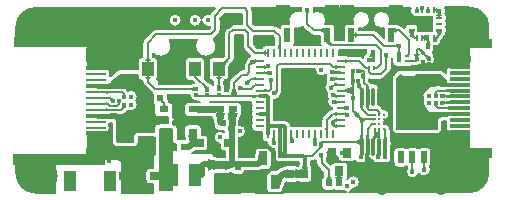
<source format=gtl>
G04 Layer: TopLayer*
G04 EasyEDA Pro v2.2.20.11, 2024-05-07 19:26:09*
G04 Gerber Generator version 0.3*
G04 Scale: 100 percent, Rotated: No, Reflected: No*
G04 Dimensions in millimeters*
G04 Leading zeros omitted, absolute positions, 3 integers and 5 decimals*
%FSLAX35Y35*%
%MOMM*%
%AMRect*21,1,$1,$2,0,0,$3*%
%ADD8191C,0.2032*%
%ADD10C,2.99999*%
%ADD11C,0.2*%
%ADD12R,0.45001X0.25001*%
%ADD13R,0.45001X0.7*%
%ADD14R,0.25001X0.45001*%
%ADD15R,0.7078X0.45001*%
%ADD16R,0.7X0.45001*%
%ADD17R,0.9X2.99999*%
%ADD18R,1.0X1.3*%
%ADD19Rect,1.2X0.8X45.0*%
%ADD20Rect,1.2X0.8X-45.0*%
%ADD21R,0.6X1.2*%
%ADD22R,1.2X1.3*%
%ADD23R,0.324X0.30312*%
%ADD24R,0.30312X0.324*%
%ADD25R,0.56566X0.54*%
%ADD26R,0.54X0.56566*%
%ADD27R,0.8X0.532*%
%ADD28R,1.35001X1.41*%
%ADD29R,0.98374X1.72799*%
%ADD30R,0.54X0.79009*%
%ADD31R,0.79009X0.54*%
%ADD32R,0.9X0.8*%
%ADD33R,0.7X1.25001*%
%ADD34R,0.36843X0.324*%
%ADD35R,0.36843X0.324*%
%ADD36R,0.28001X0.7*%
%ADD37R,0.7X0.28001*%
%ADD38R,3.302X3.302*%
%ADD39R,0.505X0.28001*%
%ADD40R,0.28001X0.505*%
%ADD41R,1.375X1.375*%
%ADD42R,1.05999X0.93*%
%ADD43O,0.28001X1.62001*%
%ADD44R,0.8X0.9*%
%ADD45R,0.5X1.0*%
%ADD46O,1.0X0.8*%
%ADD47R,2.0X0.6*%
%ADD48R,1.8X0.3*%
%ADD49R,0.9X0.7*%
%ADD50R,0.9X0.7*%
%ADD51R,1.0X1.87*%
%ADD52R,2.0X0.4*%
%ADD53R,1.7X0.25001*%
%ADD54R,1.7X0.25001*%
%ADD55R,2.0X0.4*%
%ADD56R,1.7X1.3*%
%ADD57R,1.7X0.6*%
%ADD58C,0.4*%
%ADD59C,0.55001*%
%ADD60C,0.37998*%
%ADD61C,0.18001*%
%ADD62C,0.15001*%
%ADD63C,0.254*%
%ADD64C,0.5*%
%ADD65C,0.18999*%
%ADD66C,0.172*%
%ADD67C,0.3*%
G75*


G04 Copper Start*
G36*
G01X1840713Y8548790D02*
G01X1680669Y8548624D01*
G01X1676987Y8548665D01*
G01X1676987Y8548665D01*
G01X1676766Y8548667D01*
G01X1676749Y8548667D01*
G01X1676588Y8548667D01*
G02X1512402Y8712852I0J164186D01*
G01X1512402Y8712855D01*
G01X1512341Y8714944D01*
G01X1512341Y8839479D01*
G01X1982132Y8839479D01*
G03X1985965Y8839274I3833J35608D01*
G01X1985965Y8839274D01*
G01X2085909Y8839274D01*
G01X2087954Y8839215D01*
G03X2123768Y8875029I0J35814D01*
G01X2123768Y8875029D01*
G01X2123768Y9051820D01*
G01X2274226Y9051820D01*
G01X2274226Y9051820D01*
G03X2310040Y9087634I0J35814D01*
G01X2310040Y9087634D01*
G01X2310040Y9112635D01*
G01X2310040Y9112635D01*
G03X2307790Y9125128I-35814J0D01*
G03X2310040Y9137621I-33564J12493D01*
G01X2310040Y9137621D01*
G01X2310040Y9138003D01*
G01X2320712Y9138003D01*
G01X2320712Y8978819D01*
G01X2320712Y8978819D01*
G03X2331201Y8953494I35814J0D01*
G01X2331201Y8953494D01*
G01X2341201Y8943494D01*
G01X2341201Y8943494D01*
G03X2366526Y8933005I25324J25324D01*
G01X2366526Y8933005D01*
G01X2506525Y8933005D01*
G01X2506525Y8933005D01*
G03X2531850Y8943494I0J35814D01*
G01X2531850Y8943494D01*
G01X2541850Y8953494D01*
G01X2541850Y8953494D01*
G03X2552339Y8978819I-25324J25324D01*
G01X2552339Y8978819D01*
G01X2552339Y9013005D01*
G01X2676525Y9013005D01*
G01X2676525Y9013005D01*
G03X2685712Y9014203I0J35814D01*
G01X2685712Y8877965D01*
G03X2670711Y8848819I20813J-29146D01*
G01X2670711Y8848819D01*
G01X2670711Y8759636D01*
G01X2641515Y8759636D01*
G01X2641515Y8759636D01*
G03X2605701Y8723822I0J-35814D01*
G01X2605701Y8723822D01*
G01X2605701Y8653822D01*
G01X2605701Y8653822D01*
G03X2641515Y8618008I35814J0D01*
G01X2641515Y8618008D01*
G01X2670711Y8618008D01*
G01X2670711Y8549652D01*
G01X2407341Y8549378D01*
G01X2407341Y8796320D01*
G01X2407341Y8796320D01*
G03X2371527Y8832134I-35814J0D01*
G01X2371527Y8832134D01*
G01X1876527Y8832134D01*
G01X1876527Y8832134D01*
G03X1840713Y8796320I0J-35814D01*
G01X1840713Y8796320D01*
G01X1840713Y8548790D01*
G37*
G36*
G01X2311201Y9534142D02*
G01X2309627Y9532568D01*
G03X2309989Y9537645I-35452J5077D01*
G01X2309989Y9537645D01*
G01X2309989Y9562647D01*
G01X2309989Y9562647D01*
G03X2274175Y9598461I-35814J0D01*
G01X2274175Y9598461D01*
G01X2123514Y9598461D01*
G01X2123514Y9772385D01*
G03X2123633Y9775307I-35695J2922D01*
G03X2087819Y9811121I-35814J0D01*
G01X2087819Y9811121D01*
G01X1986219Y9811121D01*
G01X1986219Y9811121D01*
G01X1985013Y9811101D01*
G01X1512402Y9811101D01*
G01X1512402Y9948814D01*
G01X1512402Y9948817D01*
G02X1673780Y10112978I164186J-0D01*
G01X3197691Y10114614D01*
G01X3164220Y10081143D01*
G01X3164220Y10081143D01*
G03X3152821Y10062199I32395J-32395D01*
G03X3136519Y10064633I-16302J-53380D01*
G03X3081528Y10018368I0J-55814D01*
G03X3026537Y10064633I-54991J-9549D01*
G03X2970723Y10008819I0J-55814D01*
G03X3026537Y9953005I55814J0D01*
G03X3081528Y9999270I0J55814D01*
G03X3136519Y9953005I54991J9549D01*
G03X3150801Y9954864I0J55814D01*
G01X3150801Y9945294D01*
G01X3140047Y9934539D01*
G01X2696489Y9934539D01*
G01X2696489Y9934539D01*
G03X2664094Y9921121I0J-45814D01*
G01X2664094Y9921121D01*
G01X2594244Y9851271D01*
G01X2594244Y9851271D01*
G03X2580825Y9818875I32395J-32395D01*
G01X2580825Y9818875D01*
G01X2580825Y9699255D01*
G01X2579500Y9696604D01*
G01X2576513Y9696604D01*
G01X2576513Y9696604D01*
G03X2540699Y9660790I0J-35814D01*
G01X2540699Y9660790D01*
G01X2540699Y9594632D01*
G01X2526525Y9594632D01*
G01X2526525Y9594632D01*
G01X2386526Y9594632D01*
G01X2386526Y9594632D01*
G03X2361201Y9584142I0J-35814D01*
G01X2361201Y9584142D01*
G01X2331201Y9554142D01*
G01X2331201Y9554142D01*
G01X2311201Y9534142D01*
G01X2311201Y9534142D01*
G37*
%LPC*%
G36*
G01X2800721Y10008819D02*
G03X2856535Y9953005I55814J0D01*
G03X2912349Y10008819I0J55814D01*
G03X2856535Y10064633I-55814J0D01*
G03X2800721Y10008819I0J-55814D01*
G37*
%LPD*%
G36*
G01X2370734Y8978979D02*
G01X2366686Y8983027D01*
G01X2366686Y9158818D01*
G01X2366686Y9158818D01*
G03X2363710Y9166003I-10160J0D01*
G01X2363710Y9166003D01*
G01X2348711Y9181001D01*
G01X2348711Y9181001D01*
G03X2341527Y9183977I-7184J-7184D01*
G01X2341527Y9183977D01*
G01X2302977Y9183977D01*
G03X2274226Y9198436I-28751J-21355D01*
G01X2274226Y9198436D01*
G01X2109186Y9198436D01*
G01X2109186Y9201832D01*
G01X2273535Y9201832D01*
G01X2274209Y9201826D01*
G03X2278856Y9202128I0J35814D01*
G01X2278856Y9202128D01*
G01X2303533Y9205358D01*
G01X2401593Y9205358D01*
G01X2401593Y9205358D01*
G03X2433125Y9218328I0J44814D01*
G01X2433125Y9218328D01*
G01X2454298Y9239293D01*
G01X2454631Y9239623D01*
G01X2458595Y9243548D01*
G03X2484577Y9237132I25982J49398D01*
G03X2540391Y9292946I0J55814D01*
G03X2528053Y9327947I-55814J0D01*
G03X2540391Y9362948I-43475J35001D01*
G03X2484577Y9418762I-55814J0D01*
G03X2458529Y9412311I0J-55814D01*
G01X2438666Y9431921D01*
G01X2438666Y9431921D01*
G03X2407181Y9444844I-31485J-31891D01*
G01X2407181Y9444844D01*
G01X2303586Y9444844D01*
G01X2278940Y9448141D01*
G01X2278940Y9448141D01*
G03X2274192Y9448457I-4749J-35498D01*
G01X2273394Y9448448D01*
G01X2116686Y9448448D01*
G01X2116686Y9451844D01*
G01X2274175Y9451844D01*
G01X2274175Y9451844D01*
G03X2304533Y9468658I0J35814D01*
G01X2306526Y9468658D01*
G01X2306526Y9468658D01*
G03X2313710Y9471634I0J10160D01*
G01X2313710Y9471634D01*
G01X2333710Y9491633D01*
G01X2333710Y9491633D01*
G01X2360734Y9518658D01*
G01X2542816Y9518658D01*
G03X2576513Y9494976I33696J12132D01*
G01X2576513Y9494976D01*
G01X2579510Y9494976D01*
G01X2580825Y9492345D01*
G01X2580825Y9488929D01*
G01X2580825Y9488929D01*
G03X2594179Y9456599I45814J0D01*
G01X2594179Y9456599D01*
G01X2657425Y9393099D01*
G01X2657425Y9393099D01*
G03X2667771Y9385306I32460J32330D01*
G03X2665702Y9373311I33745J-11995D01*
G01X2665702Y9373311D01*
G01X2665702Y9319311D01*
G01X2665702Y9319311D01*
G03X2676365Y9293814I35814J0D01*
G01X2676365Y9218818D01*
G01X2676365Y9218818D01*
G03X2679341Y9211634I10160J0D01*
G01X2679341Y9211634D01*
G01X2699341Y9191634D01*
G01X2699341Y9191634D01*
G03X2706525Y9188658I7184J7184D01*
G01X2706525Y9188658D01*
G01X2794040Y9188658D01*
G03X2800777Y9168816I62495J10155D01*
G03X2793220Y9138818I55757J-29997D01*
G03X2793359Y9134632I63315J0D01*
G01X2726527Y9134632D01*
G01X2726527Y9134632D01*
G03X2707214Y9128978I0J-35814D01*
G01X2706525Y9128978D01*
G01X2706525Y9128978D01*
G03X2699341Y9126003I0J-10160D01*
G01X2699341Y9126003D01*
G01X2679341Y9106003D01*
G01X2679341Y9106003D01*
G03X2676365Y9098818I7184J-7184D01*
G01X2676365Y9098818D01*
G01X2676365Y9065046D01*
G01X2674023Y9065123D01*
G01X2674023Y9065123D01*
G01X2539022Y9065123D01*
G01X2539022Y9065123D01*
G03X2503208Y9029309I0J-35814D01*
G01X2503208Y9029309D01*
G01X2503208Y8979870D01*
G01X2502317Y8978979D01*
G01X2370734Y8978979D01*
G37*
G36*
G01X2361054Y9518978D02*
G01X2390734Y9548658D01*
G01X2526525Y9548658D01*
G01X2526525Y9548658D01*
G01X2540699Y9548658D01*
G01X2540699Y9530790D01*
G01X2540699Y9530790D01*
G03X2542703Y9518978I35814J0D01*
G01X2361054Y9518978D01*
G37*
G36*
G01X3177799Y9460077D02*
G03X3161845Y9473542I-30073J-19449D01*
G01X3161845Y9473542D01*
G01X3156804Y9475705D01*
G03X3140862Y9482755I-30267J-46894D01*
G01X3137028Y9484782D01*
G01X3108013Y9513799D01*
G03X3112300Y9530790I-31527J16991D01*
G01X3112300Y9530790D01*
G01X3112300Y9660790D01*
G01X3112300Y9660790D01*
G03X3076486Y9696604I-35814J0D01*
G01X3076486Y9696604D01*
G01X2976486Y9696604D01*
G01X2976486Y9696604D01*
G03X2940672Y9660790I0J-35814D01*
G01X2940672Y9660790D01*
G01X2940672Y9530790D01*
G01X2940672Y9530790D01*
G03X2976486Y9494976I35814J0D01*
G01X2976486Y9494976D01*
G01X2997257Y9494976D01*
G01X3016036Y9476196D01*
G03X3013353Y9475769I4283J-35557D01*
G01X2987241Y9471243D01*
G01X2722339Y9471243D01*
G01X2722339Y9478818D01*
G01X2722339Y9478818D01*
G03X2711849Y9504142I-35814J0D01*
G01X2711849Y9504142D01*
G01X2705806Y9510186D01*
G03X2712326Y9530790I-29293J20604D01*
G01X2712326Y9530790D01*
G01X2712326Y9660790D01*
G01X2712326Y9660790D01*
G03X2676512Y9696604I-35814J0D01*
G01X2676512Y9696604D01*
G01X2673780Y9696604D01*
G01X2672453Y9699256D01*
G01X2672453Y9726420D01*
G03X2736520Y9699970I64066J64365D01*
G03X2827335Y9790786I0J90815D01*
G03X2810886Y9842911I-90815J0D01*
G01X3042138Y9842911D01*
G03X3025689Y9790786I74366J-52126D01*
G03X3116504Y9699970I90815J0D01*
G03X3207319Y9790786I0J90815D01*
G03X3184686Y9850774I-90815J0D01*
G03X3191419Y9856330I-25663J37952D01*
G01X3191419Y9856330D01*
G01X3229011Y9893922D01*
G01X3229011Y9893922D01*
G03X3242429Y9926317I-32395J32395D01*
G01X3242429Y9926317D01*
G01X3242429Y10029771D01*
G01X3275539Y10062881D01*
G01X3420806Y10062881D01*
G01X3420806Y9974674D01*
G01X3346478Y9974674D01*
G01X3346478Y9974674D01*
G03X3314085Y9961258I0J-45814D01*
G01X3314085Y9961258D01*
G01X3284108Y9931286D01*
G01X3284108Y9931286D01*
G03X3270687Y9898888I32393J-32398D01*
G01X3270687Y9898888D01*
G01X3270687Y9705060D01*
G01X3261981Y9696604D01*
G01X3176511Y9696604D01*
G01X3176511Y9696604D01*
G03X3140697Y9660790I0J-35814D01*
G01X3140697Y9660790D01*
G01X3140697Y9530790D01*
G01X3140697Y9530790D01*
G03X3176511Y9494976I35814J0D01*
G01X3176511Y9494976D01*
G01X3179456Y9494976D01*
G01X3180771Y9492345D01*
G01X3180771Y9474325D01*
G01X3177799Y9460077D01*
G37*
G36*
G01X2731686Y8568980D02*
G01X2731686Y9088658D01*
G01X2817899Y9088658D01*
G03X2831366Y9080721I38636J50160D01*
G01X2831366Y8983817D01*
G01X2831366Y8983817D01*
G03X2834342Y8976633I10160J0D01*
G01X2834342Y8976633D01*
G01X2844342Y8966633D01*
G01X2844342Y8966633D01*
G03X2851526Y8963657I7184J7184D01*
G01X2851526Y8963657D01*
G01X2861366Y8963657D01*
G01X2861366Y8913978D01*
G01X2851526Y8913978D01*
G01X2851526Y8913978D01*
G03X2844342Y8911002I0J-10160D01*
G01X2844342Y8911002D01*
G01X2834342Y8901002D01*
G01X2834342Y8901002D01*
G03X2831366Y8893818I7184J-7184D01*
G01X2831366Y8893818D01*
G01X2831366Y8568980D01*
G01X2731686Y8568980D01*
G37*
G36*
G01X3217551Y8854638D02*
G01X3190183Y8861054D01*
G03X3156524Y8884633I-33659J-12235D01*
G01X3156524Y8884633D01*
G01X3004105Y8884633D01*
G03X3019216Y8895583I-27708J54135D01*
G01X3019216Y8895583D01*
G01X3021656Y8898002D01*
G01X3101534Y8898002D01*
G01X3101534Y8898002D01*
G03X3137348Y8933816I0J35814D01*
G01X3137348Y8933816D01*
G01X3137348Y9003816D01*
G01X3137348Y9003816D01*
G03X3101534Y9039630I-35814J0D01*
G01X3101534Y9039630D01*
G01X3082336Y9039630D01*
G01X3082336Y9090412D01*
G01X3082336Y9090412D01*
G03X3046522Y9126226I-35814J0D01*
G01X3046522Y9126226D01*
G01X2966522Y9126226D01*
G01X2966522Y9126226D01*
G03X2930708Y9090412I0J-35814D01*
G01X2930708Y9090412D01*
G01X2930708Y9037212D01*
G01X2930708Y9037212D01*
G03X2931712Y9028793I35814J0D01*
G01X2937698Y9001633D01*
G01X2901516Y9001633D01*
G01X2901516Y9001633D01*
G03X2890927Y9000032I0J-35814D01*
G03X2877340Y9007959I-24402J-26214D01*
G01X2877340Y9093817D01*
G01X2877340Y9093817D01*
G03X2866850Y9119142I-35814J0D01*
G01X2866850Y9119142D01*
G01X2861849Y9124143D01*
G01X2861849Y9124143D01*
G03X2852339Y9130952I-25324J-25324D01*
G01X2852339Y9188818D01*
G01X2852339Y9188818D01*
G03X2841849Y9214143I-35814J0D01*
G01X2841849Y9214143D01*
G01X2840397Y9215594D01*
G03X2842331Y9227204I-33880J11610D01*
G01X2842331Y9227204D01*
G01X2842331Y9280404D01*
G01X2842331Y9280404D01*
G03X2809419Y9316101I-35814J0D01*
G01X2809419Y9316101D01*
G03X2797221Y9340239I-42826J-6490D01*
G01X2797221Y9340239D01*
G01X2797183Y9340277D01*
G01X2793896Y9349131D01*
G01X2793896Y9373311D01*
G01X2793896Y9373311D01*
G03X2793337Y9379615I-35814J0D01*
G01X2984505Y9379615D01*
G01X2984505Y9362016D01*
G01X2984505Y9362016D01*
G03X3020319Y9326202I35814J0D01*
G01X3020319Y9326202D01*
G01X3023494Y9326202D01*
G03X3049801Y9317896I26307J37508D01*
G01X3049801Y9317896D01*
G01X3069099Y9317896D01*
G01X3038837Y9316218D01*
G01X2966522Y9316218D01*
G01X2966522Y9316218D01*
G03X2930708Y9280404I0J-35814D01*
G01X2930708Y9280404D01*
G01X2930708Y9227204D01*
G01X2930708Y9227204D01*
G03X2966522Y9191390I35814J0D01*
G01X2966522Y9191390D01*
G01X3046522Y9191390D01*
G01X3046522Y9191390D01*
G01X3048146Y9191427D01*
G01X3052451Y9191514D01*
G01X3082662Y9190544D01*
G01X3084533Y9190495D01*
G01X3084533Y9190495D01*
G01X3138533Y9190495D01*
G01X3138533Y9190495D01*
G01X3140428Y9190545D01*
G01X3170374Y9191506D01*
G01X3178725Y9148388D01*
G01X3178725Y9147556D01*
G01X3178725Y9147556D01*
G03X3186638Y9117558I60814J0D01*
G01X3186638Y9109311D01*
G01X3186638Y9109311D01*
G03X3222452Y9073497I35814J0D01*
G01X3222452Y9073497D01*
G01X3274404Y9073497D01*
G01X3274885Y9059324D01*
G03X3238500Y9072814I-36385J-42324D01*
G03X3182686Y9017000I0J-55814D01*
G03X3235715Y8961256I55814J0D01*
G01X3235715Y8933816D01*
G01X3235715Y8933816D01*
G03X3271529Y8898002I35814J0D01*
G01X3271529Y8898002D01*
G01X3276517Y8898002D01*
G01X3276517Y8854638D01*
G01X3217551Y8854638D01*
G37*
G36*
G01X3533358Y8904490D02*
G01X3524016Y8854548D01*
G01X3398145Y8854548D01*
G01X3398145Y9012253D01*
G03X3403600Y9011986I5455J55547D01*
G03X3459414Y9067800I0J55814D01*
G03X3403600Y9123614I-55814J0D01*
G01X3401395Y9123570D01*
G01X3401395Y9155333D01*
G01X3421913Y9215210D01*
G01X3421913Y9215210D01*
G03X3423846Y9226819I-33880J11609D01*
G01X3423839Y9227558D01*
G01X3423839Y9280817D01*
G01X3423839Y9280817D01*
G03X3388025Y9316631I-35814J0D01*
G01X3388025Y9316631D01*
G01X3309015Y9316631D01*
G01X3309015Y9316631D01*
G03X3294024Y9313343I0J-35814D01*
G03X3279033Y9316631I-14991J-32526D01*
G01X3279033Y9316631D01*
G01X3200024Y9316631D01*
G01X3200014Y9316631D01*
G01X3199015Y9316617D01*
G01X3199015Y9316617D01*
G01X3184384Y9316209D01*
G01X3153952Y9317896D01*
G01X3502966Y9317896D01*
G01X3502966Y9299799D01*
G01X3502966Y9299799D01*
G03X3504695Y9288805I35814J0D01*
G03X3502966Y9277812I34085J-10993D01*
G01X3502966Y9277812D01*
G01X3502966Y9249811D01*
G01X3502966Y9249811D01*
G03X3504699Y9238806I35814J0D01*
G03X3502966Y9227800I34081J-11006D01*
G01X3502966Y9227800D01*
G01X3502966Y9199799D01*
G01X3502966Y9199799D01*
G03X3504695Y9188806I35814J0D01*
G03X3502966Y9177812I34085J-10993D01*
G01X3502966Y9177812D01*
G01X3502966Y9149812D01*
G01X3502966Y9149812D01*
G03X3504699Y9138806I35814J0D01*
G03X3502966Y9127800I34081J-11006D01*
G01X3502966Y9127800D01*
G01X3502966Y9099799D01*
G01X3502966Y9099799D01*
G03X3538780Y9063985I35814J0D01*
G01X3538780Y9063985D01*
G01X3590815Y9063985D01*
G01X3590815Y9045956D01*
G01X3590815Y9045956D01*
G03X3591707Y9036472I50814J0D01*
G01X3591707Y9011083D01*
G01X3591707Y9011083D01*
G03X3627521Y8975269I35814J0D01*
G01X3627521Y8975269D01*
G01X3635861Y8975269D01*
G03X3635720Y8971305I55673J-3964D01*
G03X3648398Y8935887I55814J0D01*
G03X3639031Y8937134I-9367J-34567D01*
G01X3639031Y8937134D01*
G01X3569031Y8937134D01*
G01X3569031Y8937134D01*
G03X3533358Y8904490I0J-35814D01*
G37*
G36*
G01X3639046Y8550656D02*
G01X3192338Y8550193D01*
G01X3192338Y8703010D01*
G01X3280789Y8703010D01*
G01X3281528Y8703003D01*
G03X3294798Y8705552I0J35814D01*
G01X3294798Y8705552D01*
G01X3327170Y8718466D01*
G03X3359531Y8697994I32361J15342D01*
G01X3359531Y8697994D01*
G01X3413531Y8697994D01*
G01X3413531Y8697994D01*
G03X3449334Y8732920I0J35814D01*
G01X3558819Y8732920D01*
G01X3558819Y8732920D01*
G03X3588230Y8740504I0J60814D01*
G01X3639031Y8740504D01*
G01X3639031Y8740504D01*
G03X3674845Y8776318I0J35814D01*
G01X3674845Y8776318D01*
G01X3674845Y8901320D01*
G01X3674845Y8901320D01*
G03X3669598Y8919983I-35814J0D01*
G03X3691534Y8915491I21936J51322D01*
G03X3697818Y8915846I0J55814D01*
G01X3694893Y8878688D01*
G03X3694703Y8875009I35625J-3679D01*
G01X3694703Y8875009D01*
G01X3694703Y8842609D01*
G01X3694703Y8842609D01*
G03X3730517Y8806795I35814J0D01*
G01X3730517Y8806795D01*
G01X3767360Y8806795D01*
G01X3767360Y8806795D01*
G01X3769117Y8806838D01*
G01X3812769Y8807947D01*
G01X3891520Y8807947D01*
G01X3905772Y8807947D01*
G01X3905772Y8797539D01*
G01X3900737Y8778758D01*
G01X3899022Y8778427D01*
G01X3875290Y8782997D01*
G01X3875290Y8782997D01*
G03X3868519Y8783643I-6771J-35168D01*
G01X3867666Y8783632D01*
G01X3815372Y8783632D01*
G01X3814519Y8783643D01*
G03X3803769Y8781991I0J-35814D01*
G01X3803769Y8781991D01*
G01X3761956Y8768834D01*
G03X3727713Y8753379I6673J-60447D01*
G01X3706481Y8737134D01*
G01X3664027Y8737134D01*
G01X3664027Y8737134D01*
G03X3628213Y8701320I0J-35814D01*
G01X3628213Y8701320D01*
G01X3628213Y8576319D01*
G01X3628213Y8576319D01*
G03X3639046Y8550656I35814J0D01*
G37*
G36*
G01X3278524Y9409524D02*
G01X3278533Y9410327D01*
G01X3278533Y9410327D01*
G01X3278533Y9439890D01*
G01X3278541Y9440629D01*
G03X3277813Y9447812I-35814J0D01*
G01X3277813Y9447812D01*
G01X3272399Y9474257D01*
G01X3272399Y9492345D01*
G01X3273714Y9494976D01*
G01X3276511Y9494976D01*
G01X3276511Y9494976D01*
G03X3312325Y9530790I0J35814D01*
G01X3312325Y9530790D01*
G01X3312325Y9609050D01*
G01X3333781Y9638270D01*
G01X3348895Y9653383D01*
G01X3348895Y9653383D01*
G03X3362315Y9685779I-32394J32396D01*
G01X3362315Y9685779D01*
G01X3362315Y9879909D01*
G01X3365452Y9883046D01*
G01X3427578Y9883046D01*
G01X3430715Y9879910D01*
G01X3430715Y9788906D01*
G01X3430715Y9788906D01*
G03X3444061Y9756583I45814J0D01*
G01X3444061Y9756583D01*
G01X3494489Y9705931D01*
G03X3455537Y9664304I15562J-53600D01*
G01X3454016Y9661095D01*
G03X3440712Y9628815I32510J-32280D01*
G01X3440712Y9628815D01*
G01X3440712Y9594629D01*
G01X3426524Y9594629D01*
G01X3426524Y9594629D01*
G03X3394128Y9581210I0J-45814D01*
G01X3394128Y9581210D01*
G01X3324128Y9511211D01*
G01X3324128Y9511211D01*
G03X3310710Y9478815I32395J-32395D01*
G01X3310710Y9478815D01*
G01X3310710Y9433710D01*
G01X3310710Y9433710D01*
G02X3305979Y9409524I-64186J0D01*
G01X3278524Y9409524D01*
G37*
G36*
G01X3741199Y9938779D02*
G01X3728880Y9951098D01*
G01X3728880Y9951098D01*
G03X3696485Y9964517I-32395J-32395D01*
G01X3696485Y9964517D01*
G01X3535628Y9964517D01*
G01X3512434Y9987713D01*
G01X3512434Y10088880D01*
G01X3512434Y10088880D01*
G03X3504298Y10114943I-45814J0D01*
G01X3923228Y10115393D01*
G03X3920708Y10098811I53294J-16582D01*
G03X3922987Y10083027I55814J0D01*
G03X3892027Y10089637I-30960J-69204D01*
G03X3816213Y10013823I0J-75814D01*
G03X3824357Y9979640I75814J0D01*
G01X3777013Y9979640D01*
G01X3777013Y9979640D01*
G03X3741199Y9943826I0J-35814D01*
G01X3741199Y9943826D01*
G01X3741199Y9938779D01*
G37*
G36*
G01X3594302Y9779935D02*
G01X3589062Y9777316D01*
G01X3552715Y9777316D01*
G01X3522342Y9807823D01*
G01X3522342Y9872889D01*
G01X3677508Y9872889D01*
G01X3695629Y9854768D01*
G01X3695629Y9802367D01*
G01X3677534Y9802367D01*
G01X3677534Y9802367D01*
G03X3666528Y9800634I0J-35814D01*
G03X3655522Y9802367I-11006J-34081D01*
G01X3655522Y9802367D01*
G01X3627521Y9802367D01*
G01X3627521Y9802367D01*
G03X3594302Y9779935I0J-35814D01*
G37*
G36*
G01X4077533Y9116897D02*
G03X4066527Y9115164I0J-35814D01*
G03X4055521Y9116897I-11006J-34081D01*
G01X4055521Y9116897D01*
G01X4027521Y9116897D01*
G01X4027521Y9116897D01*
G03X4016527Y9115168I0J-35814D01*
G03X4005534Y9116897I-10993J-34085D01*
G01X4005534Y9116897D01*
G01X3977533Y9116897D01*
G01X3977533Y9116897D01*
G03X3966528Y9115164I0J-35814D01*
G03X3955522Y9116897I-11006J-34081D01*
G01X3955522Y9116897D01*
G01X3927521Y9116897D01*
G01X3927521Y9116897D01*
G03X3916528Y9115168I0J-35814D01*
G03X3905534Y9116897I-10993J-34085D01*
G01X3905534Y9116897D01*
G01X3877534Y9116897D01*
G01X3877534Y9116897D01*
G03X3866528Y9115164I0J-35814D01*
G03X3855522Y9116897I-11006J-34081D01*
G01X3855522Y9116897D01*
G01X3840601Y9116897D01*
G03X3827410Y9139806I-49115J-13029D01*
G01X3827410Y9139806D01*
G01X3814958Y9152252D01*
G01X3814958Y9152252D01*
G03X3779035Y9167128I-35924J-35938D01*
G01X3779035Y9167128D01*
G01X3741443Y9167128D01*
G01X3741443Y9167128D01*
G01X3718585Y9167128D01*
G01X3718585Y9167128D01*
G01X3692442Y9167128D01*
G01X3692442Y9176515D01*
G01X3692442Y9208767D01*
G01X3692442Y9208767D01*
G01X3692442Y9333189D01*
G03X3696487Y9333042I4045J55667D01*
G03X3751006Y9376903I0J55814D01*
G01X3753068Y9381256D01*
G03X3762365Y9408922I-36517J27666D01*
G01X3762365Y9408922D01*
G01X3762365Y9592981D01*
G01X4040854Y9592981D01*
G03X4040698Y9588805I55658J-4176D01*
G03X4096512Y9532991I55814J0D01*
G03X4134002Y9547456I0J55814D01*
G03X4138692Y9537573I52528J18869D01*
G03X4130716Y9508820I47838J-28753D01*
G03X4138774Y9479931I55814J0D01*
G03X4120708Y9438818I37748J-41113D01*
G03X4143513Y9393811I55814J0D01*
G03X4140698Y9376308I52999J-17503D01*
G03X4149986Y9345478I55814J0D01*
G03X4143212Y9318828I49041J-26650D01*
G03X4188461Y9264023I55814J0D01*
G01X4188461Y9259563D01*
G03X4159142Y9246250I3075J-45711D01*
G01X4159142Y9246250D01*
G01X4109099Y9196212D01*
G01X4109099Y9196212D01*
G03X4095679Y9163815I32394J-32397D01*
G01X4095679Y9163815D01*
G01X4095679Y9116897D01*
G01X4077533Y9116897D01*
G01X4077533Y9116897D01*
G37*
G36*
G01X4306789Y8551349D02*
G01X3759136Y8550781D01*
G03X3768918Y8568240I-25109J25538D01*
G01X3795592Y8637253D01*
G01X3802925Y8634925D01*
G03X3814521Y8632995I11596J33885D01*
G01X3814521Y8632995D01*
G01X3868522Y8632995D01*
G01X3868522Y8632995D01*
G03X3876199Y8633828I0J35814D01*
G01X3899022Y8638261D01*
G01X3921812Y8633834D01*
G03X3929530Y8632993I7718J34972D01*
G01X3929530Y8632993D01*
G01X3983530Y8632993D01*
G01X3983530Y8632993D01*
G03X4019344Y8668807I0J35814D01*
G01X4019344Y8668807D01*
G01X4019344Y8747816D01*
G01X4019344Y8747816D01*
G03X4018057Y8757332I-35814J0D01*
G01X4007400Y8797502D01*
G01X4007400Y8812947D01*
G01X4016527Y8812947D01*
G01X4016527Y8812947D01*
G03X4048923Y8826365I0J45814D01*
G01X4048923Y8826365D01*
G01X4050721Y8828163D01*
G01X4050721Y8798814D01*
G01X4050721Y8798814D01*
G03X4064141Y8766417I45814J0D01*
G01X4064141Y8766417D01*
G01X4112448Y8718116D01*
G01X4112448Y8694277D01*
G01X4106935Y8683251D01*
G03X4094137Y8655812I23016J-27439D01*
G01X4094137Y8655812D01*
G01X4094137Y8601812D01*
G01X4094137Y8601812D01*
G03X4129951Y8565998I35814J0D01*
G01X4129951Y8565998D01*
G01X4186517Y8565998D01*
G01X4186517Y8565998D01*
G03X4201516Y8569290I0J35814D01*
G03X4216514Y8565998I14999J32522D01*
G01X4216514Y8565998D01*
G01X4273080Y8565998D01*
G01X4273080Y8565998D01*
G03X4277622Y8566287I0J35814D01*
G03X4306789Y8551349I38904J40021D01*
G37*
G36*
G01X4077533Y9802367D02*
G03X4066527Y9800634I0J-35814D01*
G03X4055521Y9802367I-11006J-34081D01*
G01X4055521Y9802367D01*
G01X4027521Y9802367D01*
G01X4027521Y9802367D01*
G03X4016527Y9800638I0J-35814D01*
G03X4005534Y9802367I-10993J-34085D01*
G01X4005534Y9802367D01*
G01X3977533Y9802367D01*
G01X3977533Y9802367D01*
G03X3966528Y9800634I0J-35814D01*
G03X3955522Y9802367I-11006J-34081D01*
G01X3955522Y9802367D01*
G01X3927521Y9802367D01*
G01X3927521Y9802367D01*
G03X3916528Y9800638I0J-35814D01*
G03X3905534Y9802367I-10993J-34085D01*
G01X3905534Y9802367D01*
G01X3877534Y9802367D01*
G01X3877534Y9802367D01*
G03X3866528Y9800634I0J-35814D01*
G01X3864742Y9801160D01*
G03X3872827Y9823826I-27729J22666D01*
G01X3872827Y9823826D01*
G01X3872827Y9940481D01*
G03X3892027Y9938009I19200J73342D01*
G03X3938158Y9953659I0J75814D01*
G03X3943997Y9946503I38235J25239D01*
G01X3943997Y9946503D01*
G01X3999112Y9891385D01*
G01X3999112Y9891385D01*
G03X4031508Y9877966I32396J32395D01*
G01X4031508Y9877966D01*
G01X4078569Y9877966D01*
G01X4081203Y9876649D01*
G01X4081203Y9823826D01*
G01X4081203Y9823826D01*
G03X4088344Y9802367I35814J0D01*
G01X4077533Y9802367D01*
G01X4077533Y9802367D01*
G37*
G36*
G01X4283199Y9943826D02*
G01X4283199Y9843229D01*
G01X4212831Y9843229D01*
G01X4212831Y9943826D01*
G01X4212831Y9943826D01*
G03X4177017Y9979640I-35814J0D01*
G01X4177017Y9979640D01*
G01X4129699Y9979640D01*
G03X4137843Y10013823I-67670J34183D01*
G03X4062029Y10089637I-75814J0D01*
G03X4029897Y10082491I0J-75814D01*
G01X4029897Y10082491D01*
G03X4032336Y10098811I-53375J16320D01*
G03X4029781Y10115507I-55814J0D01*
G01X4851700Y10116390D01*
G01X4851700Y10113978D01*
G03X4845700Y10088804I49814J-25174D01*
G03X4853336Y10060625I55814J0D01*
G03X4884531Y10035636I34178J10701D01*
G03X4901514Y10032990I16983J53167D01*
G03X4918498Y10035636I0J55814D01*
G03X4926521Y10037245I-2983J35690D01*
G03X4937526Y10035512I11006J34081D01*
G01X4937526Y10035512D01*
G01X4965527Y10035512D01*
G01X4965527Y10035512D01*
G03X4976520Y10037241I0J35814D01*
G03X4984531Y10035636I10993J34085D01*
G03X5001514Y10032990I16983J53167D01*
G03X5018497Y10035636I0J55814D01*
G03X5026520Y10037245I-2983J35690D01*
G03X5033211Y10035773I11006J34081D01*
G01X5033211Y10014809D01*
G01X5033211Y10014809D01*
G03X5034940Y10003815I35814J0D01*
G03X5033211Y9992822I34085J-10993D01*
G01X5033211Y9992822D01*
G01X5033211Y9964821D01*
G01X5033211Y9964821D01*
G03X5034944Y9953816I35814J0D01*
G03X5033211Y9942810I34081J-11006D01*
G01X5033211Y9942810D01*
G01X5033211Y9921871D01*
G03X5026520Y9920399I4315J-35553D01*
G03X5015514Y9922132I-11006J-34081D01*
G01X5015514Y9922132D01*
G01X4987514Y9922132D01*
G01X4987514Y9922132D01*
G03X4976520Y9920403I0J-35814D01*
G03X4965527Y9922132I-10993J-34085D01*
G01X4965527Y9922132D01*
G01X4937526Y9922132D01*
G01X4937526Y9922132D01*
G03X4926521Y9920399I0J-35814D01*
G03X4919830Y9921871I-11006J-34081D01*
G01X4919830Y9942810D01*
G01X4919830Y9942810D01*
G03X4884016Y9978624I-35814J0D01*
G01X4884016Y9978624D01*
G01X4833516Y9978624D01*
G01X4833516Y9978624D01*
G03X4797702Y9942810I0J-35814D01*
G01X4797702Y9942810D01*
G01X4797702Y9940489D01*
G01X4783007Y9955185D01*
G01X4783007Y9955185D01*
G03X4757383Y9967816I-31406J-31405D01*
G01X4732172Y9977137D01*
G03X4719018Y9979640I-13154J-33311D01*
G01X4719018Y9979640D01*
G01X4671700Y9979640D01*
G03X4679843Y10013823I-67670J34183D01*
G03X4604029Y10089637I-75814J0D01*
G03X4528215Y10013823I0J-75814D01*
G03X4604029Y9938009I75814J0D01*
G03X4623204Y9940474I0J75814D01*
G01X4623204Y9856246D01*
G01X4563722Y9915898D01*
G01X4563721Y9915898D01*
G03X4531634Y9929216I-32087J-31996D01*
G01X4531634Y9929216D01*
G01X4415977Y9929216D01*
G01X4414827Y9929790D01*
G01X4414827Y9940481D01*
G03X4434027Y9938009I19200J73342D01*
G03X4509841Y10013823I0J75814D01*
G03X4434027Y10089637I-75814J0D01*
G03X4358213Y10013823I0J-75814D01*
G03X4366357Y9979640I75814J0D01*
G01X4319013Y9979640D01*
G01X4319013Y9979640D01*
G03X4283199Y9943826I0J-35814D01*
G01X4283199Y9943826D01*
G37*
G36*
G01X4173196Y8786949D02*
G01X4142349Y8817792D01*
G01X4142349Y8835411D01*
G01X4143542Y8838760D01*
G03X4152326Y8868816I-47030J30057D01*
G03X4145532Y8895504I-55814J0D01*
G01X4211101Y8895504D01*
G03X4210700Y8888832I55414J-6673D01*
G03X4235735Y8842272I55814J0D01*
G03X4260824Y8809636I35781J1545D01*
G01X4206517Y8809636D01*
G01X4206517Y8809636D01*
G03X4173196Y8786949I0J-35814D01*
G37*
G36*
G01X4448214Y9696802D02*
G01X4448214Y9691095D01*
G01X4444093Y9695216D01*
G01X4444093Y9695216D01*
G03X4412687Y9708225I-31405J-31405D01*
G01X4412687Y9708225D01*
G01X4334612Y9708225D01*
G03X4328858Y9709456I-10346J-34287D01*
G01X4328858Y9709456D01*
G01X4298858Y9713335D01*
G01X4298858Y9713335D01*
G03X4294266Y9713631I-4592J-35518D01*
G01X4293663Y9713625D01*
G01X4241348Y9713625D01*
G01X4241348Y9754400D01*
G01X4476710Y9754400D01*
G03X4475698Y9743821I54802J-10579D01*
G03X4476983Y9731916I55814J0D01*
G03X4448214Y9696802I7045J-35114D01*
G01X4448214Y9696802D01*
G37*
G36*
G01X5347764Y8552430D02*
G01X4326378Y8551370D01*
G03X4367246Y8583010I-9851J54938D01*
G03X4422328Y8638819I-732J55809D01*
G03X4366514Y8694633I-55814J0D01*
G03X4315795Y8662117I0J-55814D01*
G01X4314992Y8662100D01*
G03X4322331Y8683822I-28475J21722D01*
G01X4322331Y8683822D01*
G01X4322331Y8773822D01*
G01X4322331Y8773822D01*
G03X4297209Y8808002I-35814J0D01*
G01X4351515Y8808002D01*
G01X4351515Y8808002D01*
G03X4377498Y8819168I0J35814D01*
G03X4410686Y8796815I33188J13461D01*
G01X4410686Y8796815D01*
G01X4447529Y8796815D01*
G01X4447529Y8796815D01*
G03X4483343Y8832629I0J35814D01*
G01X4483343Y8832629D01*
G01X4483343Y8853834D01*
G03X4486331Y8870828I-46826J16994D01*
G01X4486331Y8870828D01*
G01X4486331Y8895504D01*
G01X4486702Y8895504D01*
G01X4486702Y8870828D01*
G01X4486702Y8870828D01*
G03X4526456Y8822040I49814J0D01*
G01X4526456Y8822040D01*
G03X4560675Y8796795I34219J10569D01*
G01X4560675Y8796795D01*
G01X4597518Y8796795D01*
G01X4597518Y8796795D01*
G03X4606516Y8797943I0J35814D01*
G03X4615514Y8796795I8998J34665D01*
G01X4615514Y8796795D01*
G01X4652357Y8796795D01*
G01X4652357Y8796795D01*
G03X4688171Y8832609I0J35814D01*
G01X4688171Y8832609D01*
G01X4688171Y8864016D01*
G01X4688185Y8865017D01*
G03X4687528Y8871842I-35814J0D01*
G01X4687528Y8871842D01*
G01X4686330Y8878012D01*
G01X4686330Y8943642D01*
G03X4692330Y8968816I-49814J25174D01*
G03X4686330Y8993990I-55814J0D01*
G01X4686330Y9004215D01*
G01X4686336Y9004818D01*
G01X4686318Y9005930D01*
G03X4685333Y9014747I-49802J-1102D01*
G01X4682360Y9037183D01*
G01X4682360Y9078722D01*
G01X4682360Y9078722D01*
G03X4669337Y9110717I-45814J0D01*
G01X4669337Y9110717D01*
G01X4659426Y9120875D01*
G01X4659426Y9120875D01*
G03X4632003Y9134378I-32791J-31995D01*
G03X4627746Y9148813I-45474J-5567D01*
G03X4632014Y9163339I-41217J20003D01*
G03X4672322Y9208821I-5506J45482D01*
G03X4626508Y9254635I-45814J0D01*
G01X4624392Y9254586D01*
G03X4618898Y9261227I-37891J-25752D01*
G01X4618898Y9261227D01*
G01X4598832Y9281295D01*
G01X4598832Y9281295D01*
G03X4586262Y9290204I-32397J-32393D01*
G03X4586331Y9292824I-49746J2620D01*
G01X4586331Y9292824D01*
G01X4586331Y9426824D01*
G01X4586331Y9426824D01*
G03X4536516Y9476638I-49814J0D01*
G03X4523986Y9475037I0J-49814D01*
G03X4518819Y9481202I-37559J-26234D01*
G01X4518819Y9481202D01*
G01X4502264Y9497752D01*
G01X4502264Y9507918D01*
G03X4515222Y9505986I12958J42482D01*
G01X4515222Y9505986D01*
G01X4597400Y9505986D01*
G01X4597400Y9505986D01*
G03X4628805Y9518995I0J44414D01*
G01X4628805Y9518995D01*
G01X4677853Y9568042D01*
G01X4677853Y9568042D01*
G03X4690861Y9599447I-31405J31405D01*
G01X4690861Y9599447D01*
G01X4690861Y9679920D01*
G03X4694584Y9685472I-44414J33802D01*
G01X4694584Y9650147D01*
G01X4694584Y9650147D01*
G03X4730398Y9614333I35814J0D01*
G01X4730398Y9614333D01*
G01X4775399Y9614333D01*
G01X4775399Y9614333D01*
G03X4787893Y9616583I0J35814D01*
G03X4800401Y9614328I12507J33559D01*
G01X4800401Y9614328D01*
G01X4845402Y9614328D01*
G01X4845402Y9614328D01*
G03X4860938Y9617873I0J35814D01*
G02X4871202Y9618228I10264J-148206D01*
G01X4871202Y9618228D01*
G01X4871297Y9618229D01*
G01X4890338Y9618229D01*
G01X4890338Y9618229D01*
G03X4910687Y9623164I0J44414D01*
G03X4956925Y9654857I-4169J55658D01*
G01X4957083Y9654475D01*
G03X4959609Y9649394I33232J13352D01*
G03X4990323Y9632000I30714J18420D01*
G01X4991276Y9632013D01*
G01X5022715Y9632013D01*
G01X5022715Y9632013D01*
G03X5058529Y9667827I0J35814D01*
G01X5058529Y9667827D01*
G01X5058529Y9697700D01*
G01X5058532Y9698126D01*
G03X5057835Y9705156I-35814J0D01*
G03X5036887Y9731030I-35120J-7017D01*
G03X5055841Y9762627I-16860J31597D01*
G01X5055841Y9762627D01*
G01X5055841Y9765705D01*
G03X5057404Y9778822I-54251J13118D01*
G03X5057247Y9783008I-55814J0D01*
G03X5112198Y9834773I-717J55809D01*
G01X5126648Y9849221D01*
G01X5126648Y9849221D01*
G03X5139665Y9875553I-32393J32397D01*
G01X5149468Y9895160D01*
G03X5155339Y9914809I-29943J19649D01*
G01X5155339Y9914809D01*
G01X5155339Y9942810D01*
G01X5155339Y9942810D01*
G03X5153606Y9953816I-35814J0D01*
G03X5155339Y9964821I-34081J11006D01*
G01X5155339Y9964821D01*
G01X5155339Y9992822D01*
G01X5155339Y9992822D01*
G03X5153610Y10003815I-35814J0D01*
G03X5155339Y10014809I-34085J10993D01*
G01X5155339Y10014809D01*
G01X5155339Y10042809D01*
G01X5155339Y10042809D01*
G03X5148546Y10063796I-35814J0D01*
G01X5146091Y10068706D01*
G03X5149835Y10088804I-52070J20098D01*
G03X5142362Y10116702I-55814J0D01*
G01X5342310Y10116916D01*
G03X5345661Y10116759I3352J35657D01*
G01X5345664Y10116759D01*
G02X5509827Y9955292I-0J-164186D01*
G01X5509827Y9955292D01*
G03X5509725Y9952591I35712J-2700D01*
G01X5509725Y9952591D01*
G01X5509725Y9804527D01*
G01X5509725Y9804527D01*
G01X5509811Y9802041D01*
G01X5509811Y9794545D01*
G01X5378740Y9794545D01*
G01X5378740Y9794545D01*
G03X5342926Y9758731I0J-35814D01*
G01X5342926Y9758731D01*
G01X5342926Y9614397D01*
G01X5182786Y9614397D01*
G01X5182786Y9614397D01*
G03X5146972Y9578583I0J-35814D01*
G01X5146972Y9578583D01*
G01X5146972Y9559014D01*
G01X5126846Y9579141D01*
G01X5126846Y9579141D01*
G03X5101521Y9589630I-25324J-25324D01*
G01X5101521Y9589630D01*
G01X5091338Y9589630D01*
G01X5089017Y9589679D01*
G01X5086696Y9589630D01*
G01X5048843Y9589630D01*
G01X5046523Y9589679D01*
G01X5044202Y9589630D01*
G01X5006349Y9589630D01*
G01X5004029Y9589679D01*
G01X5001708Y9589630D01*
G01X4963855Y9589630D01*
G01X4961534Y9589679D01*
G01X4959214Y9589630D01*
G01X4921335Y9589630D01*
G01X4919015Y9589679D01*
G01X4916694Y9589630D01*
G01X4764019Y9589630D01*
G01X4764019Y9589630D01*
G03X4738695Y9579141I0J-35814D01*
G01X4738695Y9579141D01*
G01X4718000Y9558446D01*
G03X4706905Y9547351I33527J-44622D01*
G01X4701197Y9541643D01*
G01X4701197Y9541643D01*
G03X4690707Y9516318I25324J-25324D01*
G01X4690707Y9516318D01*
G01X4690707Y9488818D01*
G01X4690707Y9488818D01*
G01X4690707Y9478818D01*
G01X4690707Y9478818D01*
G01X4690707Y9086319D01*
G01X4690707Y9086319D01*
G03X4701197Y9060995I35814J0D01*
G01X4701197Y9060995D01*
G01X4708697Y9053494D01*
G01X4708697Y9053494D01*
G03X4734022Y9043005I25324J25324D01*
G01X4734022Y9043005D01*
G01X5074021Y9043005D01*
G01X5074021Y9043005D01*
G03X5099345Y9053494I0J35814D01*
G01X5099345Y9053494D01*
G01X5106846Y9060995D01*
G01X5106846Y9060995D01*
G03X5117335Y9086319I-25324J25324D01*
G01X5117335Y9086319D01*
G01X5117335Y9146483D01*
G01X5126356Y9155504D01*
G01X5146972Y9155504D01*
G01X5146972Y9148736D01*
G01X5146972Y9148736D01*
G03X5148402Y9138717I35814J0D01*
G03X5146972Y9128698I34384J-10019D01*
G01X5146972Y9128698D01*
G01X5146972Y9098698D01*
G01X5146972Y9098698D01*
G03X5182786Y9062884I35814J0D01*
G01X5182786Y9062884D01*
G01X5342926Y9062884D01*
G01X5342926Y8918613D01*
G01X5342926Y8918613D01*
G01X5342926Y8918496D01*
G01X5342926Y8918496D01*
G03X5378740Y8882682I35814J0D01*
G03X5381630Y8882799I0J35814D01*
G01X5509847Y8882799D01*
G01X5509847Y8716604D01*
G01X5509847Y8716604D01*
G01X5509849Y8716217D01*
G01X5509849Y8716217D01*
G02X5347764Y8552430I-164185J384D01*
G37*
%LPC*%
G36*
G01X4810658Y8724628D02*
G03X4866472Y8668814I55814J0D01*
G03X4920619Y8711086I0J55814D01*
G03X4966472Y8687095I45854J31822D01*
G03X5022286Y8742909I0J55814D01*
G03X5015104Y8770298I-55814J0D01*
G01X5015104Y8770298D01*
G03X5027286Y8797209I-23632J26911D01*
G01X5027286Y8797209D01*
G01X5027286Y8897209D01*
G01X5027286Y8897209D01*
G03X4991472Y8933023I-35814J0D01*
G01X4991472Y8933023D01*
G01X4941472Y8933023D01*
G01X4941472Y8933023D01*
G03X4916472Y8922853I0J-35814D01*
G03X4891472Y8933023I-25000J-25645D01*
G01X4891472Y8933023D01*
G01X4841472Y8933023D01*
G01X4841472Y8933023D01*
G03X4816472Y8922853I0J-35814D01*
G03X4791473Y8933023I-25000J-25645D01*
G01X4791473Y8933023D01*
G01X4741473Y8933023D01*
G01X4741473Y8933023D01*
G03X4705659Y8897209I0J-35814D01*
G01X4705659Y8897209D01*
G01X4705659Y8797209D01*
G01X4705659Y8797209D01*
G03X4741473Y8761395I35814J0D01*
G01X4741473Y8761395D01*
G01X4791473Y8761395D01*
G01X4791473Y8761395D01*
G03X4816472Y8771564I0J35814D01*
G03X4822058Y8767113I25000J25645D01*
G01X4822058Y8758430D01*
G03X4810658Y8724628I44414J-33802D01*
G37*
%LPD*%
G36*
G01X4738230Y9088979D02*
G01X4736681Y9090528D01*
G01X4736681Y9484609D01*
G01X4760729Y9508658D01*
G01X5102312Y9508658D01*
G01X5134337Y9476632D01*
G01X5134337Y9476632D01*
G03X5141521Y9473656I7184J7184D01*
G01X5141521Y9473656D01*
G01X5157082Y9473656D01*
G03X5174929Y9463654I25704J24939D01*
G01X5149715Y9459305D01*
G01X5077734Y9459305D01*
G01X5077734Y9459305D01*
G03X5048758Y9448978I0J-45814D01*
G01X5016520Y9448978D01*
G01X5016520Y9448978D01*
G03X5009336Y9446002I0J-10160D01*
G01X5009336Y9446002D01*
G01X4983787Y9420453D01*
G03X4950983Y9369603I23010J-50850D01*
G03X4959730Y9339605I55814J0D01*
G03X4950983Y9309608I47068J-29997D01*
G03X4969340Y9268229I55814J0D01*
G01X4969340Y9268229D01*
G03X4971836Y9264133I9679J3088D01*
G01X4971836Y9264133D01*
G01X5009336Y9226633D01*
G01X5009336Y9226633D01*
G03X5016520Y9223657I7184J7184D01*
G01X5016520Y9223657D01*
G01X5060442Y9223657D01*
G03X5082819Y9217820I22378J39977D01*
G01X5082819Y9217820D01*
G01X5149791Y9217820D01*
G01X5174717Y9213629D01*
G03X5155119Y9201478I8070J-34893D01*
G01X5111521Y9201478D01*
G01X5111521Y9201478D01*
G03X5104337Y9198502I0J-10160D01*
G01X5104337Y9198502D01*
G01X5074337Y9168502D01*
G01X5074337Y9168502D01*
G03X5071361Y9161318I7184J-7184D01*
G01X5071361Y9161318D01*
G01X5071361Y9090528D01*
G01X5069812Y9088979D01*
G01X4738230Y9088979D01*
G37*
G36*
G01X4736681Y9489084D02*
G01X4736681Y9512110D01*
G01X4767457Y9542886D01*
G03X4796516Y9528006I29059J20934D01*
G01X4796516Y9528006D01*
G01X4876516Y9528006D01*
G01X4876516Y9528006D01*
G03X4906114Y9543656I0J35814D01*
G01X5097313Y9543656D01*
G01X5147315Y9493655D01*
G01X5147360Y9493338D01*
G01X4736681Y9489084D01*
G37*
G54D8191*
G01X1840713Y8548790D02*
G01X1680669Y8548624D01*
G01X1676987Y8548665D01*
G01X1676987Y8548665D01*
G01X1676766Y8548667D01*
G01X1676749Y8548667D01*
G01X1676588Y8548667D01*
G02X1512402Y8712852I0J164186D01*
G01X1512402Y8712855D01*
G01X1512341Y8714944D01*
G01X1512341Y8839479D01*
G01X1982132Y8839479D01*
G03X1985965Y8839274I3833J35608D01*
G01X1985965Y8839274D01*
G01X2085909Y8839274D01*
G01X2087954Y8839215D01*
G03X2123768Y8875029I0J35814D01*
G01X2123768Y8875029D01*
G01X2123768Y9051820D01*
G01X2274226Y9051820D01*
G01X2274226Y9051820D01*
G03X2310040Y9087634I0J35814D01*
G01X2310040Y9087634D01*
G01X2310040Y9112635D01*
G01X2310040Y9112635D01*
G03X2307790Y9125128I-35814J0D01*
G03X2310040Y9137621I-33564J12493D01*
G01X2310040Y9137621D01*
G01X2310040Y9138003D01*
G01X2320712Y9138003D01*
G01X2320712Y8978819D01*
G01X2320712Y8978819D01*
G03X2331201Y8953494I35814J0D01*
G01X2331201Y8953494D01*
G01X2341201Y8943494D01*
G01X2341201Y8943494D01*
G03X2366526Y8933005I25324J25324D01*
G01X2366526Y8933005D01*
G01X2506525Y8933005D01*
G01X2506525Y8933005D01*
G03X2531850Y8943494I0J35814D01*
G01X2531850Y8943494D01*
G01X2541850Y8953494D01*
G01X2541850Y8953494D01*
G03X2552339Y8978819I-25324J25324D01*
G01X2552339Y8978819D01*
G01X2552339Y9013005D01*
G01X2676525Y9013005D01*
G01X2676525Y9013005D01*
G03X2685712Y9014203I0J35814D01*
G01X2685712Y8877965D01*
G03X2670711Y8848819I20813J-29146D01*
G01X2670711Y8848819D01*
G01X2670711Y8759636D01*
G01X2641515Y8759636D01*
G01X2641515Y8759636D01*
G03X2605701Y8723822I0J-35814D01*
G01X2605701Y8723822D01*
G01X2605701Y8653822D01*
G01X2605701Y8653822D01*
G03X2641515Y8618008I35814J0D01*
G01X2641515Y8618008D01*
G01X2670711Y8618008D01*
G01X2670711Y8549652D01*
G01X2407341Y8549378D01*
G01X2407341Y8796320D01*
G01X2407341Y8796320D01*
G03X2371527Y8832134I-35814J0D01*
G01X2371527Y8832134D01*
G01X1876527Y8832134D01*
G01X1876527Y8832134D01*
G03X1840713Y8796320I0J-35814D01*
G01X1840713Y8796320D01*
G01X1840713Y8548790D01*
G01X2311201Y9534142D02*
G01X2309627Y9532568D01*
G03X2309989Y9537645I-35452J5077D01*
G01X2309989Y9537645D01*
G01X2309989Y9562647D01*
G01X2309989Y9562647D01*
G03X2274175Y9598461I-35814J0D01*
G01X2274175Y9598461D01*
G01X2123514Y9598461D01*
G01X2123514Y9772385D01*
G03X2123633Y9775307I-35695J2922D01*
G03X2087819Y9811121I-35814J0D01*
G01X2087819Y9811121D01*
G01X1986219Y9811121D01*
G01X1986219Y9811121D01*
G01X1985013Y9811101D01*
G01X1512402Y9811101D01*
G01X1512402Y9948814D01*
G01X1512402Y9948817D01*
G02X1673780Y10112978I164186J-0D01*
G01X3197691Y10114614D01*
G01X3164220Y10081143D01*
G01X3164220Y10081143D01*
G03X3152821Y10062199I32395J-32395D01*
G03X3136519Y10064633I-16302J-53380D01*
G03X3081528Y10018368I0J-55814D01*
G03X3026537Y10064633I-54991J-9549D01*
G03X2970723Y10008819I0J-55814D01*
G03X3026537Y9953005I55814J0D01*
G03X3081528Y9999270I0J55814D01*
G03X3136519Y9953005I54991J9549D01*
G03X3150801Y9954864I0J55814D01*
G01X3150801Y9945294D01*
G01X3140047Y9934539D01*
G01X2696489Y9934539D01*
G01X2696489Y9934539D01*
G03X2664094Y9921121I0J-45814D01*
G01X2664094Y9921121D01*
G01X2594244Y9851271D01*
G01X2594244Y9851271D01*
G03X2580825Y9818875I32395J-32395D01*
G01X2580825Y9818875D01*
G01X2580825Y9699255D01*
G01X2579500Y9696604D01*
G01X2576513Y9696604D01*
G01X2576513Y9696604D01*
G03X2540699Y9660790I0J-35814D01*
G01X2540699Y9660790D01*
G01X2540699Y9594632D01*
G01X2526525Y9594632D01*
G01X2526525Y9594632D01*
G01X2386526Y9594632D01*
G01X2386526Y9594632D01*
G03X2361201Y9584142I0J-35814D01*
G01X2361201Y9584142D01*
G01X2331201Y9554142D01*
G01X2331201Y9554142D01*
G01X2311201Y9534142D01*
G01X2311201Y9534142D01*
G01X2800721Y10008819D02*
G03X2856535Y9953005I55814J0D01*
G03X2912349Y10008819I0J55814D01*
G03X2856535Y10064633I-55814J0D01*
G03X2800721Y10008819I0J-55814D01*
G01X2370734Y8978979D02*
G01X2366686Y8983027D01*
G01X2366686Y9158818D01*
G01X2366686Y9158818D01*
G03X2363710Y9166003I-10160J0D01*
G01X2363710Y9166003D01*
G01X2348711Y9181001D01*
G01X2348711Y9181001D01*
G03X2341527Y9183977I-7184J-7184D01*
G01X2341527Y9183977D01*
G01X2302977Y9183977D01*
G03X2274226Y9198436I-28751J-21355D01*
G01X2274226Y9198436D01*
G01X2109186Y9198436D01*
G01X2109186Y9201832D01*
G01X2273535Y9201832D01*
G01X2274209Y9201826D01*
G03X2278856Y9202128I0J35814D01*
G01X2278856Y9202128D01*
G01X2303533Y9205358D01*
G01X2401593Y9205358D01*
G01X2401593Y9205358D01*
G03X2433125Y9218328I0J44814D01*
G01X2433125Y9218328D01*
G01X2454298Y9239293D01*
G01X2454631Y9239623D01*
G01X2458595Y9243548D01*
G03X2484577Y9237132I25982J49398D01*
G03X2540391Y9292946I0J55814D01*
G03X2528053Y9327947I-55814J0D01*
G03X2540391Y9362948I-43475J35001D01*
G03X2484577Y9418762I-55814J0D01*
G03X2458529Y9412311I0J-55814D01*
G01X2438666Y9431921D01*
G01X2438666Y9431921D01*
G03X2407181Y9444844I-31485J-31891D01*
G01X2407181Y9444844D01*
G01X2303586Y9444844D01*
G01X2278940Y9448141D01*
G01X2278940Y9448141D01*
G03X2274192Y9448457I-4749J-35498D01*
G01X2273394Y9448448D01*
G01X2116686Y9448448D01*
G01X2116686Y9451844D01*
G01X2274175Y9451844D01*
G01X2274175Y9451844D01*
G03X2304533Y9468658I0J35814D01*
G01X2306526Y9468658D01*
G01X2306526Y9468658D01*
G03X2313710Y9471634I0J10160D01*
G01X2313710Y9471634D01*
G01X2333710Y9491633D01*
G01X2333710Y9491633D01*
G01X2360734Y9518658D01*
G01X2542816Y9518658D01*
G03X2576513Y9494976I33696J12132D01*
G01X2576513Y9494976D01*
G01X2579510Y9494976D01*
G01X2580825Y9492345D01*
G01X2580825Y9488929D01*
G01X2580825Y9488929D01*
G03X2594179Y9456599I45814J0D01*
G01X2594179Y9456599D01*
G01X2657425Y9393099D01*
G01X2657425Y9393099D01*
G03X2667771Y9385306I32460J32330D01*
G03X2665702Y9373311I33745J-11995D01*
G01X2665702Y9373311D01*
G01X2665702Y9319311D01*
G01X2665702Y9319311D01*
G03X2676365Y9293814I35814J0D01*
G01X2676365Y9218818D01*
G01X2676365Y9218818D01*
G03X2679341Y9211634I10160J0D01*
G01X2679341Y9211634D01*
G01X2699341Y9191634D01*
G01X2699341Y9191634D01*
G03X2706525Y9188658I7184J7184D01*
G01X2706525Y9188658D01*
G01X2794040Y9188658D01*
G03X2800777Y9168816I62495J10155D01*
G03X2793220Y9138818I55757J-29997D01*
G03X2793359Y9134632I63315J0D01*
G01X2726527Y9134632D01*
G01X2726527Y9134632D01*
G03X2707214Y9128978I0J-35814D01*
G01X2706525Y9128978D01*
G01X2706525Y9128978D01*
G03X2699341Y9126003I0J-10160D01*
G01X2699341Y9126003D01*
G01X2679341Y9106003D01*
G01X2679341Y9106003D01*
G03X2676365Y9098818I7184J-7184D01*
G01X2676365Y9098818D01*
G01X2676365Y9065046D01*
G01X2674023Y9065123D01*
G01X2674023Y9065123D01*
G01X2539022Y9065123D01*
G01X2539022Y9065123D01*
G03X2503208Y9029309I0J-35814D01*
G01X2503208Y9029309D01*
G01X2503208Y8979870D01*
G01X2502317Y8978979D01*
G01X2370734Y8978979D01*
G01X2361054Y9518978D02*
G01X2390734Y9548658D01*
G01X2526525Y9548658D01*
G01X2526525Y9548658D01*
G01X2540699Y9548658D01*
G01X2540699Y9530790D01*
G01X2540699Y9530790D01*
G03X2542703Y9518978I35814J0D01*
G01X2361054Y9518978D01*
G01X3177799Y9460077D02*
G03X3161845Y9473542I-30073J-19449D01*
G01X3161845Y9473542D01*
G01X3156804Y9475705D01*
G03X3140862Y9482755I-30267J-46894D01*
G01X3137028Y9484782D01*
G01X3108013Y9513799D01*
G03X3112300Y9530790I-31527J16991D01*
G01X3112300Y9530790D01*
G01X3112300Y9660790D01*
G01X3112300Y9660790D01*
G03X3076486Y9696604I-35814J0D01*
G01X3076486Y9696604D01*
G01X2976486Y9696604D01*
G01X2976486Y9696604D01*
G03X2940672Y9660790I0J-35814D01*
G01X2940672Y9660790D01*
G01X2940672Y9530790D01*
G01X2940672Y9530790D01*
G03X2976486Y9494976I35814J0D01*
G01X2976486Y9494976D01*
G01X2997257Y9494976D01*
G01X3016036Y9476196D01*
G03X3013353Y9475769I4283J-35557D01*
G01X2987241Y9471243D01*
G01X2722339Y9471243D01*
G01X2722339Y9478818D01*
G01X2722339Y9478818D01*
G03X2711849Y9504142I-35814J0D01*
G01X2711849Y9504142D01*
G01X2705806Y9510186D01*
G03X2712326Y9530790I-29293J20604D01*
G01X2712326Y9530790D01*
G01X2712326Y9660790D01*
G01X2712326Y9660790D01*
G03X2676512Y9696604I-35814J0D01*
G01X2676512Y9696604D01*
G01X2673780Y9696604D01*
G01X2672453Y9699256D01*
G01X2672453Y9726420D01*
G03X2736520Y9699970I64066J64365D01*
G03X2827335Y9790786I0J90815D01*
G03X2810886Y9842911I-90815J0D01*
G01X3042138Y9842911D01*
G03X3025689Y9790786I74366J-52126D01*
G03X3116504Y9699970I90815J0D01*
G03X3207319Y9790786I0J90815D01*
G03X3184686Y9850774I-90815J0D01*
G03X3191419Y9856330I-25663J37952D01*
G01X3191419Y9856330D01*
G01X3229011Y9893922D01*
G01X3229011Y9893922D01*
G03X3242429Y9926317I-32395J32395D01*
G01X3242429Y9926317D01*
G01X3242429Y10029771D01*
G01X3275539Y10062881D01*
G01X3420806Y10062881D01*
G01X3420806Y9974674D01*
G01X3346478Y9974674D01*
G01X3346478Y9974674D01*
G03X3314085Y9961258I0J-45814D01*
G01X3314085Y9961258D01*
G01X3284108Y9931286D01*
G01X3284108Y9931286D01*
G03X3270687Y9898888I32393J-32398D01*
G01X3270687Y9898888D01*
G01X3270687Y9705060D01*
G01X3261981Y9696604D01*
G01X3176511Y9696604D01*
G01X3176511Y9696604D01*
G03X3140697Y9660790I0J-35814D01*
G01X3140697Y9660790D01*
G01X3140697Y9530790D01*
G01X3140697Y9530790D01*
G03X3176511Y9494976I35814J0D01*
G01X3176511Y9494976D01*
G01X3179456Y9494976D01*
G01X3180771Y9492345D01*
G01X3180771Y9474325D01*
G01X3177799Y9460077D01*
G01X2731686Y8568980D02*
G01X2731686Y9088658D01*
G01X2817899Y9088658D01*
G03X2831366Y9080721I38636J50160D01*
G01X2831366Y8983817D01*
G01X2831366Y8983817D01*
G03X2834342Y8976633I10160J0D01*
G01X2834342Y8976633D01*
G01X2844342Y8966633D01*
G01X2844342Y8966633D01*
G03X2851526Y8963657I7184J7184D01*
G01X2851526Y8963657D01*
G01X2861366Y8963657D01*
G01X2861366Y8913978D01*
G01X2851526Y8913978D01*
G01X2851526Y8913978D01*
G03X2844342Y8911002I0J-10160D01*
G01X2844342Y8911002D01*
G01X2834342Y8901002D01*
G01X2834342Y8901002D01*
G03X2831366Y8893818I7184J-7184D01*
G01X2831366Y8893818D01*
G01X2831366Y8568980D01*
G01X2731686Y8568980D01*
G01X3217551Y8854638D02*
G01X3190183Y8861054D01*
G03X3156524Y8884633I-33659J-12235D01*
G01X3156524Y8884633D01*
G01X3004105Y8884633D01*
G03X3019216Y8895583I-27708J54135D01*
G01X3019216Y8895583D01*
G01X3021656Y8898002D01*
G01X3101534Y8898002D01*
G01X3101534Y8898002D01*
G03X3137348Y8933816I0J35814D01*
G01X3137348Y8933816D01*
G01X3137348Y9003816D01*
G01X3137348Y9003816D01*
G03X3101534Y9039630I-35814J0D01*
G01X3101534Y9039630D01*
G01X3082336Y9039630D01*
G01X3082336Y9090412D01*
G01X3082336Y9090412D01*
G03X3046522Y9126226I-35814J0D01*
G01X3046522Y9126226D01*
G01X2966522Y9126226D01*
G01X2966522Y9126226D01*
G03X2930708Y9090412I0J-35814D01*
G01X2930708Y9090412D01*
G01X2930708Y9037212D01*
G01X2930708Y9037212D01*
G03X2931712Y9028793I35814J0D01*
G01X2937698Y9001633D01*
G01X2901516Y9001633D01*
G01X2901516Y9001633D01*
G03X2890927Y9000032I0J-35814D01*
G03X2877340Y9007959I-24402J-26214D01*
G01X2877340Y9093817D01*
G01X2877340Y9093817D01*
G03X2866850Y9119142I-35814J0D01*
G01X2866850Y9119142D01*
G01X2861849Y9124143D01*
G01X2861849Y9124143D01*
G03X2852339Y9130952I-25324J-25324D01*
G01X2852339Y9188818D01*
G01X2852339Y9188818D01*
G03X2841849Y9214143I-35814J0D01*
G01X2841849Y9214143D01*
G01X2840397Y9215594D01*
G03X2842331Y9227204I-33880J11610D01*
G01X2842331Y9227204D01*
G01X2842331Y9280404D01*
G01X2842331Y9280404D01*
G03X2809419Y9316101I-35814J0D01*
G01X2809419Y9316101D01*
G03X2797221Y9340239I-42826J-6490D01*
G01X2797221Y9340239D01*
G01X2797183Y9340277D01*
G01X2793896Y9349131D01*
G01X2793896Y9373311D01*
G01X2793896Y9373311D01*
G03X2793337Y9379615I-35814J0D01*
G01X2984505Y9379615D01*
G01X2984505Y9362016D01*
G01X2984505Y9362016D01*
G03X3020319Y9326202I35814J0D01*
G01X3020319Y9326202D01*
G01X3023494Y9326202D01*
G03X3049801Y9317896I26307J37508D01*
G01X3049801Y9317896D01*
G01X3069099Y9317896D01*
G01X3038837Y9316218D01*
G01X2966522Y9316218D01*
G01X2966522Y9316218D01*
G03X2930708Y9280404I0J-35814D01*
G01X2930708Y9280404D01*
G01X2930708Y9227204D01*
G01X2930708Y9227204D01*
G03X2966522Y9191390I35814J0D01*
G01X2966522Y9191390D01*
G01X3046522Y9191390D01*
G01X3046522Y9191390D01*
G01X3048146Y9191427D01*
G01X3052451Y9191514D01*
G01X3082662Y9190544D01*
G01X3084533Y9190495D01*
G01X3084533Y9190495D01*
G01X3138533Y9190495D01*
G01X3138533Y9190495D01*
G01X3140428Y9190545D01*
G01X3170374Y9191506D01*
G01X3178725Y9148388D01*
G01X3178725Y9147556D01*
G01X3178725Y9147556D01*
G03X3186638Y9117558I60814J0D01*
G01X3186638Y9109311D01*
G01X3186638Y9109311D01*
G03X3222452Y9073497I35814J0D01*
G01X3222452Y9073497D01*
G01X3274404Y9073497D01*
G01X3274885Y9059324D01*
G03X3238500Y9072814I-36385J-42324D01*
G03X3182686Y9017000I0J-55814D01*
G03X3235715Y8961256I55814J0D01*
G01X3235715Y8933816D01*
G01X3235715Y8933816D01*
G03X3271529Y8898002I35814J0D01*
G01X3271529Y8898002D01*
G01X3276517Y8898002D01*
G01X3276517Y8854638D01*
G01X3217551Y8854638D01*
G01X3533358Y8904490D02*
G01X3524016Y8854548D01*
G01X3398145Y8854548D01*
G01X3398145Y9012253D01*
G03X3403600Y9011986I5455J55547D01*
G03X3459414Y9067800I0J55814D01*
G03X3403600Y9123614I-55814J0D01*
G01X3401395Y9123570D01*
G01X3401395Y9155333D01*
G01X3421913Y9215210D01*
G01X3421913Y9215210D01*
G03X3423846Y9226819I-33880J11609D01*
G01X3423839Y9227558D01*
G01X3423839Y9280817D01*
G01X3423839Y9280817D01*
G03X3388025Y9316631I-35814J0D01*
G01X3388025Y9316631D01*
G01X3309015Y9316631D01*
G01X3309015Y9316631D01*
G03X3294024Y9313343I0J-35814D01*
G03X3279033Y9316631I-14991J-32526D01*
G01X3279033Y9316631D01*
G01X3200024Y9316631D01*
G01X3200014Y9316631D01*
G01X3199015Y9316617D01*
G01X3199015Y9316617D01*
G01X3184384Y9316209D01*
G01X3153952Y9317896D01*
G01X3502966Y9317896D01*
G01X3502966Y9299799D01*
G01X3502966Y9299799D01*
G03X3504695Y9288805I35814J0D01*
G03X3502966Y9277812I34085J-10993D01*
G01X3502966Y9277812D01*
G01X3502966Y9249811D01*
G01X3502966Y9249811D01*
G03X3504699Y9238806I35814J0D01*
G03X3502966Y9227800I34081J-11006D01*
G01X3502966Y9227800D01*
G01X3502966Y9199799D01*
G01X3502966Y9199799D01*
G03X3504695Y9188806I35814J0D01*
G03X3502966Y9177812I34085J-10993D01*
G01X3502966Y9177812D01*
G01X3502966Y9149812D01*
G01X3502966Y9149812D01*
G03X3504699Y9138806I35814J0D01*
G03X3502966Y9127800I34081J-11006D01*
G01X3502966Y9127800D01*
G01X3502966Y9099799D01*
G01X3502966Y9099799D01*
G03X3538780Y9063985I35814J0D01*
G01X3538780Y9063985D01*
G01X3590815Y9063985D01*
G01X3590815Y9045956D01*
G01X3590815Y9045956D01*
G03X3591707Y9036472I50814J0D01*
G01X3591707Y9011083D01*
G01X3591707Y9011083D01*
G03X3627521Y8975269I35814J0D01*
G01X3627521Y8975269D01*
G01X3635861Y8975269D01*
G03X3635720Y8971305I55673J-3964D01*
G03X3648398Y8935887I55814J0D01*
G03X3639031Y8937134I-9367J-34567D01*
G01X3639031Y8937134D01*
G01X3569031Y8937134D01*
G01X3569031Y8937134D01*
G03X3533358Y8904490I0J-35814D01*
G01X3639046Y8550656D02*
G01X3192338Y8550193D01*
G01X3192338Y8703010D01*
G01X3280789Y8703010D01*
G01X3281528Y8703003D01*
G03X3294798Y8705552I0J35814D01*
G01X3294798Y8705552D01*
G01X3327170Y8718466D01*
G03X3359531Y8697994I32361J15342D01*
G01X3359531Y8697994D01*
G01X3413531Y8697994D01*
G01X3413531Y8697994D01*
G03X3449334Y8732920I0J35814D01*
G01X3558819Y8732920D01*
G01X3558819Y8732920D01*
G03X3588230Y8740504I0J60814D01*
G01X3639031Y8740504D01*
G01X3639031Y8740504D01*
G03X3674845Y8776318I0J35814D01*
G01X3674845Y8776318D01*
G01X3674845Y8901320D01*
G01X3674845Y8901320D01*
G03X3669598Y8919983I-35814J0D01*
G03X3691534Y8915491I21936J51322D01*
G03X3697818Y8915846I0J55814D01*
G01X3694893Y8878688D01*
G03X3694703Y8875009I35625J-3679D01*
G01X3694703Y8875009D01*
G01X3694703Y8842609D01*
G01X3694703Y8842609D01*
G03X3730517Y8806795I35814J0D01*
G01X3730517Y8806795D01*
G01X3767360Y8806795D01*
G01X3767360Y8806795D01*
G01X3769117Y8806838D01*
G01X3812769Y8807947D01*
G01X3891520Y8807947D01*
G01X3905772Y8807947D01*
G01X3905772Y8797539D01*
G01X3900737Y8778758D01*
G01X3899022Y8778427D01*
G01X3875290Y8782997D01*
G01X3875290Y8782997D01*
G03X3868519Y8783643I-6771J-35168D01*
G01X3867666Y8783632D01*
G01X3815372Y8783632D01*
G01X3814519Y8783643D01*
G03X3803769Y8781991I0J-35814D01*
G01X3803769Y8781991D01*
G01X3761956Y8768834D01*
G03X3727713Y8753379I6673J-60447D01*
G01X3706481Y8737134D01*
G01X3664027Y8737134D01*
G01X3664027Y8737134D01*
G03X3628213Y8701320I0J-35814D01*
G01X3628213Y8701320D01*
G01X3628213Y8576319D01*
G01X3628213Y8576319D01*
G03X3639046Y8550656I35814J0D01*
G01X3278524Y9409524D02*
G01X3278533Y9410327D01*
G01X3278533Y9410327D01*
G01X3278533Y9439890D01*
G01X3278541Y9440629D01*
G03X3277813Y9447812I-35814J0D01*
G01X3277813Y9447812D01*
G01X3272399Y9474257D01*
G01X3272399Y9492345D01*
G01X3273714Y9494976D01*
G01X3276511Y9494976D01*
G01X3276511Y9494976D01*
G03X3312325Y9530790I0J35814D01*
G01X3312325Y9530790D01*
G01X3312325Y9609050D01*
G01X3333781Y9638270D01*
G01X3348895Y9653383D01*
G01X3348895Y9653383D01*
G03X3362315Y9685779I-32394J32396D01*
G01X3362315Y9685779D01*
G01X3362315Y9879909D01*
G01X3365452Y9883046D01*
G01X3427578Y9883046D01*
G01X3430715Y9879910D01*
G01X3430715Y9788906D01*
G01X3430715Y9788906D01*
G03X3444061Y9756583I45814J0D01*
G01X3444061Y9756583D01*
G01X3494489Y9705931D01*
G03X3455537Y9664304I15562J-53600D01*
G01X3454016Y9661095D01*
G03X3440712Y9628815I32510J-32280D01*
G01X3440712Y9628815D01*
G01X3440712Y9594629D01*
G01X3426524Y9594629D01*
G01X3426524Y9594629D01*
G03X3394128Y9581210I0J-45814D01*
G01X3394128Y9581210D01*
G01X3324128Y9511211D01*
G01X3324128Y9511211D01*
G03X3310710Y9478815I32395J-32395D01*
G01X3310710Y9478815D01*
G01X3310710Y9433710D01*
G01X3310710Y9433710D01*
G02X3305979Y9409524I-64186J0D01*
G01X3278524Y9409524D01*
G01X3741199Y9938779D02*
G01X3728880Y9951098D01*
G01X3728880Y9951098D01*
G03X3696485Y9964517I-32395J-32395D01*
G01X3696485Y9964517D01*
G01X3535628Y9964517D01*
G01X3512434Y9987713D01*
G01X3512434Y10088880D01*
G01X3512434Y10088880D01*
G03X3504298Y10114943I-45814J0D01*
G01X3923228Y10115393D01*
G03X3920708Y10098811I53294J-16582D01*
G03X3922987Y10083027I55814J0D01*
G03X3892027Y10089637I-30960J-69204D01*
G03X3816213Y10013823I0J-75814D01*
G03X3824357Y9979640I75814J0D01*
G01X3777013Y9979640D01*
G01X3777013Y9979640D01*
G03X3741199Y9943826I0J-35814D01*
G01X3741199Y9943826D01*
G01X3741199Y9938779D01*
G01X3594302Y9779935D02*
G01X3589062Y9777316D01*
G01X3552715Y9777316D01*
G01X3522342Y9807823D01*
G01X3522342Y9872889D01*
G01X3677508Y9872889D01*
G01X3695629Y9854768D01*
G01X3695629Y9802367D01*
G01X3677534Y9802367D01*
G01X3677534Y9802367D01*
G03X3666528Y9800634I0J-35814D01*
G03X3655522Y9802367I-11006J-34081D01*
G01X3655522Y9802367D01*
G01X3627521Y9802367D01*
G01X3627521Y9802367D01*
G03X3594302Y9779935I0J-35814D01*
G01X4077533Y9116897D02*
G03X4066527Y9115164I0J-35814D01*
G03X4055521Y9116897I-11006J-34081D01*
G01X4055521Y9116897D01*
G01X4027521Y9116897D01*
G01X4027521Y9116897D01*
G03X4016527Y9115168I0J-35814D01*
G03X4005534Y9116897I-10993J-34085D01*
G01X4005534Y9116897D01*
G01X3977533Y9116897D01*
G01X3977533Y9116897D01*
G03X3966528Y9115164I0J-35814D01*
G03X3955522Y9116897I-11006J-34081D01*
G01X3955522Y9116897D01*
G01X3927521Y9116897D01*
G01X3927521Y9116897D01*
G03X3916528Y9115168I0J-35814D01*
G03X3905534Y9116897I-10993J-34085D01*
G01X3905534Y9116897D01*
G01X3877534Y9116897D01*
G01X3877534Y9116897D01*
G03X3866528Y9115164I0J-35814D01*
G03X3855522Y9116897I-11006J-34081D01*
G01X3855522Y9116897D01*
G01X3840601Y9116897D01*
G03X3827410Y9139806I-49115J-13029D01*
G01X3827410Y9139806D01*
G01X3814958Y9152252D01*
G01X3814958Y9152252D01*
G03X3779035Y9167128I-35924J-35938D01*
G01X3779035Y9167128D01*
G01X3741443Y9167128D01*
G01X3741443Y9167128D01*
G01X3718585Y9167128D01*
G01X3718585Y9167128D01*
G01X3692442Y9167128D01*
G01X3692442Y9176515D01*
G01X3692442Y9208767D01*
G01X3692442Y9208767D01*
G01X3692442Y9333189D01*
G03X3696487Y9333042I4045J55667D01*
G03X3751006Y9376903I0J55814D01*
G01X3753068Y9381256D01*
G03X3762365Y9408922I-36517J27666D01*
G01X3762365Y9408922D01*
G01X3762365Y9592981D01*
G01X4040854Y9592981D01*
G03X4040698Y9588805I55658J-4176D01*
G03X4096512Y9532991I55814J0D01*
G03X4134002Y9547456I0J55814D01*
G03X4138692Y9537573I52528J18869D01*
G03X4130716Y9508820I47838J-28753D01*
G03X4138774Y9479931I55814J0D01*
G03X4120708Y9438818I37748J-41113D01*
G03X4143513Y9393811I55814J0D01*
G03X4140698Y9376308I52999J-17503D01*
G03X4149986Y9345478I55814J0D01*
G03X4143212Y9318828I49041J-26650D01*
G03X4188461Y9264023I55814J0D01*
G01X4188461Y9259563D01*
G03X4159142Y9246250I3075J-45711D01*
G01X4159142Y9246250D01*
G01X4109099Y9196212D01*
G01X4109099Y9196212D01*
G03X4095679Y9163815I32394J-32397D01*
G01X4095679Y9163815D01*
G01X4095679Y9116897D01*
G01X4077533Y9116897D01*
G01X4077533Y9116897D01*
G01X4306789Y8551349D02*
G01X3759136Y8550781D01*
G03X3768918Y8568240I-25109J25538D01*
G01X3795592Y8637253D01*
G01X3802925Y8634925D01*
G03X3814521Y8632995I11596J33885D01*
G01X3814521Y8632995D01*
G01X3868522Y8632995D01*
G01X3868522Y8632995D01*
G03X3876199Y8633828I0J35814D01*
G01X3899022Y8638261D01*
G01X3921812Y8633834D01*
G03X3929530Y8632993I7718J34972D01*
G01X3929530Y8632993D01*
G01X3983530Y8632993D01*
G01X3983530Y8632993D01*
G03X4019344Y8668807I0J35814D01*
G01X4019344Y8668807D01*
G01X4019344Y8747816D01*
G01X4019344Y8747816D01*
G03X4018057Y8757332I-35814J0D01*
G01X4007400Y8797502D01*
G01X4007400Y8812947D01*
G01X4016527Y8812947D01*
G01X4016527Y8812947D01*
G03X4048923Y8826365I0J45814D01*
G01X4048923Y8826365D01*
G01X4050721Y8828163D01*
G01X4050721Y8798814D01*
G01X4050721Y8798814D01*
G03X4064141Y8766417I45814J0D01*
G01X4064141Y8766417D01*
G01X4112448Y8718116D01*
G01X4112448Y8694277D01*
G01X4106935Y8683251D01*
G03X4094137Y8655812I23016J-27439D01*
G01X4094137Y8655812D01*
G01X4094137Y8601812D01*
G01X4094137Y8601812D01*
G03X4129951Y8565998I35814J0D01*
G01X4129951Y8565998D01*
G01X4186517Y8565998D01*
G01X4186517Y8565998D01*
G03X4201516Y8569290I0J35814D01*
G03X4216514Y8565998I14999J32522D01*
G01X4216514Y8565998D01*
G01X4273080Y8565998D01*
G01X4273080Y8565998D01*
G03X4277622Y8566287I0J35814D01*
G03X4306789Y8551349I38904J40021D01*
G01X4077533Y9802367D02*
G03X4066527Y9800634I0J-35814D01*
G03X4055521Y9802367I-11006J-34081D01*
G01X4055521Y9802367D01*
G01X4027521Y9802367D01*
G01X4027521Y9802367D01*
G03X4016527Y9800638I0J-35814D01*
G03X4005534Y9802367I-10993J-34085D01*
G01X4005534Y9802367D01*
G01X3977533Y9802367D01*
G01X3977533Y9802367D01*
G03X3966528Y9800634I0J-35814D01*
G03X3955522Y9802367I-11006J-34081D01*
G01X3955522Y9802367D01*
G01X3927521Y9802367D01*
G01X3927521Y9802367D01*
G03X3916528Y9800638I0J-35814D01*
G03X3905534Y9802367I-10993J-34085D01*
G01X3905534Y9802367D01*
G01X3877534Y9802367D01*
G01X3877534Y9802367D01*
G03X3866528Y9800634I0J-35814D01*
G01X3864742Y9801160D01*
G03X3872827Y9823826I-27729J22666D01*
G01X3872827Y9823826D01*
G01X3872827Y9940481D01*
G03X3892027Y9938009I19200J73342D01*
G03X3938158Y9953659I0J75814D01*
G03X3943997Y9946503I38235J25239D01*
G01X3943997Y9946503D01*
G01X3999112Y9891385D01*
G01X3999112Y9891385D01*
G03X4031508Y9877966I32396J32395D01*
G01X4031508Y9877966D01*
G01X4078569Y9877966D01*
G01X4081203Y9876649D01*
G01X4081203Y9823826D01*
G01X4081203Y9823826D01*
G03X4088344Y9802367I35814J0D01*
G01X4077533Y9802367D01*
G01X4077533Y9802367D01*
G01X4283199Y9943826D02*
G01X4283199Y9843229D01*
G01X4212831Y9843229D01*
G01X4212831Y9943826D01*
G01X4212831Y9943826D01*
G03X4177017Y9979640I-35814J0D01*
G01X4177017Y9979640D01*
G01X4129699Y9979640D01*
G03X4137843Y10013823I-67670J34183D01*
G03X4062029Y10089637I-75814J0D01*
G03X4029897Y10082491I0J-75814D01*
G01X4029897Y10082491D01*
G03X4032336Y10098811I-53375J16320D01*
G03X4029781Y10115507I-55814J0D01*
G01X4851700Y10116390D01*
G01X4851700Y10113978D01*
G03X4845700Y10088804I49814J-25174D01*
G03X4853336Y10060625I55814J0D01*
G03X4884531Y10035636I34178J10701D01*
G03X4901514Y10032990I16983J53167D01*
G03X4918498Y10035636I0J55814D01*
G03X4926521Y10037245I-2983J35690D01*
G03X4937526Y10035512I11006J34081D01*
G01X4937526Y10035512D01*
G01X4965527Y10035512D01*
G01X4965527Y10035512D01*
G03X4976520Y10037241I0J35814D01*
G03X4984531Y10035636I10993J34085D01*
G03X5001514Y10032990I16983J53167D01*
G03X5018497Y10035636I0J55814D01*
G03X5026520Y10037245I-2983J35690D01*
G03X5033211Y10035773I11006J34081D01*
G01X5033211Y10014809D01*
G01X5033211Y10014809D01*
G03X5034940Y10003815I35814J0D01*
G03X5033211Y9992822I34085J-10993D01*
G01X5033211Y9992822D01*
G01X5033211Y9964821D01*
G01X5033211Y9964821D01*
G03X5034944Y9953816I35814J0D01*
G03X5033211Y9942810I34081J-11006D01*
G01X5033211Y9942810D01*
G01X5033211Y9921871D01*
G03X5026520Y9920399I4315J-35553D01*
G03X5015514Y9922132I-11006J-34081D01*
G01X5015514Y9922132D01*
G01X4987514Y9922132D01*
G01X4987514Y9922132D01*
G03X4976520Y9920403I0J-35814D01*
G03X4965527Y9922132I-10993J-34085D01*
G01X4965527Y9922132D01*
G01X4937526Y9922132D01*
G01X4937526Y9922132D01*
G03X4926521Y9920399I0J-35814D01*
G03X4919830Y9921871I-11006J-34081D01*
G01X4919830Y9942810D01*
G01X4919830Y9942810D01*
G03X4884016Y9978624I-35814J0D01*
G01X4884016Y9978624D01*
G01X4833516Y9978624D01*
G01X4833516Y9978624D01*
G03X4797702Y9942810I0J-35814D01*
G01X4797702Y9942810D01*
G01X4797702Y9940489D01*
G01X4783007Y9955185D01*
G01X4783007Y9955185D01*
G03X4757383Y9967816I-31406J-31405D01*
G01X4732172Y9977137D01*
G03X4719018Y9979640I-13154J-33311D01*
G01X4719018Y9979640D01*
G01X4671700Y9979640D01*
G03X4679843Y10013823I-67670J34183D01*
G03X4604029Y10089637I-75814J0D01*
G03X4528215Y10013823I0J-75814D01*
G03X4604029Y9938009I75814J0D01*
G03X4623204Y9940474I0J75814D01*
G01X4623204Y9856246D01*
G01X4563722Y9915898D01*
G01X4563721Y9915898D01*
G03X4531634Y9929216I-32087J-31996D01*
G01X4531634Y9929216D01*
G01X4415977Y9929216D01*
G01X4414827Y9929790D01*
G01X4414827Y9940481D01*
G03X4434027Y9938009I19200J73342D01*
G03X4509841Y10013823I0J75814D01*
G03X4434027Y10089637I-75814J0D01*
G03X4358213Y10013823I0J-75814D01*
G03X4366357Y9979640I75814J0D01*
G01X4319013Y9979640D01*
G01X4319013Y9979640D01*
G03X4283199Y9943826I0J-35814D01*
G01X4283199Y9943826D01*
G01X4173196Y8786949D02*
G01X4142349Y8817792D01*
G01X4142349Y8835411D01*
G01X4143542Y8838760D01*
G03X4152326Y8868816I-47030J30057D01*
G03X4145532Y8895504I-55814J0D01*
G01X4211101Y8895504D01*
G03X4210700Y8888832I55414J-6673D01*
G03X4235735Y8842272I55814J0D01*
G03X4260824Y8809636I35781J1545D01*
G01X4206517Y8809636D01*
G01X4206517Y8809636D01*
G03X4173196Y8786949I0J-35814D01*
G01X4448214Y9696802D02*
G01X4448214Y9691095D01*
G01X4444093Y9695216D01*
G01X4444093Y9695216D01*
G03X4412687Y9708225I-31405J-31405D01*
G01X4412687Y9708225D01*
G01X4334612Y9708225D01*
G03X4328858Y9709456I-10346J-34287D01*
G01X4328858Y9709456D01*
G01X4298858Y9713335D01*
G01X4298858Y9713335D01*
G03X4294266Y9713631I-4592J-35518D01*
G01X4293663Y9713625D01*
G01X4241348Y9713625D01*
G01X4241348Y9754400D01*
G01X4476710Y9754400D01*
G03X4475698Y9743821I54802J-10579D01*
G03X4476983Y9731916I55814J0D01*
G03X4448214Y9696802I7045J-35114D01*
G01X4448214Y9696802D01*
G01X5347764Y8552430D02*
G01X4326378Y8551370D01*
G03X4367246Y8583010I-9851J54938D01*
G03X4422328Y8638819I-732J55809D01*
G03X4366514Y8694633I-55814J0D01*
G03X4315795Y8662117I0J-55814D01*
G01X4314992Y8662100D01*
G03X4322331Y8683822I-28475J21722D01*
G01X4322331Y8683822D01*
G01X4322331Y8773822D01*
G01X4322331Y8773822D01*
G03X4297209Y8808002I-35814J0D01*
G01X4351515Y8808002D01*
G01X4351515Y8808002D01*
G03X4377498Y8819168I0J35814D01*
G03X4410686Y8796815I33188J13461D01*
G01X4410686Y8796815D01*
G01X4447529Y8796815D01*
G01X4447529Y8796815D01*
G03X4483343Y8832629I0J35814D01*
G01X4483343Y8832629D01*
G01X4483343Y8853834D01*
G03X4486331Y8870828I-46826J16994D01*
G01X4486331Y8870828D01*
G01X4486331Y8895504D01*
G01X4486702Y8895504D01*
G01X4486702Y8870828D01*
G01X4486702Y8870828D01*
G03X4526456Y8822040I49814J0D01*
G01X4526456Y8822040D01*
G03X4560675Y8796795I34219J10569D01*
G01X4560675Y8796795D01*
G01X4597518Y8796795D01*
G01X4597518Y8796795D01*
G03X4606516Y8797943I0J35814D01*
G03X4615514Y8796795I8998J34665D01*
G01X4615514Y8796795D01*
G01X4652357Y8796795D01*
G01X4652357Y8796795D01*
G03X4688171Y8832609I0J35814D01*
G01X4688171Y8832609D01*
G01X4688171Y8864016D01*
G01X4688185Y8865017D01*
G03X4687528Y8871842I-35814J0D01*
G01X4687528Y8871842D01*
G01X4686330Y8878012D01*
G01X4686330Y8943642D01*
G03X4692330Y8968816I-49814J25174D01*
G03X4686330Y8993990I-55814J0D01*
G01X4686330Y9004215D01*
G01X4686336Y9004818D01*
G01X4686318Y9005930D01*
G03X4685333Y9014747I-49802J-1102D01*
G01X4682360Y9037183D01*
G01X4682360Y9078722D01*
G01X4682360Y9078722D01*
G03X4669337Y9110717I-45814J0D01*
G01X4669337Y9110717D01*
G01X4659426Y9120875D01*
G01X4659426Y9120875D01*
G03X4632003Y9134378I-32791J-31995D01*
G03X4627746Y9148813I-45474J-5567D01*
G03X4632014Y9163339I-41217J20003D01*
G03X4672322Y9208821I-5506J45482D01*
G03X4626508Y9254635I-45814J0D01*
G01X4624392Y9254586D01*
G03X4618898Y9261227I-37891J-25752D01*
G01X4618898Y9261227D01*
G01X4598832Y9281295D01*
G01X4598832Y9281295D01*
G03X4586262Y9290204I-32397J-32393D01*
G03X4586331Y9292824I-49746J2620D01*
G01X4586331Y9292824D01*
G01X4586331Y9426824D01*
G01X4586331Y9426824D01*
G03X4536516Y9476638I-49814J0D01*
G03X4523986Y9475037I0J-49814D01*
G03X4518819Y9481202I-37559J-26234D01*
G01X4518819Y9481202D01*
G01X4502264Y9497752D01*
G01X4502264Y9507918D01*
G03X4515222Y9505986I12958J42482D01*
G01X4515222Y9505986D01*
G01X4597400Y9505986D01*
G01X4597400Y9505986D01*
G03X4628805Y9518995I0J44414D01*
G01X4628805Y9518995D01*
G01X4677853Y9568042D01*
G01X4677853Y9568042D01*
G03X4690861Y9599447I-31405J31405D01*
G01X4690861Y9599447D01*
G01X4690861Y9679920D01*
G03X4694584Y9685472I-44414J33802D01*
G01X4694584Y9650147D01*
G01X4694584Y9650147D01*
G03X4730398Y9614333I35814J0D01*
G01X4730398Y9614333D01*
G01X4775399Y9614333D01*
G01X4775399Y9614333D01*
G03X4787893Y9616583I0J35814D01*
G03X4800401Y9614328I12507J33559D01*
G01X4800401Y9614328D01*
G01X4845402Y9614328D01*
G01X4845402Y9614328D01*
G03X4860938Y9617873I0J35814D01*
G02X4871202Y9618228I10264J-148206D01*
G01X4871202Y9618228D01*
G01X4871297Y9618229D01*
G01X4890338Y9618229D01*
G01X4890338Y9618229D01*
G03X4910687Y9623164I0J44414D01*
G03X4956925Y9654857I-4169J55658D01*
G01X4957083Y9654475D01*
G03X4959609Y9649394I33232J13352D01*
G03X4990323Y9632000I30714J18420D01*
G01X4991276Y9632013D01*
G01X5022715Y9632013D01*
G01X5022715Y9632013D01*
G03X5058529Y9667827I0J35814D01*
G01X5058529Y9667827D01*
G01X5058529Y9697700D01*
G01X5058532Y9698126D01*
G03X5057835Y9705156I-35814J0D01*
G03X5036887Y9731030I-35120J-7017D01*
G03X5055841Y9762627I-16860J31597D01*
G01X5055841Y9762627D01*
G01X5055841Y9765705D01*
G03X5057404Y9778822I-54251J13118D01*
G03X5057247Y9783008I-55814J0D01*
G03X5112198Y9834773I-717J55809D01*
G01X5126648Y9849221D01*
G01X5126648Y9849221D01*
G03X5139665Y9875553I-32393J32397D01*
G01X5149468Y9895160D01*
G03X5155339Y9914809I-29943J19649D01*
G01X5155339Y9914809D01*
G01X5155339Y9942810D01*
G01X5155339Y9942810D01*
G03X5153606Y9953816I-35814J0D01*
G03X5155339Y9964821I-34081J11006D01*
G01X5155339Y9964821D01*
G01X5155339Y9992822D01*
G01X5155339Y9992822D01*
G03X5153610Y10003815I-35814J0D01*
G03X5155339Y10014809I-34085J10993D01*
G01X5155339Y10014809D01*
G01X5155339Y10042809D01*
G01X5155339Y10042809D01*
G03X5148546Y10063796I-35814J0D01*
G01X5146091Y10068706D01*
G03X5149835Y10088804I-52070J20098D01*
G03X5142362Y10116702I-55814J0D01*
G01X5342310Y10116916D01*
G03X5345661Y10116759I3352J35657D01*
G01X5345664Y10116759D01*
G02X5509827Y9955292I-0J-164186D01*
G01X5509827Y9955292D01*
G03X5509725Y9952591I35712J-2700D01*
G01X5509725Y9952591D01*
G01X5509725Y9804527D01*
G01X5509725Y9804527D01*
G01X5509811Y9802041D01*
G01X5509811Y9794545D01*
G01X5378740Y9794545D01*
G01X5378740Y9794545D01*
G03X5342926Y9758731I0J-35814D01*
G01X5342926Y9758731D01*
G01X5342926Y9614397D01*
G01X5182786Y9614397D01*
G01X5182786Y9614397D01*
G03X5146972Y9578583I0J-35814D01*
G01X5146972Y9578583D01*
G01X5146972Y9559014D01*
G01X5126846Y9579141D01*
G01X5126846Y9579141D01*
G03X5101521Y9589630I-25324J-25324D01*
G01X5101521Y9589630D01*
G01X5091338Y9589630D01*
G01X5089017Y9589679D01*
G01X5086696Y9589630D01*
G01X5048843Y9589630D01*
G01X5046523Y9589679D01*
G01X5044202Y9589630D01*
G01X5006349Y9589630D01*
G01X5004029Y9589679D01*
G01X5001708Y9589630D01*
G01X4963855Y9589630D01*
G01X4961534Y9589679D01*
G01X4959214Y9589630D01*
G01X4921335Y9589630D01*
G01X4919015Y9589679D01*
G01X4916694Y9589630D01*
G01X4764019Y9589630D01*
G01X4764019Y9589630D01*
G03X4738695Y9579141I0J-35814D01*
G01X4738695Y9579141D01*
G01X4718000Y9558446D01*
G03X4706905Y9547351I33527J-44622D01*
G01X4701197Y9541643D01*
G01X4701197Y9541643D01*
G03X4690707Y9516318I25324J-25324D01*
G01X4690707Y9516318D01*
G01X4690707Y9488818D01*
G01X4690707Y9488818D01*
G01X4690707Y9478818D01*
G01X4690707Y9478818D01*
G01X4690707Y9086319D01*
G01X4690707Y9086319D01*
G03X4701197Y9060995I35814J0D01*
G01X4701197Y9060995D01*
G01X4708697Y9053494D01*
G01X4708697Y9053494D01*
G03X4734022Y9043005I25324J25324D01*
G01X4734022Y9043005D01*
G01X5074021Y9043005D01*
G01X5074021Y9043005D01*
G03X5099345Y9053494I0J35814D01*
G01X5099345Y9053494D01*
G01X5106846Y9060995D01*
G01X5106846Y9060995D01*
G03X5117335Y9086319I-25324J25324D01*
G01X5117335Y9086319D01*
G01X5117335Y9146483D01*
G01X5126356Y9155504D01*
G01X5146972Y9155504D01*
G01X5146972Y9148736D01*
G01X5146972Y9148736D01*
G03X5148402Y9138717I35814J0D01*
G03X5146972Y9128698I34384J-10019D01*
G01X5146972Y9128698D01*
G01X5146972Y9098698D01*
G01X5146972Y9098698D01*
G03X5182786Y9062884I35814J0D01*
G01X5182786Y9062884D01*
G01X5342926Y9062884D01*
G01X5342926Y8918613D01*
G01X5342926Y8918613D01*
G01X5342926Y8918496D01*
G01X5342926Y8918496D01*
G03X5378740Y8882682I35814J0D01*
G03X5381630Y8882799I0J35814D01*
G01X5509847Y8882799D01*
G01X5509847Y8716604D01*
G01X5509847Y8716604D01*
G01X5509849Y8716217D01*
G01X5509849Y8716217D01*
G02X5347764Y8552430I-164185J384D01*
G01X4810658Y8724628D02*
G03X4866472Y8668814I55814J0D01*
G03X4920619Y8711086I0J55814D01*
G03X4966472Y8687095I45854J31822D01*
G03X5022286Y8742909I0J55814D01*
G03X5015104Y8770298I-55814J0D01*
G01X5015104Y8770298D01*
G03X5027286Y8797209I-23632J26911D01*
G01X5027286Y8797209D01*
G01X5027286Y8897209D01*
G01X5027286Y8897209D01*
G03X4991472Y8933023I-35814J0D01*
G01X4991472Y8933023D01*
G01X4941472Y8933023D01*
G01X4941472Y8933023D01*
G03X4916472Y8922853I0J-35814D01*
G03X4891472Y8933023I-25000J-25645D01*
G01X4891472Y8933023D01*
G01X4841472Y8933023D01*
G01X4841472Y8933023D01*
G03X4816472Y8922853I0J-35814D01*
G03X4791473Y8933023I-25000J-25645D01*
G01X4791473Y8933023D01*
G01X4741473Y8933023D01*
G01X4741473Y8933023D01*
G03X4705659Y8897209I0J-35814D01*
G01X4705659Y8897209D01*
G01X4705659Y8797209D01*
G01X4705659Y8797209D01*
G03X4741473Y8761395I35814J0D01*
G01X4741473Y8761395D01*
G01X4791473Y8761395D01*
G01X4791473Y8761395D01*
G03X4816472Y8771564I0J35814D01*
G03X4822058Y8767113I25000J25645D01*
G01X4822058Y8758430D01*
G03X4810658Y8724628I44414J-33802D01*
G01X4738230Y9088979D02*
G01X4736681Y9090528D01*
G01X4736681Y9484609D01*
G01X4760729Y9508658D01*
G01X5102312Y9508658D01*
G01X5134337Y9476632D01*
G01X5134337Y9476632D01*
G03X5141521Y9473656I7184J7184D01*
G01X5141521Y9473656D01*
G01X5157082Y9473656D01*
G03X5174929Y9463654I25704J24939D01*
G01X5149715Y9459305D01*
G01X5077734Y9459305D01*
G01X5077734Y9459305D01*
G03X5048758Y9448978I0J-45814D01*
G01X5016520Y9448978D01*
G01X5016520Y9448978D01*
G03X5009336Y9446002I0J-10160D01*
G01X5009336Y9446002D01*
G01X4983787Y9420453D01*
G03X4950983Y9369603I23010J-50850D01*
G03X4959730Y9339605I55814J0D01*
G03X4950983Y9309608I47068J-29997D01*
G03X4969340Y9268229I55814J0D01*
G01X4969340Y9268229D01*
G03X4971836Y9264133I9679J3088D01*
G01X4971836Y9264133D01*
G01X5009336Y9226633D01*
G01X5009336Y9226633D01*
G03X5016520Y9223657I7184J7184D01*
G01X5016520Y9223657D01*
G01X5060442Y9223657D01*
G03X5082819Y9217820I22378J39977D01*
G01X5082819Y9217820D01*
G01X5149791Y9217820D01*
G01X5174717Y9213629D01*
G03X5155119Y9201478I8070J-34893D01*
G01X5111521Y9201478D01*
G01X5111521Y9201478D01*
G03X5104337Y9198502I0J-10160D01*
G01X5104337Y9198502D01*
G01X5074337Y9168502D01*
G01X5074337Y9168502D01*
G03X5071361Y9161318I7184J-7184D01*
G01X5071361Y9161318D01*
G01X5071361Y9090528D01*
G01X5069812Y9088979D01*
G01X4738230Y9088979D01*
G01X4736681Y9489084D02*
G01X4736681Y9512110D01*
G01X4767457Y9542886D01*
G03X4796516Y9528006I29059J20934D01*
G01X4796516Y9528006D01*
G01X4876516Y9528006D01*
G01X4876516Y9528006D01*
G03X4906114Y9543656I0J35814D01*
G01X5097313Y9543656D01*
G01X5147315Y9493655D01*
G01X5147360Y9493338D01*
G01X4736681Y9489084D01*
G04 Copper End*

G04 Rect Start*
G36*
G01X5337759Y9769602D02*
G01X5337759Y9849612D01*
G01X5537759Y9849612D01*
G01X5537759Y9769602D01*
G01X5337759Y9769602D01*
G37*
G36*
G01X5337759Y8844610D02*
G01X5337759Y8924620D01*
G01X5537759Y8924620D01*
G01X5537759Y8844610D01*
G01X5337759Y8844610D01*
G37*
G36*
G01X1486510Y8783828D02*
G01X1486510Y8873820D01*
G01X2266518Y8873820D01*
G01X2266518Y8783828D01*
G01X1486510Y8783828D01*
G37*
G36*
G01X1496517Y9778822D02*
G01X1496517Y9868814D01*
G01X2276526Y9868814D01*
G01X2276526Y9778822D01*
G01X1496517Y9778822D01*
G37*
G04 Rect End*

G04 TearDrop Start*
G36*
G01X4625853Y9078852D02*
G01X4636493Y9089423D01*
G01X4643201Y9086220D01*
G01X4629013Y9072123D01*
G01X4625853Y9078852D01*
G37*
G36*
G01X4579033Y9082209D02*
G01X4594032Y9082222D01*
G01X4596539Y9075224D01*
G01X4576539Y9075207D01*
G01X4579033Y9082209D01*
G37*
G36*
G01X4539028Y9082217D02*
G01X4554030Y9082217D01*
G01X4556529Y9075217D01*
G01X4536529Y9075217D01*
G01X4539028Y9082217D01*
G37*
G36*
G01X4539943Y9121285D02*
G01X4539887Y9136286D01*
G01X4532879Y9138760D01*
G01X4532950Y9118760D01*
G01X4539943Y9121285D01*
G37*
G36*
G01X4539960Y9176352D02*
G01X4539872Y9161353D01*
G01X4532856Y9158895D01*
G01X4532975Y9178895D01*
G01X4539960Y9176352D01*
G37*
G36*
G01X4539945Y9201295D02*
G01X4539884Y9216296D01*
G01X4532874Y9218767D01*
G01X4532955Y9198767D01*
G01X4539945Y9201295D01*
G37*
G36*
G01X4594014Y9215450D02*
G01X4579015Y9215425D01*
G01X4576501Y9222420D01*
G01X4596501Y9222456D01*
G01X4594014Y9215450D01*
G37*
G36*
G01X2442530Y9373240D02*
G01X2412530Y9373121D01*
G01X2418502Y9379933D01*
G01X2436503Y9380004D01*
G01X2442530Y9373240D01*
G37*
G36*
G01X2437994Y9276857D02*
G01X2409340Y9285737D01*
G01X2409779Y9270944D01*
G01X2429266Y9264907D01*
G01X2437994Y9276857D01*
G37*
G36*
G01X2397824Y9315366D02*
G01X2369325Y9315394D01*
G01X2374560Y9302090D01*
G01X2392561Y9302072D01*
G01X2397824Y9315366D01*
G37*
G36*
G01X2330790Y9346908D02*
G01X2310623Y9326773D01*
G01X2304941Y9339892D01*
G01X2317679Y9352613D01*
G01X2330790Y9346908D01*
G37*
G36*
G01X4738345Y9778771D02*
G01X4738253Y9808771D01*
G01X4724270Y9803229D01*
G01X4724326Y9784230D01*
G01X4738345Y9778771D01*
G37*
G36*
G01X4873782Y9899782D02*
G01X4843783Y9899810D01*
G01X4849297Y9913805D01*
G01X4868296Y9913788D01*
G01X4873782Y9899782D01*
G37*
G36*
G01X4878733Y9887801D02*
G01X4857499Y9866607D01*
G01X4871283Y9860585D01*
G01X4884730Y9874006D01*
G01X4878733Y9887801D01*
G37*
G36*
G01X4712272Y9938794D02*
G01X4712244Y9908794D01*
G01X4726249Y9914280D01*
G01X4726267Y9933280D01*
G01X4712272Y9938794D01*
G37*
G36*
G01X4123304Y9908794D02*
G01X4123279Y9938794D01*
G01X4109283Y9933780D01*
G01X4109301Y9913780D01*
G01X4123304Y9908794D01*
G37*
G36*
G01X4151473Y9910521D02*
G01X4121473Y9910630D01*
G01X4126921Y9896612D01*
G01X4145920Y9896541D01*
G01X4151473Y9910521D01*
G37*
G36*
G01X5134117Y9380411D02*
G01X5129553Y9350759D01*
G01X5144132Y9353456D01*
G01X5147211Y9373456D01*
G01X5134117Y9380411D01*
G37*
G36*
G01X5132004Y9296626D02*
G01X5131976Y9326626D01*
G01X5145982Y9321637D01*
G01X5145999Y9301637D01*
G01X5132004Y9296626D01*
G37*
G36*
G01X5077752Y9298384D02*
G01X5047752Y9298384D01*
G01X5052751Y9284386D01*
G01X5072751Y9284386D01*
G01X5077752Y9298384D01*
G37*
G36*
G01X5077752Y9380827D02*
G01X5047752Y9380827D01*
G01X5052751Y9394825D01*
G01X5072751Y9394825D01*
G01X5077752Y9380827D01*
G37*
G36*
G01X4199796Y9551363D02*
G01X4199715Y9581363D01*
G01X4213728Y9576402D01*
G01X4213781Y9556402D01*
G01X4199796Y9551363D01*
G37*
G36*
G01X4202283Y9496506D02*
G01X4196776Y9525996D01*
G01X4211518Y9523321D01*
G01X4215067Y9504322D01*
G01X4202283Y9496506D01*
G37*
G36*
G01X4215178Y9383486D02*
G01X4201295Y9356890D01*
G01X4215689Y9354210D01*
G01X4225608Y9373210D01*
G01X4215178Y9383486D01*
G37*
G36*
G01X4214739Y9331201D02*
G01X4209341Y9301691D01*
G01X4224076Y9304426D01*
G01X4227551Y9323426D01*
G01X4214739Y9331201D01*
G37*
G36*
G01X4567712Y9018854D02*
G01X4546552Y9040119D01*
G01X4540153Y9026700D01*
G01X4554261Y9012522D01*
G01X4567712Y9018854D01*
G37*
G36*
G01X4586473Y9040045D02*
G01X4565231Y9018859D01*
G01X4578657Y9012476D01*
G01X4592818Y9026601D01*
G01X4586473Y9040045D01*
G37*
G36*
G01X4586470Y9037561D02*
G01X4565259Y9058778D01*
G01X4578695Y9065141D01*
G01X4592836Y9050995D01*
G01X4586470Y9037561D01*
G37*
G36*
G01X4567766Y9058778D02*
G01X4546549Y9037569D01*
G01X4540187Y9051003D01*
G01X4554332Y9065143D01*
G01X4567766Y9058778D01*
G37*
G36*
G01X4651532Y8955603D02*
G01X4621533Y8955578D01*
G01X4626547Y8941580D01*
G01X4646546Y8941600D01*
G01X4651532Y8955603D01*
G37*
G36*
G01X4651532Y8982034D02*
G01X4621533Y8982062D01*
G01X4626547Y8996058D01*
G01X4646546Y8996037D01*
G01X4651532Y8982034D01*
G37*
G36*
G01X5016566Y9792086D02*
G01X4986566Y9792018D01*
G01X4991534Y9806028D01*
G01X5011534Y9806074D01*
G01X5016566Y9792086D01*
G37*
G36*
G01X5085568Y10106934D02*
G01X5077089Y10078156D01*
G01X5064953Y10086503D01*
G01X5070846Y10106503D01*
G01X5085568Y10106934D01*
G37*
G36*
G01X5109007Y10075563D02*
G01X5079007Y10075591D01*
G01X5083993Y10061588D01*
G01X5103993Y10061567D01*
G01X5109007Y10075563D01*
G37*
G36*
G01X4111523Y8855603D02*
G01X4081523Y8855575D01*
G01X4086535Y8841580D01*
G01X4106535Y8841600D01*
G01X4111523Y8855603D01*
G37*
G36*
G01X4196479Y9437591D02*
G01X4175239Y9458777D01*
G01X4188666Y9465158D01*
G01X4202826Y9451035D01*
G01X4196479Y9437591D01*
G37*
G36*
G01X4184360Y9154805D02*
G01X4213791Y9148983D01*
G01X4213040Y9161518D01*
G01X4189827Y9166111D01*
G01X4184360Y9154805D01*
G37*
G36*
G01X4181577Y9125613D02*
G01X4211577Y9125763D01*
G01X4206608Y9118905D01*
G01X4186608Y9118806D01*
G01X4181577Y9125613D01*
G37*
G36*
G01X3991458Y10085512D02*
G01X3961458Y10085649D01*
G01X3966393Y10071626D01*
G01X3986393Y10071534D01*
G01X3991458Y10085512D01*
G37*
G36*
G01X4306298Y9226009D02*
G01X4300756Y9196525D01*
G01X4287888Y9203853D01*
G01X4291648Y9223853D01*
G01X4306298Y9226009D01*
G37*
G36*
G01X4425838Y9464954D02*
G01X4396529Y9458546D01*
G01X4398193Y9473240D01*
G01X4418193Y9477614D01*
G01X4425838Y9464954D01*
G37*
G36*
G01X4433844Y9451393D02*
G01X4414078Y9428828D01*
G01X4427891Y9423347D01*
G01X4441096Y9438424D01*
G01X4433844Y9451393D01*
G37*
G36*
G01X4465317Y9545671D02*
G01X4437380Y9556603D01*
G01X4446450Y9568089D01*
G01X4466450Y9560263D01*
G01X4465317Y9545671D01*
G37*
G36*
G01X4465317Y9531965D02*
G01X4437380Y9521033D01*
G01X4446450Y9509549D01*
G01X4466450Y9517375D01*
G01X4465317Y9531965D01*
G37*
G36*
G01X3636091Y9601619D02*
G01X3630778Y9631144D01*
G01X3617857Y9623903D01*
G01X3621456Y9603903D01*
G01X3636091Y9601619D01*
G37*
G36*
G01X3643307Y9546323D02*
G01X3643307Y9576323D01*
G01X3629309Y9571322D01*
G01X3629309Y9551322D01*
G01X3643307Y9546323D01*
G37*
G36*
G01X3681522Y9485587D02*
G01X3651522Y9485587D01*
G01X3656521Y9471586D01*
G01X3676520Y9471586D01*
G01X3681522Y9485587D01*
G37*
G36*
G01X4279793Y8903782D02*
G01X4279684Y8873782D01*
G01X4293702Y8878730D01*
G01X4293773Y8898730D01*
G01X4279793Y8903782D01*
G37*
G36*
G01X3858839Y9004569D02*
G01X3829350Y8999047D01*
G01X3831519Y9013698D01*
G01X3851519Y9017442D01*
G01X3858839Y9004569D01*
G37*
G36*
G01X4414947Y9211803D02*
G01X4393735Y9190586D01*
G01X4407172Y9184223D01*
G01X4421312Y9198369D01*
G01X4414947Y9211803D01*
G37*
G36*
G01X4396240Y9230507D02*
G01X4375023Y9209298D01*
G01X4368663Y9222732D01*
G01X4382806Y9236873D01*
G01X4396240Y9230507D01*
G37*
G36*
G01X3706597Y8984465D02*
G01X3676597Y8984602D01*
G01X3681661Y8998580D01*
G01X3701661Y8998488D01*
G01X3706597Y8984465D01*
G37*
G36*
G01X3471487Y8995537D02*
G01X3441487Y8995649D01*
G01X3441464Y8988862D01*
G01X3471461Y8988750D01*
G01X3471487Y8995537D01*
G37*
G36*
G01X3716447Y9387604D02*
G01X3695233Y9408815D01*
G01X3708667Y9415181D01*
G01X3722809Y9401038D01*
G01X3716447Y9387604D01*
G37*
G36*
G01X3128655Y9448696D02*
G01X3106539Y9428427D01*
G01X3100758Y9442120D01*
G01X3115516Y9455645D01*
G01X3128655Y9448696D01*
G37*
G36*
G01X4376499Y9364584D02*
G01X4346499Y9364500D01*
G01X4351462Y9378516D01*
G01X4371462Y9378569D01*
G01X4376499Y9364584D01*
G37*
G36*
G01X4376537Y9338084D02*
G01X4346537Y9338084D01*
G01X4351536Y9324083D01*
G01X4371536Y9324083D01*
G01X4376537Y9338084D01*
G37*
G36*
G01X2382609Y9477560D02*
G01X2361954Y9441851D01*
G01X2377377Y9430068D01*
G01X2400513Y9470067D01*
G01X2382609Y9477560D01*
G37*
G36*
G01X2351118Y9441851D02*
G01X2330463Y9477560D01*
G01X2312558Y9470067D01*
G01X2335695Y9430068D01*
G01X2351118Y9441851D01*
G37*
G36*
G01X2382609Y9477560D02*
G01X2361954Y9441851D01*
G01X2380270Y9435066D01*
G01X2397620Y9465066D01*
G01X2382609Y9477560D01*
G37*
G36*
G01X2351118Y9441851D02*
G01X2330463Y9477560D01*
G01X2315451Y9465066D01*
G01X2332802Y9435066D01*
G01X2351118Y9441851D01*
G37*
G36*
G01X2442604Y9477560D02*
G01X2421951Y9441851D01*
G01X2437374Y9430068D01*
G01X2460511Y9470067D01*
G01X2442604Y9477560D01*
G37*
G36*
G01X2411113Y9441851D02*
G01X2390460Y9477560D01*
G01X2372553Y9470067D01*
G01X2395692Y9430068D01*
G01X2411113Y9441851D01*
G37*
G36*
G01X2411113Y9441851D02*
G01X2390460Y9477560D01*
G01X2375446Y9465066D01*
G01X2392799Y9435066D01*
G01X2411113Y9441851D01*
G37*
G36*
G01X2502601Y9477560D02*
G01X2481946Y9441851D01*
G01X2497369Y9430068D01*
G01X2520506Y9470067D01*
G01X2502601Y9477560D01*
G37*
G36*
G01X2471110Y9441851D02*
G01X2450455Y9477560D01*
G01X2432550Y9470067D01*
G01X2455687Y9430068D01*
G01X2471110Y9441851D01*
G37*
G36*
G01X2563033Y9476115D02*
G01X2540450Y9441594D01*
G01X2552090Y9430068D01*
G01X2578257Y9470067D01*
G01X2563033Y9476115D01*
G37*
G36*
G01X2531100Y9441851D02*
G01X2510447Y9477560D01*
G01X2492540Y9470067D01*
G01X2515677Y9430068D01*
G01X2531100Y9441851D01*
G37*
G36*
G01X2588189Y9456260D02*
G01X2559088Y9427025D01*
G01X2551064Y9435892D01*
G01X2579284Y9464243D01*
G01X2588189Y9456260D01*
G37*
G36*
G01X2630792Y9351653D02*
G01X2599047Y9377995D01*
G01X2594894Y9356425D01*
G01X2610358Y9343593D01*
G01X2630792Y9351653D01*
G37*
G36*
G01X2613950Y9332130D02*
G01X2584818Y9361338D01*
G01X2605951Y9367408D01*
G01X2620076Y9353248D01*
G01X2613950Y9332130D01*
G37*
G36*
G01X2565880Y9315699D02*
G01X2607132Y9315699D01*
G01X2596507Y9296448D01*
G01X2576507Y9296448D01*
G01X2565880Y9315699D01*
G37*
G36*
G01X2607145Y9277015D02*
G01X2565893Y9276987D01*
G01X2576507Y9296245D01*
G01X2596507Y9296258D01*
G01X2607145Y9277015D01*
G37*
G36*
G01X2588240Y9231363D02*
G01X2559086Y9260545D01*
G01X2552977Y9239423D01*
G01X2567112Y9225275D01*
G01X2588240Y9231363D01*
G37*
G36*
G01X2413226Y9172219D02*
G01X2389744Y9206133D01*
G01X2403465Y9220134D01*
G01X2431161Y9180134D01*
G01X2413226Y9172219D01*
G37*
G36*
G01X2383318Y9206133D02*
G01X2359835Y9172219D01*
G01X2341900Y9180134D01*
G01X2369596Y9220134D01*
G01X2383318Y9206133D01*
G37*
G36*
G01X2448253Y9206268D02*
G01X2419081Y9177104D01*
G01X2411075Y9185994D01*
G01X2439365Y9214274D01*
G01X2448253Y9206268D01*
G37*
G36*
G01X2544564Y9233581D02*
G01X2582596Y9217604D01*
G01X2580996Y9239159D01*
G01X2561079Y9247525D01*
G01X2544564Y9233581D01*
G37*
G36*
G01X5088984Y9500116D02*
G01X5067826Y9478851D01*
G01X5077750Y9468975D01*
G01X5098910Y9490243D01*
G01X5088984Y9500116D01*
G37*
G36*
G01X5072085Y9196438D02*
G01X5066990Y9226001D01*
G01X5080749Y9228597D01*
G01X5085921Y9198597D01*
G01X5072085Y9196438D01*
G37*
G36*
G01X4296534Y9250716D02*
G01X4295112Y9280682D01*
G01X4281366Y9275023D01*
G01X4282313Y9255046D01*
G01X4296534Y9250716D01*
G37*
G36*
G01X4918799Y9694609D02*
G01X4889322Y9689033D01*
G01X4891458Y9703684D01*
G01X4911458Y9707469D01*
G01X4918799Y9694609D01*
G37*
G36*
G01X3424362Y9447853D02*
G01X3413252Y9419986D01*
G01X3427824Y9418734D01*
G01X3435797Y9438734D01*
G01X3424362Y9447853D01*
G37*
G36*
G01X3486480Y9477563D02*
G01X3465274Y9498782D01*
G01X3478713Y9505142D01*
G01X3492851Y9490997D01*
G01X3486480Y9477563D01*
G37*
G36*
G01X3511299Y9632368D02*
G01X3490092Y9653590D01*
G01X3483724Y9640156D01*
G01X3497862Y9626011D01*
G01X3511299Y9632368D01*
G37*
G36*
G01X3528413Y9644403D02*
G01X3515624Y9671540D01*
G01X3529970Y9673938D01*
G01X3539396Y9653941D01*
G01X3528413Y9644403D01*
G37*
G36*
G01X2304186Y9470146D02*
G01X2304186Y9430149D01*
G01X2349185Y9435066D01*
G01X2349185Y9465066D01*
G01X2304186Y9470146D01*
G37*
G36*
G01X2274192Y9387647D02*
G01X2274192Y9412643D01*
G01X2301192Y9409031D01*
G01X2301192Y9391030D01*
G01X2274192Y9387647D01*
G37*
G36*
G01X2274197Y9337639D02*
G01X2274197Y9362643D01*
G01X2301199Y9359247D01*
G01X2301199Y9341246D01*
G01X2274197Y9337639D01*
G37*
G36*
G01X2274202Y9287640D02*
G01X2274202Y9312636D01*
G01X2287293Y9308955D01*
G01X2287293Y9290954D01*
G01X2274202Y9287640D01*
G37*
G36*
G01X2274209Y9237640D02*
G01X2274209Y9262636D01*
G01X2301210Y9259174D01*
G01X2301210Y9241173D01*
G01X2274209Y9237640D01*
G37*
G36*
G01X2304209Y9220134D02*
G01X2304209Y9180129D01*
G01X2364209Y9180134D01*
G01X2364209Y9220134D01*
G01X2304209Y9220134D01*
G37*
G36*
G01X2539025Y9229324D02*
G01X2582019Y9229324D01*
G01X2593576Y9251739D01*
G01X2572365Y9258811D01*
G01X2539025Y9229324D01*
G37*
G36*
G01X3279023Y9226819D02*
G01X3200014Y9226819D01*
G01X3214540Y9151818D01*
G01X3264540Y9151818D01*
G01X3279023Y9226819D01*
G37*
G36*
G01X3200014Y9226819D02*
G01X3200014Y9280817D01*
G01X3125013Y9278724D01*
G01X3125013Y9228724D01*
G01X3200014Y9226819D01*
G37*
G36*
G01X3200014Y9226819D02*
G01X3200014Y9280817D01*
G01X3161914Y9266425D01*
G01X3161914Y9241025D01*
G01X3200014Y9226819D01*
G37*
G36*
G01X3309023Y9226819D02*
G01X3388032Y9226819D01*
G01X3362333Y9151818D01*
G01X3312333Y9151818D01*
G01X3309023Y9226819D01*
G37*
G36*
G01X3316755Y9226819D02*
G01X3380255Y9226819D01*
G01X3361205Y9188719D01*
G01X3335805Y9188719D01*
G01X3316755Y9226819D01*
G37*
G36*
G01X3814519Y8668819D02*
G01X3814519Y8747829D01*
G01X3768628Y8733389D01*
G01X3768628Y8683389D01*
G01X3814519Y8668819D01*
G37*
G36*
G01X3868519Y8747829D02*
G01X3868519Y8668819D01*
G01X3943518Y8683389D01*
G01X3943518Y8733389D01*
G01X3868519Y8747829D01*
G37*
G36*
G01X3868519Y8747829D02*
G01X3868519Y8668819D01*
G01X3943518Y8683389D01*
G01X3943518Y8733389D01*
G01X3868519Y8747829D01*
G37*
G36*
G01X3814519Y8621804D02*
G01X3814519Y8571804D01*
G01X3784519Y8552658D01*
G01X3784519Y8580943D01*
G01X3814519Y8621804D01*
G37*
G36*
G01X3929525Y8747829D02*
G01X3983525Y8747829D01*
G01X3971587Y8792827D01*
G01X3941587Y8792827D01*
G01X3929525Y8747829D01*
G37*
G36*
G01X3929525Y8668819D02*
G01X3929525Y8747829D01*
G01X3854526Y8733389D01*
G01X3854526Y8683389D01*
G01X3929525Y8668819D01*
G37*
G36*
G01X3929525Y8668819D02*
G01X3929525Y8747829D01*
G01X3854526Y8733389D01*
G01X3854526Y8683389D01*
G01X3929525Y8668819D01*
G37*
G36*
G01X3191523Y8738817D02*
G01X3191523Y8818819D01*
G01X3116524Y8818735D01*
G01X3116524Y8768735D01*
G01X3191523Y8738817D01*
G37*
G36*
G01X3281528Y8818819D02*
G01X3281528Y8738817D01*
G01X3356526Y8768735D01*
G01X3356526Y8818735D01*
G01X3281528Y8818819D01*
G37*
G36*
G01X4615523Y8865017D02*
G01X4652371Y8865017D01*
G01X4646546Y8895017D01*
G01X4626547Y8895017D01*
G01X4615523Y8865017D01*
G37*
G36*
G01X4597527Y8865017D02*
G01X4561502Y8865017D01*
G01X4576501Y8895017D01*
G01X4596501Y8895017D01*
G01X4597527Y8865017D01*
G37*
G36*
G01X4465518Y8832616D02*
G01X4502363Y8832616D01*
G01X4493885Y8802616D01*
G01X4473885Y8802616D01*
G01X4465518Y8832616D01*
G37*
G36*
G01X4502363Y8865017D02*
G01X4465518Y8865017D01*
G01X4476427Y8895017D01*
G01X4496427Y8895017D01*
G01X4502363Y8865017D01*
G37*
G36*
G01X4983178Y9795020D02*
G01X5020026Y9795020D01*
G01X5011534Y9825020D01*
G01X4991534Y9825020D01*
G01X4983178Y9795020D01*
G37*
G36*
G01X2731521Y8707582D02*
G01X2731521Y8670079D01*
G01X2754023Y8681329D01*
G01X2754023Y8696330D01*
G01X2731521Y8707582D01*
G37*
G36*
G01X2726522Y8670079D02*
G01X2726522Y8707582D01*
G01X2704021Y8696330D01*
G01X2704021Y8681329D01*
G01X2726522Y8670079D01*
G37*
G36*
G01X3138790Y8836317D02*
G01X3138790Y8731235D01*
G01X3213788Y8768735D01*
G01X3213788Y8818735D01*
G01X3138790Y8836317D01*
G37*
G36*
G01X4282379Y8683818D02*
G01X4207380Y8683818D01*
G01X4229880Y8638819D01*
G01X4259880Y8638819D01*
G01X4282379Y8683818D01*
G37*
G36*
G01X4206629Y8843823D02*
G01X4156629Y8843823D01*
G01X4171627Y8843772D01*
G01X4191627Y8843772D01*
G01X4206629Y8843823D01*
G37*
G36*
G01X4271521Y8863731D02*
G01X4271521Y8913731D01*
G01X4266458Y8898730D01*
G01X4266458Y8878730D01*
G01X4271521Y8863731D01*
G37*
G36*
G01X4926460Y9723819D02*
G01X4876460Y9723819D01*
G01X4891458Y9693819D01*
G01X4911458Y9693819D01*
G01X4926460Y9723819D01*
G37*
G36*
G01X4941519Y9773089D02*
G01X4941519Y9723819D01*
G01X4971519Y9703948D01*
G01X4971519Y9732231D01*
G01X4941519Y9773089D01*
G37*
G36*
G01X2758087Y9342684D02*
G01X2728747Y9319321D01*
G01X2754518Y9311079D01*
G01X2766329Y9320482D01*
G01X2758087Y9342684D01*
G37*
G36*
G01X3309023Y9109319D02*
G01X3365591Y9109319D01*
G01X3361568Y9034318D01*
G01X3311568Y9034318D01*
G01X3309023Y9109319D01*
G37*
G36*
G01X3365591Y9163319D02*
G01X3309023Y9163319D01*
G01X3312333Y9238318D01*
G01X3362333Y9238318D01*
G01X3365591Y9163319D01*
G37*
G36*
G01X3365591Y9163319D02*
G01X3316755Y9163319D01*
G01X3335805Y9201419D01*
G01X3361205Y9201419D01*
G01X3365591Y9163319D01*
G37*
G36*
G01X3138528Y9226316D02*
G01X3138528Y9282882D01*
G01X3213529Y9278724D01*
G01X3213529Y9228724D01*
G01X3138528Y9226316D01*
G37*
G36*
G01X3084523Y9282882D02*
G01X3084523Y9226316D01*
G01X3009522Y9228724D01*
G01X3009522Y9278724D01*
G01X3084523Y9282882D01*
G37*
G36*
G01X3138528Y9226316D02*
G01X3138528Y9282882D01*
G01X3176628Y9266425D01*
G01X3176628Y9241025D01*
G01X3138528Y9226316D01*
G37*
G36*
G01X3084523Y9282882D02*
G01X3084523Y9226316D01*
G01X3046423Y9241025D01*
G01X3046423Y9266425D01*
G01X3084523Y9282882D01*
G37*
G36*
G01X4133261Y8655820D02*
G01X4183261Y8655820D01*
G01X4168262Y8685822D01*
G01X4148262Y8685822D01*
G01X4133261Y8655820D01*
G37*
G36*
G01X4273083Y8655820D02*
G01X4216527Y8655820D01*
G01X4229880Y8700821D01*
G01X4259880Y8700821D01*
G01X4273083Y8655820D01*
G37*
G36*
G01X3115323Y9410316D02*
G01X3147725Y9440629D01*
G01X3117619Y9453545D01*
G01X3103004Y9439874D01*
G01X3115323Y9410316D01*
G37*
G36*
G01X3242727Y9440629D02*
G01X3210326Y9440629D01*
G01X3216585Y9470629D01*
G01X3236585Y9470629D01*
G01X3242727Y9440629D01*
G37*
G36*
G01X4027206Y8975021D02*
G01X4057518Y8975021D01*
G01X4052435Y9005019D01*
G01X4032435Y9005019D01*
G01X4027206Y8975021D01*
G37*
G36*
G01X4105836Y8975021D02*
G01X4075527Y8975021D01*
G01X4080693Y8978903D01*
G01X4100693Y8978903D01*
G01X4105836Y8975021D01*
G37*
G36*
G01X4075527Y8942619D02*
G01X4105836Y8942619D01*
G01X4100693Y8932926D01*
G01X4080693Y8932926D01*
G01X4075527Y8942619D01*
G37*
G36*
G01X4375018Y9475119D02*
G01X4344706Y9475119D01*
G01X4351462Y9445120D01*
G01X4371462Y9445120D01*
G01X4375018Y9475119D01*
G37*
G36*
G01X4344706Y9507515D02*
G01X4375018Y9507515D01*
G01X4369935Y9537515D01*
G01X4349935Y9537515D01*
G01X4344706Y9507515D01*
G37*
G36*
G01X4393027Y9475119D02*
G01X4423336Y9475119D01*
G01X4418193Y9454645D01*
G01X4398193Y9454645D01*
G01X4393027Y9475119D01*
G37*
G36*
G01X4375018Y9565117D02*
G01X4344706Y9565117D01*
G01X4349935Y9535117D01*
G01X4369935Y9535117D01*
G01X4375018Y9565117D01*
G37*
G36*
G01X4423336Y9565117D02*
G01X4423336Y9597520D01*
G01X4444012Y9591388D01*
G01X4444012Y9571391D01*
G01X4423336Y9565117D01*
G37*
G36*
G01X4990323Y9667814D02*
G01X5022718Y9698126D01*
G01X4992662Y9711088D01*
G01X4978049Y9697415D01*
G01X4990323Y9667814D01*
G37*
G36*
G01X3020322Y9440629D02*
G01X3020322Y9410316D01*
G01X2990322Y9415429D01*
G01X2990322Y9435429D01*
G01X3020322Y9440629D01*
G37*
G36*
G01X3051437Y9530799D02*
G01X3001437Y9530799D01*
G01X3016435Y9530588D01*
G01X3036435Y9530588D01*
G01X3051437Y9530799D01*
G37*
G36*
G01X2601641Y9660801D02*
G01X2651641Y9660801D01*
G01X2636639Y9690801D01*
G01X2616639Y9690801D01*
G01X2601641Y9660801D01*
G37*
G36*
G01X2651641Y9530799D02*
G01X2601641Y9530799D01*
G01X2616639Y9500799D01*
G01X2636639Y9500799D01*
G01X2651641Y9530799D01*
G37*
G36*
G01X3276524Y9660801D02*
G01X3276524Y9620804D01*
G01X3306524Y9661660D01*
G01X3306524Y9689943D01*
G01X3276524Y9660801D01*
G37*
G36*
G01X3251584Y9530799D02*
G01X3201586Y9530799D01*
G01X3216585Y9500799D01*
G01X3236585Y9500799D01*
G01X3251584Y9530799D01*
G37*
G36*
G01X4117023Y9898781D02*
G01X4117023Y9943816D01*
G01X4087023Y9933780D01*
G01X4087023Y9913780D01*
G01X4117023Y9898781D01*
G37*
G36*
G01X4175293Y9823818D02*
G01X4127795Y9823818D01*
G01X4163108Y9798815D01*
G01X4183261Y9805530D01*
G01X4175293Y9823818D01*
G37*
G36*
G01X4379024Y9907651D02*
G01X4379024Y9860153D01*
G01X4407522Y9874402D01*
G01X4407522Y9893402D01*
G01X4379024Y9907651D01*
G37*
G36*
G01X4719020Y9943816D02*
G01X4719020Y9900031D01*
G01X4747519Y9914280D01*
G01X4747519Y9933280D01*
G01X4719020Y9943816D01*
G37*
G36*
G01X3046522Y9037223D02*
G01X2966527Y9037223D01*
G01X2981622Y8968737D01*
G01X3031622Y8968737D01*
G01X3046522Y9037223D01*
G37*
G36*
G01X3046522Y9280416D02*
G01X3046522Y9227215D01*
G01X3121520Y9228724D01*
G01X3121520Y9278724D01*
G01X3046522Y9280416D01*
G37*
G36*
G01X3046522Y9280416D02*
G01X3046522Y9227215D01*
G01X3084622Y9241025D01*
G01X3084622Y9266425D01*
G01X3046522Y9280416D01*
G37*
G36*
G01X2747843Y9280416D02*
G01X2785346Y9280416D01*
G01X2774094Y9302918D01*
G01X2759093Y9302918D01*
G01X2747843Y9280416D01*
G37*
G36*
G01X3544024Y8676292D02*
G01X3544024Y8601293D01*
G01X3556536Y8623793D01*
G01X3556536Y8653793D01*
G01X3544024Y8676292D01*
G37*
G36*
G01X3541644Y8576323D02*
G01X3491644Y8576323D01*
G01X3529945Y8548875D01*
G01X3551156Y8555947D01*
G01X3541644Y8576323D01*
G37*
G36*
G01X3543999Y8576323D02*
G01X3493999Y8576323D01*
G01X3532439Y8548875D01*
G01X3553676Y8555970D01*
G01X3543999Y8576323D01*
G37*
G36*
G01X3718608Y8701319D02*
G01X3734013Y8577273D01*
G01X3772535Y8676940D01*
G01X3750953Y8726066D01*
G01X3718608Y8701319D01*
G37*
G36*
G01X3584306Y8776322D02*
G01X3569025Y8900384D01*
G01X3554951Y8825146D01*
G01X3576447Y8776010D01*
G01X3584306Y8776322D01*
G37*
G36*
G01X3705527Y9011074D02*
G01X3677534Y9011074D01*
G01X3681661Y8981074D01*
G01X3701661Y8981074D01*
G01X3705527Y9011074D01*
G37*
G36*
G01X3855519Y9011074D02*
G01X3827516Y9011074D01*
G01X3831519Y8993883D01*
G01X3851519Y8993883D01*
G01X3855519Y9011074D01*
G37*
G36*
G01X4055521Y9011074D02*
G01X4027515Y9011074D01*
G01X4032435Y8981074D01*
G01X4052435Y8981074D01*
G01X4055521Y9011074D01*
G37*
G36*
G01X4127515Y9081072D02*
G01X4155521Y9081072D01*
G01X4151493Y9111071D01*
G01X4131493Y9111071D01*
G01X4127515Y9081072D01*
G37*
G36*
G01X4224266Y9099807D02*
G01X4224266Y9127805D01*
G01X4201434Y9123771D01*
G01X4201434Y9103771D01*
G01X4224266Y9099807D01*
G37*
G36*
G01X4224266Y9149819D02*
G01X4224266Y9177823D01*
G01X4201434Y9173815D01*
G01X4201434Y9153815D01*
G01X4224266Y9149819D01*
G37*
G36*
G01X4294266Y9227805D02*
G01X4294266Y9199806D01*
G01X4311419Y9203853D01*
G01X4311419Y9223853D01*
G01X4294266Y9227805D01*
G37*
G36*
G01X4224266Y9199806D02*
G01X4224266Y9227805D01*
G01X4194266Y9223853D01*
G01X4194266Y9203853D01*
G01X4224266Y9199806D01*
G37*
G36*
G01X4294266Y9277817D02*
G01X4294266Y9249819D01*
G01X4309135Y9256413D01*
G01X4308627Y9276413D01*
G01X4294266Y9277817D01*
G37*
G36*
G01X4224266Y9299806D02*
G01X4224266Y9327805D01*
G01X4203977Y9323426D01*
G01X4203977Y9304426D01*
G01X4224266Y9299806D01*
G37*
G36*
G01X4224266Y9349819D02*
G01X4224266Y9377817D01*
G01X4209062Y9373210D01*
G01X4209062Y9354210D01*
G01X4224266Y9349819D01*
G37*
G36*
G01X4294266Y9427804D02*
G01X4294266Y9399806D01*
G01X4324266Y9403745D01*
G01X4324266Y9423745D01*
G01X4294266Y9427804D01*
G37*
G36*
G01X4224266Y9449819D02*
G01X4224266Y9477817D01*
G01X4201434Y9473783D01*
G01X4201434Y9453783D01*
G01X4224266Y9449819D01*
G37*
G36*
G01X4224266Y9499806D02*
G01X4224266Y9527804D01*
G01X4195768Y9523321D01*
G01X4195768Y9504322D01*
G01X4224266Y9499806D01*
G37*
G36*
G01X4224266Y9549818D02*
G01X4224266Y9577817D01*
G01X4194266Y9576402D01*
G01X4194266Y9556402D01*
G01X4224266Y9549818D01*
G37*
G36*
G01X4224266Y9599806D02*
G01X4224266Y9627804D01*
G01X4194266Y9623903D01*
G01X4194266Y9603903D01*
G01X4224266Y9599806D01*
G37*
G36*
G01X4294266Y9677817D02*
G01X4294266Y9649818D01*
G01X4324266Y9653941D01*
G01X4324266Y9673938D01*
G01X4294266Y9677817D01*
G37*
G36*
G01X3727516Y9766557D02*
G01X3755520Y9766557D01*
G01X3751443Y9796556D01*
G01X3731443Y9796556D01*
G01X3727516Y9766557D01*
G37*
G36*
G01X3627516Y9706501D02*
G01X3627516Y9756501D01*
G01X3597516Y9741502D01*
G01X3597516Y9721502D01*
G01X3627516Y9706501D01*
G37*
G36*
G01X3538789Y9649818D02*
G01X3538789Y9677817D01*
G01X3521476Y9673938D01*
G01X3521476Y9653941D01*
G01X3538789Y9649818D01*
G37*
G36*
G01X3608789Y9627804D02*
G01X3608789Y9599806D01*
G01X3638789Y9603903D01*
G01X3638789Y9623903D01*
G01X3608789Y9627804D01*
G37*
G36*
G01X3608789Y9577817D02*
G01X3608789Y9549818D01*
G01X3638789Y9551322D01*
G01X3638789Y9571322D01*
G01X3608789Y9577817D01*
G37*
G36*
G01X3538789Y9499806D02*
G01X3538789Y9527804D01*
G01X3508789Y9523821D01*
G01X3508789Y9503821D01*
G01X3538789Y9499806D01*
G37*
G36*
G01X3538789Y9449819D02*
G01X3538789Y9477817D01*
G01X3531646Y9473783D01*
G01X3531646Y9453783D01*
G01X3538789Y9449819D01*
G37*
G36*
G01X3608789Y9427804D02*
G01X3608789Y9399806D01*
G01X3638789Y9403745D01*
G01X3638789Y9423745D01*
G01X3608789Y9427804D01*
G37*
G36*
G01X3538789Y9349819D02*
G01X3538789Y9377817D01*
G01X3508789Y9373710D01*
G01X3508789Y9353710D01*
G01X3538789Y9349819D01*
G37*
G36*
G01X5119253Y9914814D02*
G01X5069253Y9914814D01*
G01X5084255Y9884814D01*
G01X5104254Y9884814D01*
G01X5119253Y9914814D01*
G37*
G36*
G01X5069015Y10042817D02*
G01X5118994Y10042817D01*
G01X5103993Y10072817D01*
G01X5083993Y10072817D01*
G01X5069015Y10042817D01*
G37*
G36*
G01X5065517Y10071501D02*
G01X5065517Y10121501D01*
G01X5086378Y10106503D01*
G01X5086378Y10086503D01*
G01X5065517Y10071501D01*
G37*
G36*
G01X4835047Y9914814D02*
G01X4882545Y9914814D01*
G01X4868296Y9886699D01*
G01X4849297Y9886699D01*
G01X4835047Y9914814D01*
G37*
G36*
G01X4887519Y9884794D02*
G01X4887519Y9837296D01*
G01X4884196Y9851545D01*
G01X4884196Y9870544D01*
G01X4887519Y9884794D01*
G37*
G36*
G01X4965517Y9836043D02*
G01X4965517Y9886043D01*
G01X4995517Y9871045D01*
G01X4995517Y9851045D01*
G01X4965517Y9836043D01*
G37*
G36*
G01X4987519Y9886043D02*
G01X4987519Y9836043D01*
G01X4957519Y9851045D01*
G01X4957519Y9871045D01*
G01X4987519Y9886043D01*
G37*
G36*
G01X4987519Y9835817D02*
G01X5015525Y9835817D01*
G01X5011534Y9805817D01*
G01X4991534Y9805817D01*
G01X4987519Y9835817D01*
G37*
G36*
G01X5065517Y9836043D02*
G01X5065517Y9886043D01*
G01X5073678Y9871045D01*
G01X5073678Y9851045D01*
G01X5065517Y9836043D01*
G37*
G36*
G01X5182781Y9398665D02*
G01X5182781Y9428665D01*
G01X5152781Y9423491D01*
G01X5152781Y9403491D01*
G01X5182781Y9398665D01*
G37*
G36*
G01X5182781Y9348592D02*
G01X5182781Y9378592D01*
G01X5152781Y9373456D01*
G01X5152781Y9353456D01*
G01X5182781Y9348592D01*
G37*
G36*
G01X5182781Y9298592D02*
G01X5182781Y9328592D01*
G01X5152781Y9321637D01*
G01X5152781Y9301637D01*
G01X5182781Y9298592D01*
G37*
G36*
G01X5182781Y9248590D02*
G01X5182781Y9278592D01*
G01X5152781Y9273634D01*
G01X5152781Y9253634D01*
G01X5182781Y9248590D01*
G37*
G36*
G01X5182781Y9198590D02*
G01X5182781Y9228592D01*
G01X5137782Y9228597D01*
G01X5137782Y9198597D01*
G01X5182781Y9198590D01*
G37*
G36*
G01X3730528Y8875019D02*
G01X3767364Y8875019D01*
G01X3764072Y8920020D01*
G01X3734072Y8920020D01*
G01X3730528Y8875019D01*
G37*
G36*
G01X3767364Y8875019D02*
G01X3767364Y8842619D01*
G01X3812365Y8843762D01*
G01X3812365Y8873759D01*
G01X3767364Y8875019D01*
G37*
G36*
G01X3712520Y8875019D02*
G01X3675675Y8875019D01*
G01X3679203Y8891267D01*
G01X3709203Y8891267D01*
G01X3712520Y8875019D01*
G37*
G36*
G01X3675675Y8842619D02*
G01X3712520Y8842619D01*
G01X3709203Y8797618D01*
G01X3679203Y8797618D01*
G01X3675675Y8842619D01*
G37*
G36*
G01X4500502Y9292788D02*
G01X4472501Y9292859D01*
G01X4476427Y9262849D01*
G01X4496427Y9262798D01*
G01X4500502Y9292788D01*
G37*
G36*
G01X4500502Y9426872D02*
G01X4472501Y9426778D01*
G01X4476427Y9448770D01*
G01X4496427Y9448836D01*
G01X4500502Y9426872D01*
G37*
G36*
G01X4450519Y9292882D02*
G01X4422521Y9292765D01*
G01X4426643Y9262783D01*
G01X4446643Y9262867D01*
G01X4450519Y9292882D01*
G37*
G36*
G01X4422521Y9410863D02*
G01X4445752Y9437350D01*
G01X4423583Y9455937D01*
G01X4409920Y9441317D01*
G01X4422521Y9410863D01*
G37*
G36*
G01X4650522Y9004818D02*
G01X4622521Y9004841D01*
G01X4626547Y9034838D01*
G01X4646546Y9034821D01*
G01X4650522Y9004818D01*
G37*
G36*
G01X4650522Y8870846D02*
G01X4622521Y8870810D01*
G01X4626547Y8851382D01*
G01X4646546Y8851407D01*
G01X4650522Y8870846D01*
G37*
G36*
G01X4600501Y8870828D02*
G01X4572500Y8870828D01*
G01X4576501Y8856218D01*
G01X4596501Y8856218D01*
G01X4600501Y8870828D01*
G37*
G36*
G01X4525178Y9013035D02*
G01X4550522Y8994699D01*
G01X4564228Y9022491D01*
G01X4549036Y9035583D01*
G01X4525178Y9013035D01*
G37*
G36*
G01X4500502Y9004864D02*
G01X4472501Y9004795D01*
G01X4476427Y9034803D01*
G01X4496427Y9034854D01*
G01X4500502Y9004864D01*
G37*
G36*
G01X4500502Y8870775D02*
G01X4472501Y8870881D01*
G01X4476427Y8851433D01*
G01X4496427Y8851356D01*
G01X4500502Y8870775D01*
G37*
G36*
G01X4450519Y9004772D02*
G01X4422521Y9004887D01*
G01X4426643Y9034869D01*
G01X4446643Y9034788D01*
G01X4450519Y9004772D01*
G37*
G36*
G01X4422521Y8953901D02*
G01X4422521Y9003901D01*
G01X4392521Y8988903D01*
G01X4392521Y8968903D01*
G01X4422521Y8953901D01*
G37*
G36*
G01X4871202Y9654042D02*
G01X4871202Y9671243D01*
G02X4845402Y9673057I-0J184375D01*
G01X4845402Y9652228D01*
G02X4871202Y9654042I25800J-182561D01*
G37*
G36*
G01X4761499Y9745947D02*
G01X4744299Y9745947D01*
G02X4731399Y9720147I-32250J0D01*
G01X4774399Y9720147D01*
G02X4761499Y9745947I19350J25800D01*
G37*
G36*
G01X4487924Y9569098D02*
G01X4505124Y9569098D01*
G02X4506938Y9581798I45362J-1D01*
G01X4486110Y9581798D01*
G02X4487924Y9569098I-43548J-12700D01*
G37*
G36*
G01X4544212Y9734902D02*
G01X4518812Y9734902D01*
G02X4499762Y9696802I-47625J0D01*
G01X4554028Y9696802D01*
G02X4544212Y9734902I69034J38100D01*
G37*
G36*
G01X3537280Y9653938D02*
G01X3537280Y9673938D01*
G01X3535301Y9673508D01*
G01X3533392Y9672406D01*
G01X3531552Y9670910D01*
G01X3528064Y9667859D01*
G01X3526412Y9666863D01*
G01X3524818Y9666594D01*
G01X3523280Y9667330D01*
G01X3523280Y9637330D01*
G01X3524144Y9638201D01*
G01X3524976Y9639236D01*
G01X3526571Y9641677D01*
G01X3529692Y9647191D01*
G01X3531333Y9649778D01*
G01X3532200Y9650922D01*
G01X3533106Y9651927D01*
G01X3534060Y9652761D01*
G01X3535069Y9653395D01*
G01X3536140Y9653797D01*
G01X3537280Y9653938D01*
G37*
G36*
G01X3483722Y9640153D02*
G01X3497864Y9626011D01*
G01X3499116Y9627118D01*
G01X3500621Y9628209D01*
G01X3502314Y9629247D01*
G01X3504130Y9630196D01*
G01X3506002Y9631019D01*
G01X3507865Y9631680D01*
G01X3509655Y9632142D01*
G01X3511304Y9632370D01*
G01X3490091Y9653583D01*
G01X3489863Y9651932D01*
G01X3489400Y9650143D01*
G01X3488738Y9648282D01*
G01X3487914Y9646413D01*
G01X3486964Y9644600D01*
G01X3485924Y9642910D01*
G01X3484831Y9641406D01*
G01X3483722Y9640153D01*
G37*
G36*
G01X3492875Y9491022D02*
G01X3478682Y9505113D01*
G01X3477441Y9504016D01*
G01X3475931Y9502933D01*
G01X3474223Y9501901D01*
G01X3472389Y9500956D01*
G01X3470498Y9500135D01*
G01X3468621Y9499474D01*
G01X3466829Y9499010D01*
G01X3465192Y9498779D01*
G01X3486481Y9477641D01*
G01X3486705Y9479305D01*
G01X3487166Y9481091D01*
G01X3487828Y9482939D01*
G01X3488654Y9484789D01*
G01X3489608Y9486583D01*
G01X3490654Y9488259D01*
G01X3491755Y9489759D01*
G01X3492875Y9491022D01*
G37*
G36*
G01X3433750Y9418734D02*
G01X3433750Y9438734D01*
G01X3431687Y9439228D01*
G01X3429758Y9440560D01*
G01X3427942Y9442512D01*
G01X3426215Y9444862D01*
G01X3422939Y9449870D01*
G01X3421345Y9452087D01*
G01X3419750Y9453818D01*
G01X3419750Y9423818D01*
G01X3421213Y9424538D01*
G01X3422806Y9424402D01*
G01X3424505Y9423646D01*
G01X3428126Y9421204D01*
G01X3429999Y9419988D01*
G01X3431881Y9419087D01*
G01X3433750Y9418734D01*
G37*
G36*
G01X4911458Y9706051D02*
G01X4891458Y9706051D01*
G01X4891556Y9704548D01*
G01X4892361Y9698722D01*
G01X4892521Y9696713D01*
G01X4892490Y9694857D01*
G01X4892183Y9693266D01*
G01X4891518Y9692051D01*
G01X4921518Y9692051D01*
G01X4919642Y9693978D01*
G01X4916125Y9696982D01*
G01X4914602Y9698338D01*
G01X4913925Y9699041D01*
G01X4913315Y9699783D01*
G01X4912778Y9700583D01*
G01X4912323Y9701458D01*
G01X4911956Y9702424D01*
G01X4911684Y9703500D01*
G01X4911516Y9704703D01*
G01X4911458Y9706051D01*
G37*
G36*
G01X4884257Y9668724D02*
G01X4896419Y9656561D01*
G01X4897691Y9657630D01*
G01X4898957Y9658322D01*
G01X4900241Y9658713D01*
G01X4901567Y9658881D01*
G01X4904441Y9658855D01*
G01X4906037Y9658816D01*
G01X4907770Y9658862D01*
G01X4886557Y9680075D01*
G01X4886512Y9678341D01*
G01X4886598Y9675263D01*
G01X4886576Y9673871D01*
G01X4886408Y9672546D01*
G01X4886017Y9671262D01*
G01X4885326Y9669996D01*
G01X4884257Y9668724D01*
G37*
G36*
G01X4281326Y9275021D02*
G01X4282345Y9255047D01*
G01X4284004Y9255024D01*
G01X4285850Y9254812D01*
G01X4287807Y9254430D01*
G01X4289798Y9253898D01*
G01X4291748Y9253237D01*
G01X4293580Y9252465D01*
G01X4295218Y9251604D01*
G01X4296586Y9250672D01*
G01X4295059Y9280633D01*
G01X4293775Y9279555D01*
G01X4292232Y9278543D01*
G01X4290498Y9277619D01*
G01X4288641Y9276802D01*
G01X4286727Y9276114D01*
G01X4284825Y9275574D01*
G01X4283002Y9275203D01*
G01X4281326Y9275021D01*
G37*
G36*
G01X5077722Y9469001D02*
G01X5098936Y9490213D01*
G01X5097803Y9491207D01*
G01X5093111Y9494754D01*
G01X5091576Y9496059D01*
G01X5090285Y9497392D01*
G01X5089377Y9498734D01*
G01X5088988Y9500064D01*
G01X5067773Y9478852D01*
G01X5069993Y9478505D01*
G01X5071566Y9477821D01*
G01X5072676Y9476841D01*
G01X5073507Y9475609D01*
G01X5075068Y9472556D01*
G01X5076166Y9470820D01*
G01X5077722Y9469001D01*
G37*
G36*
G01X2580072Y9238233D02*
G01X2565930Y9252375D01*
G01X2564510Y9250518D01*
G01X2563275Y9248175D01*
G01X2561006Y9242916D01*
G01X2559796Y9240440D01*
G01X2558420Y9238360D01*
G01X2556788Y9236895D01*
G01X2554813Y9236267D01*
G01X2583982Y9207099D01*
G01X2583962Y9208916D01*
G01X2583711Y9210848D01*
G01X2583271Y9212875D01*
G01X2582001Y9217128D01*
G01X2579102Y9225838D01*
G01X2578553Y9227936D01*
G01X2578162Y9229960D01*
G01X2577971Y9231889D01*
G01X2578024Y9233701D01*
G01X2578362Y9235377D01*
G01X2579031Y9236895D01*
G01X2580072Y9238233D01*
G37*
G36*
G01X2439364Y9214274D02*
G01X2411076Y9185994D01*
G01X2412546Y9184701D01*
G01X2413954Y9183717D01*
G01X2416437Y9182162D01*
G01X2417442Y9181334D01*
G01X2418241Y9180301D01*
G01X2418799Y9178934D01*
G01X2419081Y9177105D01*
G01X2448253Y9206270D01*
G01X2446425Y9206552D01*
G01X2445058Y9207111D01*
G01X2444024Y9207910D01*
G01X2443196Y9208915D01*
G01X2441640Y9211397D01*
G01X2440656Y9212804D01*
G01X2439364Y9214274D01*
G37*
G36*
G01X2423974Y9180134D02*
G01X2423974Y9220134D01*
G01X2422086Y9219824D01*
G01X2420409Y9218955D01*
G01X2418919Y9217620D01*
G01X2417587Y9215909D01*
G01X2416391Y9213914D01*
G01X2414296Y9209440D01*
G01X2411518Y9202890D01*
G01X2410586Y9201117D01*
G01X2409608Y9199702D01*
G01X2408558Y9198735D01*
G01X2407411Y9198310D01*
G01X2406141Y9198517D01*
G01X2404723Y9199449D01*
G01X2404723Y9158198D01*
G01X2405873Y9159348D01*
G01X2406995Y9160715D01*
G01X2409188Y9163939D01*
G01X2413571Y9171222D01*
G01X2415879Y9174639D01*
G01X2417087Y9176151D01*
G01X2418342Y9177478D01*
G01X2419651Y9178580D01*
G01X2421021Y9179416D01*
G01X2422459Y9179948D01*
G01X2423974Y9180134D01*
G37*
G36*
G01X2349093Y9220134D02*
G01X2349093Y9180134D01*
G01X2350607Y9179948D01*
G01X2352045Y9179416D01*
G01X2353415Y9178580D01*
G01X2354724Y9177478D01*
G01X2355979Y9176151D01*
G01X2357188Y9174639D01*
G01X2359495Y9171222D01*
G01X2363878Y9163939D01*
G01X2366071Y9160715D01*
G01X2367193Y9159348D01*
G01X2368343Y9158198D01*
G01X2368343Y9199449D01*
G01X2366925Y9198517D01*
G01X2365655Y9198310D01*
G01X2364508Y9198735D01*
G01X2363459Y9199702D01*
G01X2362481Y9201117D01*
G01X2361548Y9202890D01*
G01X2358770Y9209440D01*
G01X2356676Y9213914D01*
G01X2355479Y9215909D01*
G01X2354148Y9217620D01*
G01X2352657Y9218955D01*
G01X2350981Y9219824D01*
G01X2349093Y9220134D01*
G37*
G36*
G01X2596507Y9296248D02*
G01X2576507Y9296248D01*
G01X2576447Y9294778D01*
G01X2576269Y9293367D01*
G01X2575983Y9292011D01*
G01X2575597Y9290705D01*
G01X2575117Y9289443D01*
G01X2574551Y9288221D01*
G01X2573908Y9287032D01*
G01X2572420Y9284735D01*
G01X2570714Y9282512D01*
G01X2565907Y9276998D01*
G01X2607158Y9276998D01*
G01X2602328Y9282517D01*
G01X2600615Y9284735D01*
G01X2599119Y9287025D01*
G01X2598473Y9288211D01*
G01X2597905Y9289432D01*
G01X2597423Y9290693D01*
G01X2597034Y9291999D01*
G01X2596747Y9293357D01*
G01X2596569Y9294772D01*
G01X2596507Y9296248D01*
G37*
G36*
G01X2552974Y9239419D02*
G01X2567116Y9225277D01*
G01X2568202Y9226277D01*
G01X2569328Y9227151D01*
G01X2570491Y9227908D01*
G01X2571690Y9228557D01*
G01X2572922Y9229108D01*
G01X2574187Y9229570D01*
G01X2575483Y9229952D01*
G01X2578159Y9230515D01*
G01X2580939Y9230873D01*
G01X2588255Y9231362D01*
G01X2559086Y9260530D01*
G01X2558588Y9253230D01*
G01X2558222Y9250452D01*
G01X2557652Y9247775D01*
G01X2557266Y9246480D01*
G01X2556802Y9245215D01*
G01X2556250Y9243984D01*
G01X2555600Y9242786D01*
G01X2554843Y9241625D01*
G01X2553971Y9240502D01*
G01X2552974Y9239419D01*
G37*
G36*
G01X2576507Y9296450D02*
G01X2596507Y9296450D01*
G01X2596568Y9297924D01*
G01X2596746Y9299336D01*
G01X2597033Y9300693D01*
G01X2597421Y9301999D01*
G01X2597902Y9303261D01*
G01X2598469Y9304482D01*
G01X2599113Y9305670D01*
G01X2600605Y9307963D01*
G01X2602314Y9310184D01*
G01X2607133Y9315700D01*
G01X2565882Y9315700D01*
G01X2570700Y9310184D01*
G01X2572410Y9307963D01*
G01X2573902Y9305670D01*
G01X2574546Y9304482D01*
G01X2575113Y9303261D01*
G01X2575594Y9301999D01*
G01X2575982Y9300693D01*
G01X2576269Y9299336D01*
G01X2576446Y9297924D01*
G01X2576507Y9296450D01*
G37*
G36*
G01X2620063Y9353237D02*
G01X2605967Y9367425D01*
G01X2604885Y9366436D01*
G01X2603763Y9365569D01*
G01X2602602Y9364817D01*
G01X2601404Y9364170D01*
G01X2600171Y9363619D01*
G01X2598906Y9363155D01*
G01X2597610Y9362769D01*
G01X2594932Y9362197D01*
G01X2592155Y9361831D01*
G01X2584874Y9361342D01*
G01X2613948Y9332079D01*
G01X2614447Y9339415D01*
G01X2614804Y9342195D01*
G01X2615365Y9344871D01*
G01X2615748Y9346166D01*
G01X2616210Y9347430D01*
G01X2616762Y9348662D01*
G01X2617414Y9349860D01*
G01X2618175Y9351022D01*
G01X2619055Y9352149D01*
G01X2620063Y9353237D01*
G37*
G36*
G01X2595458Y9356984D02*
G01X2609554Y9342796D01*
G01X2611271Y9344291D01*
G01X2613359Y9345764D01*
G01X2615718Y9347166D01*
G01X2618252Y9348447D01*
G01X2620863Y9349558D01*
G01X2623451Y9350448D01*
G01X2625920Y9351069D01*
G01X2628171Y9351371D01*
G01X2599097Y9380634D01*
G01X2599023Y9378685D01*
G01X2599152Y9375119D01*
G01X2599785Y9369008D01*
G01X2599870Y9367628D01*
G01X2599875Y9366285D01*
G01X2599772Y9364968D01*
G01X2599537Y9363665D01*
G01X2599142Y9362366D01*
G01X2598563Y9361060D01*
G01X2597774Y9359734D01*
G01X2596747Y9358380D01*
G01X2595458Y9356984D01*
G37*
G36*
G01X2579316Y9464210D02*
G01X2551032Y9435925D01*
G01X2552512Y9434629D01*
G01X2553928Y9433651D01*
G01X2556426Y9432124D01*
G01X2557437Y9431311D01*
G01X2558241Y9430289D01*
G01X2558803Y9428925D01*
G01X2559086Y9427088D01*
G01X2588255Y9456257D01*
G01X2586435Y9456537D01*
G01X2585065Y9457092D01*
G01X2584020Y9457887D01*
G01X2583177Y9458885D01*
G01X2581594Y9461352D01*
G01X2580604Y9462750D01*
G01X2579316Y9464210D01*
G37*
G36*
G01X2565174Y9430068D02*
G01X2565174Y9470067D01*
G01X2562847Y9470701D01*
G01X2561222Y9472413D01*
G01X2560093Y9474920D01*
G01X2558504Y9481182D01*
G01X2557632Y9484370D01*
G01X2556436Y9487218D01*
G01X2554710Y9489441D01*
G01X2554710Y9448190D01*
G01X2556511Y9448883D01*
G01X2557708Y9447522D01*
G01X2558532Y9444709D01*
G01X2559989Y9437154D01*
G01X2561086Y9433620D01*
G01X2562737Y9431057D01*
G01X2565174Y9430068D01*
G37*
G36*
G01X2499080Y9470067D02*
G01X2499080Y9430068D01*
G01X2500854Y9430343D01*
G01X2502458Y9431116D01*
G01X2503912Y9432304D01*
G01X2505236Y9433825D01*
G01X2506451Y9435596D01*
G01X2508632Y9439564D01*
G01X2511583Y9445348D01*
G01X2512563Y9446903D01*
G01X2513573Y9448135D01*
G01X2514635Y9448961D01*
G01X2515769Y9449301D01*
G01X2516994Y9449071D01*
G01X2518330Y9448190D01*
G01X2518330Y9489441D01*
G01X2517290Y9488425D01*
G01X2515142Y9485854D01*
G01X2509391Y9477938D01*
G01X2506941Y9474920D01*
G01X2505683Y9473585D01*
G01X2504405Y9472413D01*
G01X2503105Y9471440D01*
G01X2501784Y9470701D01*
G01X2500442Y9470232D01*
G01X2499080Y9470067D01*
G37*
G36*
G01X2513966Y9430068D02*
G01X2513966Y9470067D01*
G01X2512603Y9470232D01*
G01X2511261Y9470701D01*
G01X2509941Y9471440D01*
G01X2508641Y9472413D01*
G01X2507362Y9473585D01*
G01X2506105Y9474920D01*
G01X2503654Y9477938D01*
G01X2497904Y9485854D01*
G01X2495756Y9488425D01*
G01X2494715Y9489441D01*
G01X2494715Y9448190D01*
G01X2496052Y9449071D01*
G01X2497277Y9449301D01*
G01X2498410Y9448961D01*
G01X2499472Y9448135D01*
G01X2500483Y9446903D01*
G01X2501462Y9445348D01*
G01X2504414Y9439564D01*
G01X2506595Y9435596D01*
G01X2507810Y9433825D01*
G01X2509134Y9432304D01*
G01X2510588Y9431116D01*
G01X2512192Y9430343D01*
G01X2513966Y9430068D01*
G37*
G36*
G01X2439085Y9470067D02*
G01X2439085Y9430068D01*
G01X2440859Y9430343D01*
G01X2442463Y9431116D01*
G01X2443917Y9432304D01*
G01X2445241Y9433825D01*
G01X2446456Y9435596D01*
G01X2448637Y9439564D01*
G01X2451589Y9445348D01*
G01X2452568Y9446903D01*
G01X2453579Y9448135D01*
G01X2454641Y9448961D01*
G01X2455774Y9449301D01*
G01X2456999Y9449071D01*
G01X2458335Y9448190D01*
G01X2458335Y9489441D01*
G01X2457295Y9488425D01*
G01X2455147Y9485854D01*
G01X2449397Y9477938D01*
G01X2446946Y9474920D01*
G01X2445689Y9473585D01*
G01X2444410Y9472413D01*
G01X2443110Y9471440D01*
G01X2441789Y9470701D01*
G01X2440447Y9470232D01*
G01X2439085Y9470067D01*
G37*
G36*
G01X2379090Y9465067D02*
G01X2379090Y9435067D01*
G01X2380642Y9435277D01*
G01X2382105Y9435863D01*
G01X2383487Y9436762D01*
G01X2384798Y9437912D01*
G01X2386047Y9439248D01*
G01X2388397Y9442228D01*
G01X2391687Y9446518D01*
G01X2392759Y9447647D01*
G01X2393833Y9448520D01*
G01X2394919Y9449075D01*
G01X2396026Y9449246D01*
G01X2397164Y9448972D01*
G01X2398341Y9448190D01*
G01X2398341Y9489441D01*
G01X2397087Y9488163D01*
G01X2395908Y9486644D01*
G01X2394788Y9484929D01*
G01X2392670Y9481088D01*
G01X2388514Y9473013D01*
G01X2387408Y9471173D01*
G01X2386245Y9469493D01*
G01X2385013Y9468019D01*
G01X2383696Y9466795D01*
G01X2382279Y9465865D01*
G01X2380749Y9465274D01*
G01X2379090Y9465067D01*
G37*
G36*
G01X2453971Y9430068D02*
G01X2453971Y9470067D01*
G01X2452609Y9470232D01*
G01X2451267Y9470701D01*
G01X2449946Y9471440D01*
G01X2448646Y9472413D01*
G01X2447367Y9473585D01*
G01X2446110Y9474920D01*
G01X2443659Y9477938D01*
G01X2437909Y9485854D01*
G01X2435761Y9488425D01*
G01X2434721Y9489441D01*
G01X2434721Y9448190D01*
G01X2436057Y9449071D01*
G01X2437282Y9449301D01*
G01X2438415Y9448961D01*
G01X2439477Y9448135D01*
G01X2440488Y9446903D01*
G01X2441467Y9445348D01*
G01X2444419Y9439564D01*
G01X2446600Y9435596D01*
G01X2447815Y9433825D01*
G01X2449139Y9432304D01*
G01X2450593Y9431116D01*
G01X2452197Y9430343D01*
G01X2453971Y9430068D01*
G37*
G36*
G01X2379090Y9470067D02*
G01X2379090Y9430068D01*
G01X2380864Y9430343D01*
G01X2382468Y9431116D01*
G01X2383922Y9432304D01*
G01X2385246Y9433825D01*
G01X2386461Y9435596D01*
G01X2388642Y9439564D01*
G01X2391594Y9445348D01*
G01X2392573Y9446903D01*
G01X2393584Y9448135D01*
G01X2394646Y9448961D01*
G01X2395779Y9449301D01*
G01X2397004Y9449071D01*
G01X2398341Y9448190D01*
G01X2398341Y9489441D01*
G01X2397300Y9488425D01*
G01X2395152Y9485854D01*
G01X2389402Y9477938D01*
G01X2386951Y9474920D01*
G01X2385694Y9473585D01*
G01X2384415Y9472413D01*
G01X2383115Y9471440D01*
G01X2381795Y9470701D01*
G01X2380453Y9470232D01*
G01X2379090Y9470067D01*
G37*
G36*
G01X2393976Y9435067D02*
G01X2393976Y9465067D01*
G01X2392318Y9465274D01*
G01X2390787Y9465865D01*
G01X2389371Y9466795D01*
G01X2388053Y9468019D01*
G01X2386821Y9469493D01*
G01X2385659Y9471173D01*
G01X2383487Y9474969D01*
G01X2379353Y9483062D01*
G01X2378278Y9484929D01*
G01X2377159Y9486644D01*
G01X2375979Y9488163D01*
G01X2374726Y9489441D01*
G01X2374726Y9448190D01*
G01X2375903Y9448972D01*
G01X2377040Y9449246D01*
G01X2378147Y9449075D01*
G01X2379233Y9448520D01*
G01X2380308Y9447647D01*
G01X2381379Y9446518D01*
G01X2384670Y9442228D01*
G01X2387019Y9439248D01*
G01X2388269Y9437912D01*
G01X2389580Y9436762D01*
G01X2390962Y9435863D01*
G01X2392424Y9435277D01*
G01X2393976Y9435067D01*
G37*
G36*
G01X2319095Y9465067D02*
G01X2319095Y9435067D01*
G01X2320647Y9435277D01*
G01X2322110Y9435863D01*
G01X2323492Y9436762D01*
G01X2324803Y9437912D01*
G01X2326052Y9439248D01*
G01X2328402Y9442228D01*
G01X2331693Y9446518D01*
G01X2332764Y9447647D01*
G01X2333838Y9448520D01*
G01X2334924Y9449075D01*
G01X2336031Y9449246D01*
G01X2337169Y9448972D01*
G01X2338346Y9448190D01*
G01X2338346Y9489441D01*
G01X2337092Y9488163D01*
G01X2335913Y9486644D01*
G01X2334793Y9484929D01*
G01X2332675Y9481088D01*
G01X2328519Y9473013D01*
G01X2327413Y9471173D01*
G01X2326251Y9469493D01*
G01X2325018Y9468019D01*
G01X2323701Y9466795D01*
G01X2322284Y9465865D01*
G01X2320754Y9465274D01*
G01X2319095Y9465067D01*
G37*
G36*
G01X2393976Y9430068D02*
G01X2393976Y9470067D01*
G01X2392614Y9470232D01*
G01X2391272Y9470701D01*
G01X2389951Y9471440D01*
G01X2388651Y9472413D01*
G01X2387373Y9473585D01*
G01X2386115Y9474920D01*
G01X2383665Y9477938D01*
G01X2377914Y9485854D01*
G01X2375766Y9488425D01*
G01X2374726Y9489441D01*
G01X2374726Y9448190D01*
G01X2376062Y9449071D01*
G01X2377287Y9449301D01*
G01X2378421Y9448961D01*
G01X2379483Y9448135D01*
G01X2380493Y9446903D01*
G01X2381473Y9445348D01*
G01X2384424Y9439564D01*
G01X2386605Y9435596D01*
G01X2387820Y9433825D01*
G01X2389144Y9432304D01*
G01X2390598Y9431116D01*
G01X2392202Y9430343D01*
G01X2393976Y9430068D01*
G37*
G36*
G01X2319095Y9470067D02*
G01X2319095Y9430068D01*
G01X2320869Y9430343D01*
G01X2322473Y9431116D01*
G01X2323927Y9432304D01*
G01X2325252Y9433825D01*
G01X2326466Y9435596D01*
G01X2328647Y9439564D01*
G01X2331599Y9445348D01*
G01X2332579Y9446903D01*
G01X2333589Y9448135D01*
G01X2334651Y9448961D01*
G01X2335784Y9449301D01*
G01X2337009Y9449071D01*
G01X2338346Y9448190D01*
G01X2338346Y9489441D01*
G01X2337305Y9488425D01*
G01X2335158Y9485854D01*
G01X2329407Y9477938D01*
G01X2326956Y9474920D01*
G01X2325699Y9473585D01*
G01X2324420Y9472413D01*
G01X2323121Y9471440D01*
G01X2321800Y9470701D01*
G01X2320458Y9470232D01*
G01X2319095Y9470067D01*
G37*
G36*
G01X4371462Y9378544D02*
G01X4351462Y9378544D01*
G01X4351364Y9376863D01*
G01X4351084Y9375025D01*
G01X4350637Y9373097D01*
G01X4350042Y9371149D01*
G01X4349317Y9369251D01*
G01X4348479Y9367470D01*
G01X4347546Y9365878D01*
G01X4346536Y9364544D01*
G01X4376536Y9364544D01*
G01X4375535Y9365864D01*
G01X4374592Y9367456D01*
G01X4373732Y9369245D01*
G01X4372976Y9371157D01*
G01X4372348Y9373117D01*
G01X4371871Y9375051D01*
G01X4371568Y9376885D01*
G01X4371462Y9378544D01*
G37*
G36*
G01X4351536Y9324086D02*
G01X4371536Y9324086D01*
G01X4371637Y9325755D01*
G01X4371929Y9327591D01*
G01X4372391Y9329523D01*
G01X4373002Y9331477D01*
G01X4373743Y9333382D01*
G01X4374592Y9335166D01*
G01X4375530Y9336758D01*
G01X4376536Y9338086D01*
G01X4346536Y9338086D01*
G01X4347541Y9336758D01*
G01X4348479Y9335166D01*
G01X4349328Y9333382D01*
G01X4350069Y9331477D01*
G01X4350680Y9329523D01*
G01X4351142Y9327591D01*
G01X4351434Y9325755D01*
G01X4351536Y9324086D01*
G37*
G36*
G01X3115191Y9455971D02*
G01X3101048Y9441829D01*
G01X3102222Y9440458D01*
G01X3103265Y9438861D01*
G01X3104172Y9437091D01*
G01X3104941Y9435203D01*
G01X3105570Y9433252D01*
G01X3106053Y9431291D01*
G01X3106390Y9429375D01*
G01X3106576Y9427558D01*
G01X3127790Y9448771D01*
G01X3126003Y9449027D01*
G01X3124266Y9449543D01*
G01X3122584Y9450281D01*
G01X3120963Y9451202D01*
G01X3119407Y9452270D01*
G01X3117923Y9453446D01*
G01X3115191Y9455971D01*
G37*
G36*
G01X3722811Y9401040D02*
G01X3708669Y9415182D01*
G01X3707416Y9414073D01*
G01X3705912Y9412981D01*
G01X3704220Y9411942D01*
G01X3702406Y9410992D01*
G01X3700536Y9410169D01*
G01X3698674Y9409507D01*
G01X3696885Y9409044D01*
G01X3695235Y9408817D01*
G01X3716448Y9387604D01*
G01X3716676Y9389253D01*
G01X3717138Y9391042D01*
G01X3717800Y9392905D01*
G01X3718623Y9394776D01*
G01X3719572Y9396590D01*
G01X3720611Y9398283D01*
G01X3721703Y9399788D01*
G01X3722811Y9401040D01*
G37*
G36*
G01X3701661Y8998534D02*
G01X3681661Y8998534D01*
G01X3681552Y8996883D01*
G01X3681241Y8995051D01*
G01X3680753Y8993115D01*
G01X3680113Y8991150D01*
G01X3679346Y8989234D01*
G01X3678478Y8987441D01*
G01X3677532Y8985849D01*
G01X3676534Y8984534D01*
G01X3706534Y8984534D01*
G01X3705520Y8985874D01*
G01X3704591Y8987466D01*
G01X3703761Y8989243D01*
G01X3703047Y8991137D01*
G01X3702464Y8993080D01*
G01X3702029Y8995006D01*
G01X3701756Y8996846D01*
G01X3701661Y8998534D01*
G37*
G36*
G01X4407171Y9184225D02*
G01X4421313Y9198367D01*
G01X4420205Y9199619D01*
G01X4419113Y9201124D01*
G01X4418073Y9202815D01*
G01X4417124Y9204629D01*
G01X4416300Y9206499D01*
G01X4415638Y9208362D01*
G01X4415176Y9210150D01*
G01X4414948Y9211800D01*
G01X4393735Y9190587D01*
G01X4395385Y9190360D01*
G01X4397174Y9189897D01*
G01X4399036Y9189236D01*
G01X4400907Y9188412D01*
G01X4402722Y9187463D01*
G01X4404414Y9186424D01*
G01X4405919Y9185333D01*
G01X4407171Y9184225D01*
G37*
G36*
G01X4382806Y9236874D02*
G01X4368664Y9222732D01*
G01X4369772Y9221480D01*
G01X4370864Y9219975D01*
G01X4371902Y9218282D01*
G01X4372852Y9216468D01*
G01X4373675Y9214597D01*
G01X4374337Y9212734D01*
G01X4374799Y9210945D01*
G01X4375027Y9209296D01*
G01X4396240Y9230509D01*
G01X4394590Y9230736D01*
G01X4392801Y9231199D01*
G01X4390939Y9231861D01*
G01X4389068Y9232684D01*
G01X4387255Y9233634D01*
G01X4385563Y9234673D01*
G01X4384059Y9235765D01*
G01X4382806Y9236874D01*
G37*
G36*
G01X3851519Y9016035D02*
G01X3831519Y9016035D01*
G01X3831614Y9014535D01*
G01X3832391Y9008706D01*
G01X3832541Y9006695D01*
G01X3832501Y9004838D01*
G01X3832190Y9003247D01*
G01X3831525Y9002035D01*
G01X3861525Y9002035D01*
G01X3859659Y9003955D01*
G01X3856160Y9006963D01*
G01X3854646Y9008326D01*
G01X3853973Y9009032D01*
G01X3853366Y9009777D01*
G01X3852832Y9010579D01*
G01X3852379Y9011454D01*
G01X3852014Y9012420D01*
G01X3851744Y9013494D01*
G01X3851576Y9014693D01*
G01X3851519Y9016035D01*
G37*
G36*
G01X4293743Y8878730D02*
G01X4293743Y8898730D01*
G01X4292088Y8898838D01*
G01X4290256Y8899145D01*
G01X4288320Y8899628D01*
G01X4286358Y8900262D01*
G01X4284443Y8901023D01*
G01X4282653Y8901888D01*
G01X4281061Y8902832D01*
G01X4279743Y8903832D01*
G01X4279743Y8873832D01*
G01X4281081Y8874844D01*
G01X4282673Y8875775D01*
G01X4284451Y8876609D01*
G01X4286347Y8877328D01*
G01X4288293Y8877917D01*
G01X4290219Y8878357D01*
G01X4292059Y8878634D01*
G01X4293743Y8878730D01*
G37*
G36*
G01X3656521Y9471584D02*
G01X3676520Y9471584D01*
G01X3676622Y9473254D01*
G01X3676913Y9475090D01*
G01X3677374Y9477021D01*
G01X3677984Y9478975D01*
G01X3678723Y9480879D01*
G01X3679572Y9482664D01*
G01X3680509Y9484256D01*
G01X3681515Y9485584D01*
G01X3651515Y9485584D01*
G01X3652521Y9484257D01*
G01X3653459Y9482665D01*
G01X3654309Y9480880D01*
G01X3655050Y9478974D01*
G01X3655663Y9477020D01*
G01X3656126Y9475088D01*
G01X3656418Y9473253D01*
G01X3656521Y9471584D01*
G37*
G36*
G01X3629304Y9571322D02*
G01X3629304Y9551322D01*
G01X3630974Y9551220D01*
G01X3632810Y9550928D01*
G01X3634741Y9550467D01*
G01X3636695Y9549855D01*
G01X3638600Y9549115D01*
G01X3640385Y9548266D01*
G01X3641977Y9547328D01*
G01X3643304Y9546322D01*
G01X3643304Y9576322D01*
G01X3641977Y9575316D01*
G01X3640385Y9574378D01*
G01X3638600Y9573529D01*
G01X3636695Y9572789D01*
G01X3634741Y9572177D01*
G01X3632810Y9571716D01*
G01X3630974Y9571424D01*
G01X3629304Y9571322D01*
G37*
G36*
G01X3619221Y9623903D02*
G01X3619221Y9603903D01*
G01X3621591Y9604082D01*
G01X3623591Y9604517D01*
G01X3626868Y9605526D01*
G01X3628336Y9605787D01*
G01X3629820Y9605679D01*
G01X3631416Y9605044D01*
G01X3633221Y9603726D01*
G01X3633221Y9633726D01*
G01X3631325Y9631894D01*
G01X3628302Y9628459D01*
G01X3626917Y9626972D01*
G01X3626200Y9626312D01*
G01X3625445Y9625716D01*
G01X3624636Y9625192D01*
G01X3623758Y9624747D01*
G01X3622793Y9624388D01*
G01X3621726Y9624123D01*
G01X3620540Y9623959D01*
G01X3619221Y9623903D01*
G37*
G36*
G01X4466450Y9566046D02*
G01X4446450Y9566046D01*
G01X4445962Y9563999D01*
G01X4444643Y9562074D01*
G01X4442711Y9560253D01*
G01X4440387Y9558517D01*
G01X4433237Y9553631D01*
G01X4431524Y9552046D01*
G01X4461524Y9552046D01*
G01X4460806Y9553501D01*
G01X4460927Y9555094D01*
G01X4461659Y9556799D01*
G01X4464038Y9560433D01*
G01X4465225Y9562310D01*
G01X4466106Y9564190D01*
G01X4466450Y9566046D01*
G37*
G36*
G01X4446450Y9511589D02*
G01X4466450Y9511589D01*
G01X4466106Y9513446D01*
G01X4465225Y9515326D01*
G01X4462773Y9519048D01*
G01X4461659Y9520836D01*
G01X4460927Y9522541D01*
G01X4460806Y9524134D01*
G01X4461524Y9525589D01*
G01X4431524Y9525589D01*
G01X4433237Y9524004D01*
G01X4440387Y9519118D01*
G01X4442711Y9517382D01*
G01X4444643Y9515561D01*
G01X4445962Y9513637D01*
G01X4446450Y9511589D01*
G37*
G36*
G01X4427464Y9423771D02*
G01X4441607Y9437913D01*
G01X4438913Y9440632D01*
G01X4437666Y9442008D01*
G01X4436537Y9443429D01*
G01X4435564Y9444921D01*
G01X4434787Y9446509D01*
G01X4434244Y9448219D01*
G01X4433973Y9450077D01*
G01X4412758Y9428865D01*
G01X4416709Y9428444D01*
G01X4418707Y9428070D01*
G01X4420672Y9427560D01*
G01X4422567Y9426895D01*
G01X4424355Y9426055D01*
G01X4426000Y9425020D01*
G01X4427464Y9423771D01*
G37*
G36*
G01X4418193Y9476054D02*
G01X4398193Y9476054D01*
G01X4398329Y9474496D01*
G01X4399528Y9468704D01*
G01X4399838Y9466730D01*
G01X4399925Y9464898D01*
G01X4399686Y9463306D01*
G01X4399012Y9462054D01*
G01X4429012Y9462054D01*
G01X4427999Y9463132D01*
G01X4426994Y9464081D01*
G01X4425039Y9465679D01*
G01X4422365Y9467654D01*
G01X4421574Y9468287D01*
G01X4420846Y9468945D01*
G01X4420190Y9469648D01*
G01X4419613Y9470418D01*
G01X4419123Y9471279D01*
G01X4418728Y9472251D01*
G01X4418436Y9473356D01*
G01X4418255Y9474617D01*
G01X4418193Y9476054D01*
G37*
G36*
G01X4289298Y9223853D02*
G01X4289298Y9203853D01*
G01X4290642Y9203795D01*
G01X4291844Y9203627D01*
G01X4292919Y9203356D01*
G01X4293885Y9202990D01*
G01X4294760Y9202536D01*
G01X4295561Y9202001D01*
G01X4296305Y9201392D01*
G01X4297009Y9200718D01*
G01X4298369Y9199199D01*
G01X4301375Y9195692D01*
G01X4303298Y9193821D01*
G01X4303298Y9223821D01*
G01X4302085Y9223156D01*
G01X4300494Y9222847D01*
G01X4298637Y9222811D01*
G01X4296627Y9222966D01*
G01X4290799Y9223756D01*
G01X4289298Y9223853D01*
G37*
G36*
G01X3966393Y10071583D02*
G01X3986393Y10071583D01*
G01X3986502Y10073233D01*
G01X3986814Y10075065D01*
G01X3987302Y10077001D01*
G01X3987943Y10078966D01*
G01X3988710Y10080883D01*
G01X3989579Y10082676D01*
G01X3990525Y10084268D01*
G01X3991522Y10085583D01*
G01X3961522Y10085583D01*
G01X3962537Y10084242D01*
G01X3963466Y10082650D01*
G01X3964296Y10080874D01*
G01X3965009Y10078980D01*
G01X3965591Y10077037D01*
G01X3966026Y10075111D01*
G01X3966299Y10073271D01*
G01X3966393Y10071583D01*
G37*
G36*
G01X4186608Y9118857D02*
G01X4206608Y9118857D01*
G01X4207030Y9121097D01*
G01X4208141Y9122621D01*
G01X4209711Y9123972D01*
G01X4211512Y9125691D01*
G01X4181512Y9125691D01*
G01X4182463Y9124726D01*
G01X4184244Y9123275D01*
G01X4185016Y9122635D01*
G01X4185668Y9121950D01*
G01X4186170Y9121144D01*
G01X4186494Y9120138D01*
G01X4186608Y9118857D01*
G37*
G36*
G01X4208688Y9156931D02*
G01X4194181Y9170698D01*
G01X4193502Y9169272D01*
G01X4193594Y9167530D01*
G01X4194179Y9165623D01*
G01X4195710Y9161910D01*
G01X4196101Y9160404D01*
G01X4195870Y9159331D01*
G01X4194738Y9158841D01*
G01X4216498Y9138189D01*
G01X4216400Y9139500D01*
G01X4216038Y9140800D01*
G01X4215459Y9142087D01*
G01X4214707Y9143361D01*
G01X4212866Y9145859D01*
G01X4209941Y9149459D01*
G01X4209104Y9150613D01*
G01X4208410Y9151741D01*
G01X4207906Y9152841D01*
G01X4207637Y9153912D01*
G01X4207647Y9154952D01*
G01X4207982Y9155958D01*
G01X4208688Y9156931D01*
G37*
G36*
G01X4637847Y9686493D02*
G01X4655048Y9686493D01*
G01X4655191Y9688335D01*
G01X4655597Y9690212D01*
G01X4656229Y9692092D01*
G01X4657047Y9693947D01*
G01X4658016Y9695745D01*
G01X4659097Y9697455D01*
G01X4660254Y9699048D01*
G01X4661447Y9700493D01*
G01X4631447Y9700493D01*
G01X4632641Y9699048D01*
G01X4633797Y9697455D01*
G01X4634879Y9695745D01*
G01X4635847Y9693947D01*
G01X4636666Y9692092D01*
G01X4637297Y9690212D01*
G01X4637704Y9688335D01*
G01X4637847Y9686493D01*
G37*
G36*
G01X4202820Y9451027D02*
G01X4188678Y9465169D01*
G01X4187423Y9464055D01*
G01X4185922Y9462958D01*
G01X4184236Y9461915D01*
G01X4182431Y9460962D01*
G01X4180568Y9460135D01*
G01X4178711Y9459471D01*
G01X4176924Y9459007D01*
G01X4175270Y9458778D01*
G01X4196483Y9437565D01*
G01X4196709Y9439211D01*
G01X4197170Y9441001D01*
G01X4197829Y9442870D01*
G01X4198650Y9444748D01*
G01X4199596Y9446570D01*
G01X4200630Y9448269D01*
G01X4201717Y9449777D01*
G01X4202820Y9451027D01*
G37*
G36*
G01X4086535Y8841588D02*
G01X4106535Y8841588D01*
G01X4106635Y8843260D01*
G01X4106924Y8845097D01*
G01X4107381Y8847027D01*
G01X4107987Y8848980D01*
G01X4108723Y8850882D01*
G01X4109568Y8852666D01*
G01X4110505Y8854258D01*
G01X4111512Y8855588D01*
G01X4081512Y8855588D01*
G01X4082516Y8854262D01*
G01X4083456Y8852670D01*
G01X4084308Y8850884D01*
G01X4085053Y8848977D01*
G01X4085670Y8847021D01*
G01X4086136Y8845089D01*
G01X4086432Y8843254D01*
G01X4086535Y8841588D01*
G37*
G36*
G01X5066792Y10106503D02*
G01X5066792Y10086503D01*
G01X5068624Y10086087D01*
G01X5070498Y10084965D01*
G01X5072382Y10083322D01*
G01X5074242Y10081344D01*
G01X5079354Y10075261D01*
G01X5080792Y10073804D01*
G01X5080792Y10103804D01*
G01X5079447Y10103110D01*
G01X5077855Y10103035D01*
G01X5076081Y10103418D01*
G01X5074192Y10104095D01*
G01X5070329Y10105684D01*
G01X5068487Y10106271D01*
G01X5066792Y10106503D01*
G37*
G36*
G01X5083993Y10061575D02*
G01X5103993Y10061575D01*
G01X5104096Y10063240D01*
G01X5104392Y10065075D01*
G01X5104860Y10067008D01*
G01X5105477Y10068964D01*
G01X5106224Y10070872D01*
G01X5107077Y10072658D01*
G01X5108017Y10074250D01*
G01X5109021Y10075575D01*
G01X5079021Y10075575D01*
G01X5080028Y10074245D01*
G01X5080964Y10072653D01*
G01X5081809Y10070870D01*
G01X5082544Y10068967D01*
G01X5083149Y10067015D01*
G01X5083605Y10065086D01*
G01X5083893Y10063248D01*
G01X5083993Y10061575D01*
G37*
G36*
G01X5011534Y9806051D02*
G01X4991534Y9806051D01*
G01X4991436Y9804374D01*
G01X4991152Y9802535D01*
G01X4990702Y9800607D01*
G01X4990103Y9798658D01*
G01X4989375Y9796757D01*
G01X4988534Y9794976D01*
G01X4987600Y9793384D01*
G01X4986590Y9792051D01*
G01X5016590Y9792051D01*
G01X5015588Y9793373D01*
G01X5014647Y9794965D01*
G01X5013789Y9796753D01*
G01X5013037Y9798663D01*
G01X5012413Y9800622D01*
G01X5011940Y9802555D01*
G01X5011639Y9804390D01*
G01X5011534Y9806051D01*
G37*
G36*
G01X4626547Y8941587D02*
G01X4646546Y8941587D01*
G01X4646647Y8943261D01*
G01X4646934Y8945098D01*
G01X4647389Y8947028D01*
G01X4647994Y8948980D01*
G01X4648728Y8950882D01*
G01X4649572Y8952665D01*
G01X4650508Y8954257D01*
G01X4651516Y8955587D01*
G01X4621516Y8955587D01*
G01X4622520Y8954263D01*
G01X4623459Y8952671D01*
G01X4624313Y8950884D01*
G01X4625060Y8948976D01*
G01X4625678Y8947020D01*
G01X4626146Y8945088D01*
G01X4626443Y8943252D01*
G01X4626547Y8941587D01*
G37*
G36*
G01X4646546Y8996045D02*
G01X4626547Y8996045D01*
G01X4626443Y8994380D01*
G01X4626146Y8992545D01*
G01X4625678Y8990613D01*
G01X4625060Y8988656D01*
G01X4624313Y8986748D01*
G01X4623459Y8984961D01*
G01X4622520Y8983370D01*
G01X4621516Y8982045D01*
G01X4651516Y8982045D01*
G01X4650508Y8983375D01*
G01X4649572Y8984968D01*
G01X4648728Y8986750D01*
G01X4647994Y8988653D01*
G01X4647389Y8990604D01*
G01X4646934Y8992534D01*
G01X4646647Y8994371D01*
G01X4646546Y8996045D01*
G37*
G36*
G01X4540139Y9026685D02*
G01X4554282Y9012544D01*
G01X4555530Y9013642D01*
G01X4557041Y9014724D01*
G01X4558746Y9015755D01*
G01X4560575Y9016698D01*
G01X4562461Y9017516D01*
G01X4564334Y9018172D01*
G01X4566126Y9018632D01*
G01X4567768Y9018858D01*
G01X4546553Y9040069D01*
G01X4546324Y9038411D01*
G01X4545858Y9036625D01*
G01X4545192Y9034774D01*
G01X4544363Y9032918D01*
G01X4543406Y9031120D01*
G01X4542359Y9029440D01*
G01X4541258Y9027942D01*
G01X4540139Y9026685D01*
G37*
G36*
G01X4578668Y9012466D02*
G01X4592810Y9026608D01*
G01X4591708Y9027858D01*
G01X4590621Y9029366D01*
G01X4589587Y9031065D01*
G01X4588641Y9032888D01*
G01X4587821Y9034767D01*
G01X4587162Y9036635D01*
G01X4586701Y9038426D01*
G01X4586474Y9040071D01*
G01X4565261Y9018858D01*
G01X4566916Y9018629D01*
G01X4568703Y9018165D01*
G01X4570559Y9017501D01*
G01X4572422Y9016674D01*
G01X4574227Y9015721D01*
G01X4575912Y9014677D01*
G01X4577414Y9013580D01*
G01X4578668Y9012466D01*
G37*
G36*
G01X4554332Y9065142D02*
G01X4540188Y9051002D01*
G01X4541297Y9049749D01*
G01X4542389Y9048245D01*
G01X4543428Y9046553D01*
G01X4544378Y9044740D01*
G01X4545201Y9042870D01*
G01X4545863Y9041008D01*
G01X4546325Y9039219D01*
G01X4546553Y9037569D01*
G01X4567769Y9058779D01*
G01X4566119Y9059007D01*
G01X4564330Y9059470D01*
G01X4562467Y9060131D01*
G01X4560596Y9060955D01*
G01X4558781Y9061904D01*
G01X4557089Y9062943D01*
G01X4555584Y9064034D01*
G01X4554332Y9065142D01*
G37*
G36*
G01X4592838Y9050999D02*
G01X4578699Y9065143D01*
G01X4577446Y9064035D01*
G01X4575941Y9062943D01*
G01X4574250Y9061904D01*
G01X4572436Y9060954D01*
G01X4570566Y9060131D01*
G01X4568704Y9059469D01*
G01X4566915Y9059007D01*
G01X4565265Y9058779D01*
G01X4586474Y9037562D01*
G01X4586702Y9039212D01*
G01X4587165Y9041001D01*
G01X4587826Y9042864D01*
G01X4588650Y9044735D01*
G01X4589599Y9046549D01*
G01X4590638Y9048242D01*
G01X4591730Y9049747D01*
G01X4592838Y9050999D01*
G37*
G36*
G01X4226255Y9304426D02*
G01X4226255Y9323426D01*
G01X4224867Y9323485D01*
G01X4223638Y9323659D01*
G01X4222549Y9323940D01*
G01X4221580Y9324320D01*
G01X4220711Y9324791D01*
G01X4219925Y9325346D01*
G01X4219200Y9325977D01*
G01X4218518Y9326676D01*
G01X4217203Y9328251D01*
G01X4215063Y9330937D01*
G01X4213298Y9332854D01*
G01X4212255Y9333828D01*
G01X4212255Y9303828D01*
G01X4214018Y9305119D01*
G01X4215613Y9305780D01*
G01X4217124Y9305954D01*
G01X4218631Y9305779D01*
G01X4221960Y9304952D01*
G01X4223946Y9304581D01*
G01X4226255Y9304426D01*
G37*
G36*
G01X4223741Y9354210D02*
G01X4223741Y9373210D01*
G01X4221385Y9373802D01*
G01X4219389Y9375401D01*
G01X4217658Y9377743D01*
G01X4216099Y9380562D01*
G01X4213131Y9386572D01*
G01X4211535Y9389232D01*
G01X4209741Y9391308D01*
G01X4209741Y9361308D01*
G01X4211303Y9362050D01*
G01X4212897Y9361737D01*
G01X4214534Y9360665D01*
G01X4217979Y9357418D01*
G01X4219809Y9355832D01*
G01X4221726Y9354665D01*
G01X4223741Y9354210D01*
G37*
G36*
G01X4213758Y9504322D02*
G01X4213758Y9523321D01*
G01X4211435Y9523160D01*
G01X4209445Y9522774D01*
G01X4206128Y9521905D01*
G01X4204631Y9521710D01*
G01X4203126Y9521868D01*
G01X4201531Y9522523D01*
G01X4199758Y9523820D01*
G01X4199758Y9493820D01*
G01X4200809Y9494803D01*
G01X4202581Y9496739D01*
G01X4205361Y9500272D01*
G01X4206014Y9501040D01*
G01X4206690Y9501747D01*
G01X4207410Y9502384D01*
G01X4208193Y9502944D01*
G01X4209059Y9503419D01*
G01X4210029Y9503803D01*
G01X4211122Y9504086D01*
G01X4212358Y9504262D01*
G01X4213758Y9504322D01*
G37*
G36*
G01X4213758Y9556402D02*
G01X4213758Y9576402D01*
G01X4212078Y9576499D01*
G01X4210239Y9576780D01*
G01X4208311Y9577226D01*
G01X4206364Y9577820D01*
G01X4204465Y9578544D01*
G01X4202686Y9579382D01*
G01X4201093Y9580315D01*
G01X4199758Y9581326D01*
G01X4199758Y9551326D01*
G01X4201078Y9552327D01*
G01X4202670Y9553269D01*
G01X4204460Y9554130D01*
G01X4206372Y9554886D01*
G01X4208332Y9555515D01*
G01X4210267Y9555992D01*
G01X4212100Y9556296D01*
G01X4213758Y9556402D01*
G37*
G36*
G01X5072751Y9394825D02*
G01X5052751Y9394825D01*
G01X5052649Y9393155D01*
G01X5052358Y9391319D01*
G01X5051896Y9389388D01*
G01X5051286Y9387434D01*
G01X5050546Y9385529D01*
G01X5049697Y9383745D01*
G01X5048760Y9382153D01*
G01X5047753Y9380825D01*
G01X5077753Y9380825D01*
G01X5076748Y9382152D01*
G01X5075810Y9383744D01*
G01X5074960Y9385529D01*
G01X5074219Y9387435D01*
G01X5073608Y9389389D01*
G01X5073145Y9391320D01*
G01X5072853Y9393156D01*
G01X5072751Y9394825D01*
G37*
G36*
G01X5052751Y9284386D02*
G01X5072751Y9284386D01*
G01X5072853Y9286055D01*
G01X5073145Y9287891D01*
G01X5073608Y9289822D01*
G01X5074219Y9291776D01*
G01X5074960Y9293682D01*
G01X5075810Y9295467D01*
G01X5076748Y9297058D01*
G01X5077753Y9298386D01*
G01X5047753Y9298386D01*
G01X5048760Y9297058D01*
G01X5049697Y9295466D01*
G01X5050546Y9293681D01*
G01X5051286Y9291776D01*
G01X5051896Y9289823D01*
G01X5052358Y9287892D01*
G01X5052649Y9286056D01*
G01X5052751Y9284386D01*
G37*
G36*
G01X5145989Y9301637D02*
G01X5145989Y9321637D01*
G01X5144316Y9321738D01*
G01X5142480Y9322027D01*
G01X5140550Y9322484D01*
G01X5138597Y9323090D01*
G01X5136694Y9323825D01*
G01X5134911Y9324671D01*
G01X5133319Y9325607D01*
G01X5131989Y9326615D01*
G01X5131989Y9296615D01*
G01X5133315Y9297619D01*
G01X5134906Y9298558D01*
G01X5136693Y9299411D01*
G01X5138600Y9300156D01*
G01X5140556Y9300772D01*
G01X5142488Y9301239D01*
G01X5144323Y9301534D01*
G01X5145989Y9301637D01*
G37*
G36*
G01X5145989Y9353456D02*
G01X5145989Y9373456D01*
G01X5143616Y9373661D01*
G01X5141616Y9374241D01*
G01X5139889Y9375143D01*
G01X5138341Y9376312D01*
G01X5135391Y9379240D01*
G01X5131989Y9382596D01*
G01X5131989Y9352596D01*
G01X5133726Y9353870D01*
G01X5135321Y9354548D01*
G01X5136848Y9354761D01*
G01X5138379Y9354641D01*
G01X5141741Y9353927D01*
G01X5143718Y9353596D01*
G01X5145989Y9353456D01*
G37*
G36*
G01X4109288Y9933780D02*
G01X4109288Y9913780D01*
G01X4110961Y9913680D01*
G01X4112798Y9913391D01*
G01X4114728Y9912935D01*
G01X4116680Y9912329D01*
G01X4118583Y9911594D01*
G01X4120366Y9910749D01*
G01X4121958Y9909813D01*
G01X4123288Y9908805D01*
G01X4123288Y9938805D01*
G01X4121963Y9937801D01*
G01X4120371Y9936862D01*
G01X4118585Y9936009D01*
G01X4116677Y9935263D01*
G01X4114721Y9934646D01*
G01X4112789Y9934179D01*
G01X4110954Y9933883D01*
G01X4109288Y9933780D01*
G37*
G36*
G01X4726254Y9915180D02*
G01X4726254Y9932380D01*
G01X4724407Y9932524D01*
G01X4722530Y9932932D01*
G01X4720650Y9933566D01*
G01X4718799Y9934388D01*
G01X4717004Y9935361D01*
G01X4715295Y9936446D01*
G01X4713702Y9937607D01*
G01X4712254Y9938805D01*
G01X4712254Y9908805D01*
G01X4713696Y9909994D01*
G01X4715289Y9911146D01*
G01X4717001Y9912223D01*
G01X4718802Y9913188D01*
G01X4720660Y9914003D01*
G01X4722542Y9914632D01*
G01X4724417Y9915037D01*
G01X4726254Y9915180D01*
G37*
G36*
G01X4518812Y9716592D02*
G01X4544212Y9716592D01*
G01X4543947Y9722399D01*
G01X4543950Y9724126D01*
G01X4544129Y9725787D01*
G01X4544564Y9727403D01*
G01X4545332Y9728998D01*
G01X4546512Y9730592D01*
G01X4516512Y9730592D01*
G01X4517693Y9728998D01*
G01X4518461Y9727403D01*
G01X4518896Y9725787D01*
G01X4519075Y9724126D01*
G01X4519078Y9722399D01*
G01X4518812Y9716592D01*
G37*
G36*
G01X4871253Y9860616D02*
G01X4884754Y9873983D01*
G01X4883682Y9875238D01*
G01X4882638Y9876779D01*
G01X4881652Y9878530D01*
G01X4880757Y9880413D01*
G01X4879986Y9882351D01*
G01X4879370Y9884267D01*
G01X4878941Y9886083D01*
G01X4878733Y9887722D01*
G01X4857414Y9866615D01*
G01X4859102Y9866398D01*
G01X4860943Y9865981D01*
G01X4862866Y9865386D01*
G01X4864802Y9864638D01*
G01X4866679Y9863763D01*
G01X4868427Y9862785D01*
G01X4869975Y9861727D01*
G01X4871253Y9860616D01*
G37*
G36*
G01X4868296Y9913798D02*
G01X4849297Y9913798D01*
G01X4849173Y9912124D01*
G01X4848822Y9910287D01*
G01X4848276Y9908357D01*
G01X4847568Y9906406D01*
G01X4846731Y9904503D01*
G01X4845797Y9902720D01*
G01X4844798Y9901128D01*
G01X4843766Y9899798D01*
G01X4873766Y9899798D01*
G01X4872746Y9901120D01*
G01X4871758Y9902712D01*
G01X4870833Y9904500D01*
G01X4870006Y9906410D01*
G01X4869306Y9908369D01*
G01X4868766Y9910302D01*
G01X4868419Y9912136D01*
G01X4868296Y9913798D01*
G37*
G36*
G01X4744299Y9766579D02*
G01X4761499Y9766579D01*
G01X4761602Y9768245D01*
G01X4761899Y9770080D01*
G01X4762366Y9772012D01*
G01X4762984Y9773969D01*
G01X4763730Y9775876D01*
G01X4764584Y9777663D01*
G01X4765523Y9779255D01*
G01X4766527Y9780579D01*
G01X4736527Y9780579D01*
G01X4740694Y9775763D01*
G01X4741870Y9774130D01*
G01X4742864Y9772429D01*
G01X4743631Y9770626D01*
G01X4744124Y9768687D01*
G01X4744299Y9766579D01*
G37*
G36*
G01X4724298Y9803229D02*
G01X4724298Y9784230D01*
G01X4725951Y9784108D01*
G01X4727783Y9783764D01*
G01X4729719Y9783229D01*
G01X4731683Y9782536D01*
G01X4733599Y9781715D01*
G01X4735391Y9780799D01*
G01X4736982Y9779819D01*
G01X4738298Y9778808D01*
G01X4738298Y9808808D01*
G01X4736962Y9807768D01*
G01X4735370Y9806760D01*
G01X4733591Y9805817D01*
G01X4731694Y9804973D01*
G01X4729747Y9804259D01*
G01X4727820Y9803709D01*
G01X4725981Y9803354D01*
G01X4724298Y9803229D01*
G37*
G36*
G01X2317712Y9352581D02*
G01X2304912Y9339924D01*
G01X2305930Y9338731D01*
G01X2306922Y9337265D01*
G01X2307857Y9335601D01*
G01X2308704Y9333811D01*
G01X2309434Y9331970D01*
G01X2310016Y9330149D01*
G01X2310421Y9328422D01*
G01X2310618Y9326863D01*
G01X2330882Y9346902D01*
G01X2329270Y9347107D01*
G01X2327517Y9347500D01*
G01X2325688Y9348059D01*
G01X2323849Y9348763D01*
G01X2322065Y9349589D01*
G01X2320404Y9350515D01*
G01X2318931Y9351520D01*
G01X2317712Y9352581D01*
G37*
G36*
G01X2374561Y9302080D02*
G01X2392562Y9302080D01*
G01X2392680Y9303674D01*
G01X2393015Y9305420D01*
G01X2393535Y9307252D01*
G01X2394210Y9309104D01*
G01X2395008Y9310909D01*
G01X2395899Y9312601D01*
G01X2396852Y9314113D01*
G01X2397836Y9315380D01*
G01X2369337Y9315380D01*
G01X2370312Y9314120D01*
G01X2371255Y9312608D01*
G01X2372138Y9310912D01*
G01X2372928Y9309101D01*
G01X2373597Y9307243D01*
G01X2374112Y9305408D01*
G01X2374444Y9303664D01*
G01X2374561Y9302080D01*
G37*
G36*
G01X2410914Y9272068D02*
G01X2423580Y9259277D01*
G01X2424687Y9260993D01*
G01X2425251Y9263141D01*
G01X2425477Y9265523D01*
G01X2425738Y9270191D01*
G01X2426184Y9272079D01*
G01X2427114Y9273405D01*
G01X2428734Y9273970D01*
G01X2407625Y9295287D01*
G01X2407639Y9293912D01*
G01X2407836Y9292458D01*
G01X2408183Y9290938D01*
G01X2409193Y9287766D01*
G01X2411520Y9281298D01*
G01X2411967Y9279743D01*
G01X2412294Y9278242D01*
G01X2412464Y9276809D01*
G01X2412446Y9275461D01*
G01X2412204Y9274212D01*
G01X2411705Y9273076D01*
G01X2410914Y9272068D01*
G37*
G36*
G01X2436501Y9379969D02*
G01X2418500Y9379969D01*
G01X2417992Y9377492D01*
G01X2416650Y9376154D01*
G01X2414754Y9375027D01*
G01X2412580Y9373180D01*
G01X2442580Y9373180D01*
G01X2440921Y9374687D01*
G01X2438911Y9376336D01*
G01X2437215Y9378104D01*
G01X2436501Y9379969D01*
G37*
G36*
G01X4875073Y8751857D02*
G01X4857872Y8751857D01*
G01X4857729Y8750015D01*
G01X4857322Y8748139D01*
G01X4856691Y8746258D01*
G01X4855872Y8744403D01*
G01X4854904Y8742606D01*
G01X4853822Y8740895D01*
G01X4852666Y8739302D01*
G01X4851472Y8737857D01*
G01X4881472Y8737857D01*
G01X4880279Y8739302D01*
G01X4879122Y8740895D01*
G01X4878041Y8742606D01*
G01X4877072Y8744403D01*
G01X4876254Y8746258D01*
G01X4875622Y8748139D01*
G01X4875216Y8750015D01*
G01X4875073Y8751857D01*
G37*
G36*
G01X4975072Y8770137D02*
G01X4957872Y8770137D01*
G01X4957728Y8768296D01*
G01X4957322Y8766419D01*
G01X4956691Y8764538D01*
G01X4955872Y8762684D01*
G01X4954903Y8760886D01*
G01X4953822Y8759175D01*
G01X4952666Y8757582D01*
G01X4951472Y8756137D01*
G01X4981472Y8756137D01*
G01X4980278Y8757582D01*
G01X4979122Y8759175D01*
G01X4978041Y8760886D01*
G01X4977072Y8762684D01*
G01X4976253Y8764538D01*
G01X4975622Y8766419D01*
G01X4975216Y8768296D01*
G01X4975072Y8770137D01*
G37*
G36*
G01X3519035Y8616218D02*
G01X3499035Y8616218D01*
G01X3509035Y8596219D01*
G01X3523271Y8557981D01*
G01X3519035Y8616218D01*
G37*
G36*
G01X3519035Y8616218D02*
G01X3499035Y8616218D01*
G01X3509035Y8596219D01*
G01X3524321Y8556938D01*
G01X3519035Y8616218D01*
G37*
G36*
G01X3566627Y8538875D02*
G01X3570750Y8558875D01*
G03X3553769Y8555875I0J-49560D01*
G01X3553769Y8541875D01*
G03X3566627Y8538875I12859J26057D01*
G37*
G36*
G01X3981520Y8848761D02*
G01X3951520Y8858761D01*
G01X3891520Y8843761D01*
G01X3891520Y8873761D01*
G01X3921520Y8858761D01*
G01X3981520Y8868761D01*
G01X3981520Y8848761D01*
G37*
G36*
G01X3776445Y9015966D02*
G01X3806444Y9015935D01*
G03X3801971Y9035229I-43586J61D01*
G01X3780971Y9035259D01*
G03X3776445Y9015966I39104J-19352D01*
G37*
G36*
G01X4291462Y9403748D02*
G01X4291462Y9423748D01*
G03X4351462Y9443748I0J100000D01*
G01X4351462Y9383748D01*
G03X4291462Y9403748I-60000J-80000D01*
G37*
G36*
G01X4466450Y9566046D02*
G01X4446450Y9566046D01*
G01X4445962Y9563999D01*
G01X4444643Y9562074D01*
G01X4442711Y9560253D01*
G01X4440387Y9558517D01*
G01X4433237Y9553631D01*
G01X4431524Y9552046D01*
G01X4461524Y9552046D01*
G01X4460806Y9553501D01*
G01X4460927Y9555094D01*
G01X4461659Y9556799D01*
G01X4464038Y9560433D01*
G01X4465225Y9562310D01*
G01X4466106Y9564190D01*
G01X4466450Y9566046D01*
G37*
G36*
G01X4446450Y9511589D02*
G01X4466450Y9511589D01*
G01X4466106Y9513446D01*
G01X4465225Y9515326D01*
G01X4462773Y9519048D01*
G01X4461659Y9520836D01*
G01X4460927Y9522541D01*
G01X4460806Y9524134D01*
G01X4461524Y9525589D01*
G01X4431524Y9525589D01*
G01X4433237Y9524004D01*
G01X4440387Y9519118D01*
G01X4442711Y9517382D01*
G01X4444643Y9515561D01*
G01X4445962Y9513637D01*
G01X4446450Y9511589D01*
G37*
G36*
G01X4626547Y8941587D02*
G01X4646546Y8941587D01*
G01X4646647Y8943261D01*
G01X4646934Y8945098D01*
G01X4647389Y8947028D01*
G01X4647994Y8948980D01*
G01X4648728Y8950882D01*
G01X4649572Y8952665D01*
G01X4650508Y8954257D01*
G01X4651516Y8955587D01*
G01X4621516Y8955587D01*
G01X4622520Y8954263D01*
G01X4623459Y8952671D01*
G01X4624313Y8950884D01*
G01X4625060Y8948976D01*
G01X4625678Y8947020D01*
G01X4626146Y8945088D01*
G01X4626443Y8943252D01*
G01X4626547Y8941587D01*
G37*
G36*
G01X4646546Y8996045D02*
G01X4626547Y8996045D01*
G01X4626443Y8994380D01*
G01X4626146Y8992545D01*
G01X4625678Y8990613D01*
G01X4625060Y8988656D01*
G01X4624313Y8986748D01*
G01X4623459Y8984961D01*
G01X4622520Y8983370D01*
G01X4621516Y8982045D01*
G01X4651516Y8982045D01*
G01X4650508Y8983375D01*
G01X4649572Y8984968D01*
G01X4648728Y8986750D01*
G01X4647994Y8988653D01*
G01X4647389Y8990604D01*
G01X4646934Y8992534D01*
G01X4646647Y8994371D01*
G01X4646546Y8996045D01*
G37*
G36*
G01X4408359Y9183037D02*
G01X4410071Y9181176D01*
G01X4411770Y9179045D01*
G01X4415073Y9174101D01*
G01X4418162Y9168461D01*
G01X4420930Y9162386D01*
G01X4423269Y9156133D01*
G01X4425072Y9149961D01*
G01X4426233Y9144128D01*
G01X4426539Y9141421D01*
G01X4426643Y9138895D01*
G01X4446643Y9138895D01*
G01X4446758Y9140767D01*
G01X4447093Y9142625D01*
G01X4447632Y9144454D01*
G01X4448362Y9146238D01*
G01X4449268Y9147964D01*
G01X4450335Y9149617D01*
G01X4451548Y9151182D01*
G01X4452893Y9152645D01*
G01X4454356Y9153990D01*
G01X4455921Y9155203D01*
G01X4457574Y9156270D01*
G01X4459300Y9157176D01*
G01X4461084Y9157906D01*
G01X4462913Y9158445D01*
G01X4464771Y9158780D01*
G01X4466643Y9158895D01*
G01X4466643Y9178895D01*
G01X4464117Y9178999D01*
G01X4461410Y9179305D01*
G01X4455577Y9180466D01*
G01X4449405Y9182269D01*
G01X4443152Y9184608D01*
G01X4437077Y9187376D01*
G01X4431437Y9190465D01*
G01X4426493Y9193768D01*
G01X4424361Y9195467D01*
G01X4422501Y9197179D01*
G01X4408359Y9183037D01*
G37*
G36*
G01X4407171Y9184225D02*
G01X4421313Y9198367D01*
G01X4420205Y9199619D01*
G01X4419113Y9201124D01*
G01X4418073Y9202815D01*
G01X4417124Y9204629D01*
G01X4416300Y9206499D01*
G01X4415638Y9208362D01*
G01X4415176Y9210150D01*
G01X4414948Y9211800D01*
G01X4393735Y9190587D01*
G01X4395385Y9190360D01*
G01X4397174Y9189897D01*
G01X4399036Y9189236D01*
G01X4400907Y9188412D01*
G01X4402722Y9187463D01*
G01X4404414Y9186424D01*
G01X4405919Y9185333D01*
G01X4407171Y9184225D01*
G37*
G36*
G01X4382806Y9236874D02*
G01X4368664Y9222732D01*
G01X4369772Y9221480D01*
G01X4370864Y9219975D01*
G01X4371902Y9218282D01*
G01X4372852Y9216468D01*
G01X4373675Y9214597D01*
G01X4374337Y9212734D01*
G01X4374799Y9210945D01*
G01X4375027Y9209296D01*
G01X4396240Y9230509D01*
G01X4394590Y9230736D01*
G01X4392801Y9231199D01*
G01X4390939Y9231861D01*
G01X4389068Y9232684D01*
G01X4387255Y9233634D01*
G01X4385563Y9234673D01*
G01X4384059Y9235765D01*
G01X4382806Y9236874D01*
G37*
G36*
G01X4473885Y8826238D02*
G01X4473640Y8821160D01*
G01X4472917Y8815749D01*
G01X4471733Y8810174D01*
G01X4470105Y8804606D01*
G01X4468051Y8799212D01*
G01X4465588Y8794162D01*
G01X4464208Y8791820D01*
G01X4462733Y8789626D01*
G01X4461164Y8787604D01*
G01X4459504Y8785773D01*
G01X4473737Y8771723D01*
G01X4476860Y8789121D01*
G01X4493885Y8826238D01*
G01X4473885Y8826238D01*
G37*
G36*
G01X2393976Y9435067D02*
G01X2393976Y9465067D01*
G01X2392318Y9465274D01*
G01X2390787Y9465865D01*
G01X2389371Y9466795D01*
G01X2388053Y9468019D01*
G01X2386821Y9469493D01*
G01X2385659Y9471173D01*
G01X2383487Y9474969D01*
G01X2379353Y9483062D01*
G01X2378278Y9484929D01*
G01X2377159Y9486644D01*
G01X2375979Y9488163D01*
G01X2374726Y9489441D01*
G01X2374726Y9448190D01*
G01X2375903Y9448972D01*
G01X2377040Y9449246D01*
G01X2378147Y9449075D01*
G01X2379233Y9448520D01*
G01X2380308Y9447647D01*
G01X2381379Y9446518D01*
G01X2384670Y9442228D01*
G01X2387019Y9439248D01*
G01X2388269Y9437912D01*
G01X2389580Y9436762D01*
G01X2390962Y9435863D01*
G01X2392424Y9435277D01*
G01X2393976Y9435067D01*
G37*
G36*
G01X2319095Y9465067D02*
G01X2319095Y9435067D01*
G01X2320647Y9435277D01*
G01X2322110Y9435863D01*
G01X2323492Y9436762D01*
G01X2324803Y9437912D01*
G01X2326052Y9439248D01*
G01X2328402Y9442228D01*
G01X2331693Y9446518D01*
G01X2332764Y9447647D01*
G01X2333838Y9448520D01*
G01X2334924Y9449075D01*
G01X2336031Y9449246D01*
G01X2337169Y9448972D01*
G01X2338346Y9448190D01*
G01X2338346Y9489441D01*
G01X2337092Y9488163D01*
G01X2335913Y9486644D01*
G01X2334793Y9484929D01*
G01X2332675Y9481088D01*
G01X2328519Y9473013D01*
G01X2327413Y9471173D01*
G01X2326251Y9469493D01*
G01X2325018Y9468019D01*
G01X2323701Y9466795D01*
G01X2322284Y9465865D01*
G01X2320754Y9465274D01*
G01X2319095Y9465067D01*
G37*
G36*
G01X2423974Y9180134D02*
G01X2423974Y9220134D01*
G01X2422086Y9219824D01*
G01X2420409Y9218955D01*
G01X2418919Y9217620D01*
G01X2417587Y9215909D01*
G01X2416391Y9213914D01*
G01X2414296Y9209440D01*
G01X2411518Y9202890D01*
G01X2410586Y9201117D01*
G01X2409608Y9199702D01*
G01X2408558Y9198735D01*
G01X2407411Y9198310D01*
G01X2406141Y9198517D01*
G01X2404723Y9199449D01*
G01X2404723Y9158198D01*
G01X2405873Y9159348D01*
G01X2406995Y9160715D01*
G01X2409188Y9163939D01*
G01X2413571Y9171222D01*
G01X2415879Y9174639D01*
G01X2417087Y9176151D01*
G01X2418342Y9177478D01*
G01X2419651Y9178580D01*
G01X2421021Y9179416D01*
G01X2422459Y9179948D01*
G01X2423974Y9180134D01*
G37*
G36*
G01X2349093Y9220134D02*
G01X2349093Y9180134D01*
G01X2350607Y9179948D01*
G01X2352045Y9179416D01*
G01X2353415Y9178580D01*
G01X2354724Y9177478D01*
G01X2355979Y9176151D01*
G01X2357188Y9174639D01*
G01X2359495Y9171222D01*
G01X2363878Y9163939D01*
G01X2366071Y9160715D01*
G01X2367193Y9159348D01*
G01X2368343Y9158198D01*
G01X2368343Y9199449D01*
G01X2366925Y9198517D01*
G01X2365655Y9198310D01*
G01X2364508Y9198735D01*
G01X2363459Y9199702D01*
G01X2362481Y9201117D01*
G01X2361548Y9202890D01*
G01X2358770Y9209440D01*
G01X2356676Y9213914D01*
G01X2355479Y9215909D01*
G01X2354148Y9217620D01*
G01X2352657Y9218955D01*
G01X2350981Y9219824D01*
G01X2349093Y9220134D01*
G37*
G36*
G01X2453971Y9430068D02*
G01X2453971Y9470067D01*
G01X2452609Y9470232D01*
G01X2451267Y9470701D01*
G01X2449946Y9471440D01*
G01X2448646Y9472413D01*
G01X2447367Y9473585D01*
G01X2446110Y9474920D01*
G01X2443659Y9477938D01*
G01X2437909Y9485854D01*
G01X2435761Y9488425D01*
G01X2434721Y9489441D01*
G01X2434721Y9448190D01*
G01X2436057Y9449071D01*
G01X2437282Y9449301D01*
G01X2438415Y9448961D01*
G01X2439477Y9448135D01*
G01X2440488Y9446903D01*
G01X2441467Y9445348D01*
G01X2444419Y9439564D01*
G01X2446600Y9435596D01*
G01X2447815Y9433825D01*
G01X2449139Y9432304D01*
G01X2450593Y9431116D01*
G01X2452197Y9430343D01*
G01X2453971Y9430068D01*
G37*
G36*
G01X2379090Y9470067D02*
G01X2379090Y9430068D01*
G01X2380864Y9430343D01*
G01X2382468Y9431116D01*
G01X2383922Y9432304D01*
G01X2385246Y9433825D01*
G01X2386461Y9435596D01*
G01X2388642Y9439564D01*
G01X2391594Y9445348D01*
G01X2392573Y9446903D01*
G01X2393584Y9448135D01*
G01X2394646Y9448961D01*
G01X2395779Y9449301D01*
G01X2397004Y9449071D01*
G01X2398341Y9448190D01*
G01X2398341Y9489441D01*
G01X2397300Y9488425D01*
G01X2395152Y9485854D01*
G01X2389402Y9477938D01*
G01X2386951Y9474920D01*
G01X2385694Y9473585D01*
G01X2384415Y9472413D01*
G01X2383115Y9471440D01*
G01X2381795Y9470701D01*
G01X2380453Y9470232D01*
G01X2379090Y9470067D01*
G37*
G36*
G01X2513966Y9430068D02*
G01X2513966Y9470067D01*
G01X2512603Y9470232D01*
G01X2511261Y9470701D01*
G01X2509941Y9471440D01*
G01X2508641Y9472413D01*
G01X2507362Y9473585D01*
G01X2506105Y9474920D01*
G01X2503654Y9477938D01*
G01X2497904Y9485854D01*
G01X2495756Y9488425D01*
G01X2494715Y9489441D01*
G01X2494715Y9448190D01*
G01X2496052Y9449071D01*
G01X2497277Y9449301D01*
G01X2498410Y9448961D01*
G01X2499472Y9448135D01*
G01X2500483Y9446903D01*
G01X2501462Y9445348D01*
G01X2504414Y9439564D01*
G01X2506595Y9435596D01*
G01X2507810Y9433825D01*
G01X2509134Y9432304D01*
G01X2510588Y9431116D01*
G01X2512192Y9430343D01*
G01X2513966Y9430068D01*
G37*
G36*
G01X2439085Y9470067D02*
G01X2439085Y9430068D01*
G01X2440859Y9430343D01*
G01X2442463Y9431116D01*
G01X2443917Y9432304D01*
G01X2445241Y9433825D01*
G01X2446456Y9435596D01*
G01X2448637Y9439564D01*
G01X2451589Y9445348D01*
G01X2452568Y9446903D01*
G01X2453579Y9448135D01*
G01X2454641Y9448961D01*
G01X2455774Y9449301D01*
G01X2456999Y9449071D01*
G01X2458335Y9448190D01*
G01X2458335Y9489441D01*
G01X2457295Y9488425D01*
G01X2455147Y9485854D01*
G01X2449397Y9477938D01*
G01X2446946Y9474920D01*
G01X2445689Y9473585D01*
G01X2444410Y9472413D01*
G01X2443110Y9471440D01*
G01X2441789Y9470701D01*
G01X2440447Y9470232D01*
G01X2439085Y9470067D01*
G37*
G36*
G01X2393976Y9430068D02*
G01X2393976Y9470067D01*
G01X2392614Y9470232D01*
G01X2391272Y9470701D01*
G01X2389951Y9471440D01*
G01X2388651Y9472413D01*
G01X2387373Y9473585D01*
G01X2386115Y9474920D01*
G01X2383665Y9477938D01*
G01X2377914Y9485854D01*
G01X2375766Y9488425D01*
G01X2374726Y9489441D01*
G01X2374726Y9448190D01*
G01X2376062Y9449071D01*
G01X2377287Y9449301D01*
G01X2378421Y9448961D01*
G01X2379483Y9448135D01*
G01X2380493Y9446903D01*
G01X2381473Y9445348D01*
G01X2384424Y9439564D01*
G01X2386605Y9435596D01*
G01X2387820Y9433825D01*
G01X2389144Y9432304D01*
G01X2390598Y9431116D01*
G01X2392202Y9430343D01*
G01X2393976Y9430068D01*
G37*
G36*
G01X2319095Y9470067D02*
G01X2319095Y9430068D01*
G01X2320869Y9430343D01*
G01X2322473Y9431116D01*
G01X2323927Y9432304D01*
G01X2325252Y9433825D01*
G01X2326466Y9435596D01*
G01X2328647Y9439564D01*
G01X2331599Y9445348D01*
G01X2332579Y9446903D01*
G01X2333589Y9448135D01*
G01X2334651Y9448961D01*
G01X2335784Y9449301D01*
G01X2337009Y9449071D01*
G01X2338346Y9448190D01*
G01X2338346Y9489441D01*
G01X2337305Y9488425D01*
G01X2335158Y9485854D01*
G01X2329407Y9477938D01*
G01X2326956Y9474920D01*
G01X2325699Y9473585D01*
G01X2324420Y9472413D01*
G01X2323121Y9471440D01*
G01X2321800Y9470701D01*
G01X2320458Y9470232D01*
G01X2319095Y9470067D01*
G37*
G36*
G01X2565174Y9430068D02*
G01X2565174Y9470067D01*
G01X2562847Y9470701D01*
G01X2561222Y9472413D01*
G01X2560093Y9474920D01*
G01X2558504Y9481182D01*
G01X2557632Y9484370D01*
G01X2556436Y9487218D01*
G01X2554710Y9489441D01*
G01X2554710Y9448190D01*
G01X2556511Y9448883D01*
G01X2557708Y9447522D01*
G01X2558532Y9444709D01*
G01X2559989Y9437154D01*
G01X2561086Y9433620D01*
G01X2562737Y9431057D01*
G01X2565174Y9430068D01*
G37*
G36*
G01X2499080Y9470067D02*
G01X2499080Y9430068D01*
G01X2500854Y9430343D01*
G01X2502458Y9431116D01*
G01X2503912Y9432304D01*
G01X2505236Y9433825D01*
G01X2506451Y9435596D01*
G01X2508632Y9439564D01*
G01X2511583Y9445348D01*
G01X2512563Y9446903D01*
G01X2513573Y9448135D01*
G01X2514635Y9448961D01*
G01X2515769Y9449301D01*
G01X2516994Y9449071D01*
G01X2518330Y9448190D01*
G01X2518330Y9489441D01*
G01X2517290Y9488425D01*
G01X2515142Y9485854D01*
G01X2509391Y9477938D01*
G01X2506941Y9474920D01*
G01X2505683Y9473585D01*
G01X2504405Y9472413D01*
G01X2503105Y9471440D01*
G01X2501784Y9470701D01*
G01X2500442Y9470232D01*
G01X2499080Y9470067D01*
G37*
G36*
G01X3528800Y9373710D02*
G01X3558800Y9363710D01*
G01X3618800Y9378710D01*
G01X3618800Y9348710D01*
G01X3588800Y9363710D01*
G01X3528800Y9353710D01*
G01X3528800Y9373710D01*
G37*
G36*
G01X3346524Y9433710D02*
G01X3366524Y9433710D01*
G03X3386524Y9373710I100000J0D01*
G01X3326524Y9373710D01*
G03X3346524Y9433710I-80000J60000D01*
G37*
G04 TearDrop End*

G04 Pad Start*
G54D10*
G01X5307762Y9978593D03*
G01X5307762Y8698611D03*
G01X1714525Y9966808D03*
G01X1714500Y8686800D03*
G54D11*
G01X4626508Y9088831D03*
G01X4586529Y9088831D03*
G01X4546524Y9088831D03*
G01X4546524Y9128811D03*
G01X4586529Y9128811D03*
G01X4626508Y9128811D03*
G01X4546524Y9168816D03*
G01X4546524Y9208821D03*
G01X4586529Y9168816D03*
G01X4626508Y9168816D03*
G01X4626508Y9208821D03*
G01X4586529Y9208821D03*
G54D12*
G01X4822901Y9662643D03*
G01X4822901Y9707651D03*
G54D13*
G01X4752899Y9685147D03*
G54D14*
G01X4496524Y9604299D03*
G01X4541533Y9604299D03*
G54D16*
G01X4519028Y9674301D03*
G54D17*
G01X3396513Y9740798D03*
G01X2456536Y9740798D03*
G54D18*
G01X2826487Y9595790D03*
G01X3026486Y9595790D03*
G01X2626512Y9595790D03*
G01X3226511Y9595790D03*
G54D19*
G01X2558517Y10001809D03*
G54D20*
G01X3294532Y10001860D03*
G54D21*
G01X4349013Y9883826D03*
G01X4689018Y9883826D03*
G54D22*
G01X4309034Y10078822D03*
G01X4729023Y10078822D03*
G54D21*
G01X3807013Y9883826D03*
G01X4147017Y9883826D03*
G54D22*
G01X3767033Y10078822D03*
G01X4187022Y10078822D03*
G54D23*
G01X3036519Y9377172D03*
G01X3036519Y9425483D03*
G01X5006515Y9634672D03*
G01X5006515Y9682983D03*
G54D24*
G01X4359877Y9581322D03*
G01X4408188Y9581322D03*
G01X4359877Y9491322D03*
G01X4408188Y9491322D03*
G01X4042377Y8958824D03*
G01X4090688Y8958824D03*
G54D23*
G01X3226519Y9377172D03*
G01X3226519Y9425483D03*
G01X3129879Y9373855D03*
G01X3129879Y9422166D03*
G54D25*
G01X4158234Y8628812D03*
G01X4244797Y8628812D03*
G54D26*
G01X3111508Y9164211D03*
G01X3111508Y9250774D03*
G54D25*
G01X3263435Y9136311D03*
G01X3349998Y9136311D03*
G01X2643236Y9346311D03*
G01X2729799Y9346311D03*
G54D27*
G01X3006522Y9063812D03*
G01X3006522Y9158808D03*
G01X3006522Y9253804D03*
G01X2766517Y9253804D03*
G01X2766517Y9158808D03*
G01X2766517Y9063812D03*
G54D28*
G01X2606523Y9158808D03*
G01X2606523Y8958809D03*
G54D29*
G01X2305710Y8648827D03*
G01X1967332Y8648827D03*
G54D30*
G01X3841521Y8708314D03*
G01X3841521Y8599322D03*
G54D31*
G01X3239529Y9253817D03*
G01X3348520Y9253817D03*
G01X2832029Y8938819D03*
G01X2941020Y8938819D03*
G54D32*
G01X3236519Y8778824D03*
G01X3236519Y8638819D03*
G54D30*
G01X3386531Y8773312D03*
G01X3386531Y8664321D03*
G01X3956530Y8708311D03*
G01X3956530Y8599320D03*
G54D33*
G01X3509035Y8638819D03*
G01X3699027Y8638819D03*
G01X3604031Y8838819D03*
G54D34*
G01X3748938Y8858809D03*
G01X3694100Y8858809D03*
G54D35*
G01X5001605Y9778827D03*
G01X5056444Y9778827D03*
G01X4429107Y8848829D03*
G01X4483946Y8848829D03*
G54D34*
G01X4633935Y8848809D03*
G01X4579097Y8848809D03*
G54D36*
G01X3641522Y9046083D03*
G01X3691534Y9046083D03*
G01X3741522Y9046083D03*
G01X3791534Y9046083D03*
G01X3841521Y9046083D03*
G01X3891534Y9046083D03*
G01X3941521Y9046083D03*
G01X3991534Y9046083D03*
G01X4041521Y9046083D03*
G01X4091534Y9046083D03*
G01X4141521Y9046083D03*
G01X4191533Y9046083D03*
G54D37*
G01X4259275Y9113799D03*
G01X4259275Y9163812D03*
G01X4259275Y9213799D03*
G01X4259275Y9263812D03*
G01X4259275Y9313799D03*
G01X4259275Y9363812D03*
G01X4259275Y9413799D03*
G01X4259275Y9463811D03*
G01X4259275Y9513799D03*
G01X4259275Y9563811D03*
G01X4259275Y9613798D03*
G01X4259275Y9663811D03*
G54D36*
G01X4191533Y9731553D03*
G01X4141521Y9731553D03*
G01X4091534Y9731553D03*
G01X4041521Y9731553D03*
G01X3991534Y9731553D03*
G01X3941521Y9731553D03*
G01X3891534Y9731553D03*
G01X3841521Y9731553D03*
G01X3791534Y9731553D03*
G01X3741522Y9731553D03*
G01X3691534Y9731553D03*
G01X3641522Y9731553D03*
G54D37*
G01X3573780Y9663811D03*
G01X3573780Y9613798D03*
G01X3573780Y9563811D03*
G01X3573780Y9513799D03*
G01X3573780Y9463811D03*
G01X3573780Y9413799D03*
G01X3573780Y9363812D03*
G01X3573780Y9313799D03*
G01X3573780Y9263812D03*
G01X3573780Y9213799D03*
G01X3573780Y9163812D03*
G01X3573780Y9113799D03*
G54D38*
G01X3916528Y9388805D03*
G54D39*
G01X5094275Y9928809D03*
G01X5094275Y9978822D03*
G01X5094275Y10028809D03*
G54D40*
G01X5051527Y10096576D03*
G01X5001514Y10096576D03*
G01X4951527Y10096576D03*
G01X4901514Y10096576D03*
G54D39*
G01X4858766Y10028809D03*
G01X4858766Y9978822D03*
G01X4858766Y9928809D03*
G54D40*
G01X4901514Y9861067D03*
G01X4951527Y9861067D03*
G01X5001514Y9861067D03*
G01X5051527Y9861067D03*
G54D41*
G01X4976520Y9978822D03*
G54D42*
G01X4826533Y8975420D03*
G01X4826533Y9312427D03*
G54D43*
G01X4636516Y9359824D03*
G01X4586503Y9359824D03*
G01X4536516Y9359824D03*
G01X4486504Y9359824D03*
G01X4436516Y9359824D03*
G01X4636516Y8937828D03*
G01X4586503Y8937828D03*
G01X4536516Y8937828D03*
G01X4486504Y8937828D03*
G01X4436516Y8937828D03*
G54D44*
G01X4246517Y8728822D03*
G01X4181518Y8888816D03*
G01X4311515Y8888816D03*
G54D45*
G01X4766473Y8847209D03*
G01X4866472Y8847209D03*
G01X4966472Y8847209D03*
G54D46*
G01X4606467Y8755206D03*
G01X5108478Y8755206D03*
G01X4606467Y8567191D03*
G01X5108478Y8567191D03*
G54D47*
G01X5262728Y9683572D03*
G54D48*
G01X5272786Y9613570D03*
G01X5272786Y9563583D03*
G01X5272786Y9513595D03*
G01X5272786Y9463710D03*
G01X5272786Y9413672D03*
G01X5272786Y9363583D03*
G01X5272786Y9313596D03*
G01X5272786Y9263583D03*
G01X5272786Y9213596D03*
G01X5272786Y9163736D03*
G01X5272786Y9113698D03*
G01X5272786Y9063660D03*
G54D49*
G01X3316529Y8968816D03*
G01X3056534Y8968816D03*
G54D50*
G01X2426520Y8688822D03*
G01X2686515Y8688822D03*
G54D51*
G01X3024024Y8699500D03*
G01X2830125Y8699500D03*
G54D52*
G01X2204161Y9600159D03*
G54D53*
G01X2189175Y9550146D03*
G01X2189175Y9500159D03*
G54D52*
G01X2204187Y9450146D03*
G54D53*
G01X2189201Y9400134D03*
G01X2189201Y9350146D03*
G54D54*
G01X2189201Y9300134D03*
G01X2189201Y9250147D03*
G54D55*
G01X2204212Y9200134D03*
G54D54*
G01X2189226Y9150121D03*
G01X2189226Y9100134D03*
G54D55*
G01X2204237Y9050122D03*
G54D56*
G01X2189988Y9710268D03*
G54D57*
G01X2189988Y8903284D03*
G04 Pad End*

G04 Via Start*
G54D58*
G01X3701517Y9316314D03*
G01X5466512Y9828809D03*
G01X3466516Y9148826D03*
G01X2936519Y9648825D03*
G01X2906522Y9478823D03*
G01X2816530Y9478823D03*
G01X2556535Y9748825D03*
G01X2566518Y9848825D03*
G01X3556533Y9828809D03*
G01X3406521Y10018827D03*
G01X3294532Y10001834D03*
G01X2558542Y10001809D03*
G01X2856535Y10008819D03*
G01X3026537Y10008819D03*
G01X3136519Y10008819D03*
G01X3510051Y9652330D03*
G01X3466516Y9478823D03*
G01X3406521Y9438818D03*
G01X4386529Y9738817D03*
G01X3966515Y9828809D03*
G01X3476523Y9248826D03*
G01X3256534Y9738843D03*
G01X3256534Y9783851D03*
G01X3211525Y9783851D03*
G01X3211525Y9738843D03*
G01X3291510Y9493834D03*
G01X3291510Y9448851D03*
G01X3676523Y9818853D03*
G01X3676523Y9863836D03*
G01X3631514Y9863836D03*
G01X3631514Y9818853D03*
G01X3571519Y9983851D03*
G01X3571519Y10028834D03*
G01X3526511Y10028834D03*
G01X3526511Y9983851D03*
G01X2331517Y9953854D03*
G01X2331517Y9998837D03*
G01X2286533Y9998837D03*
G01X2286533Y9953854D03*
G01X2906522Y9748850D03*
G01X2906522Y9793834D03*
G01X2861513Y9793834D03*
G01X2861513Y9748850D03*
G01X2308962Y9123832D03*
G01X2308962Y9073845D03*
G01X2301443Y8818829D03*
G01X2301469Y9031326D03*
G01X2301469Y8988882D03*
G01X2301469Y8946337D03*
G01X2301469Y8903843D03*
G01X2301469Y8861323D03*
G01X2479015Y9841306D03*
G01X2479015Y9796323D03*
G01X2479015Y9751314D03*
G01X2479015Y9706305D03*
G01X2479015Y9661322D03*
G01X2479015Y9616313D03*
G01X2436520Y9841306D03*
G01X2436520Y9796323D03*
G01X2436520Y9751314D03*
G01X2436520Y9706305D03*
G01X2436520Y9661322D03*
G01X2436520Y9616313D03*
G01X2394026Y9841306D03*
G01X2394026Y9796323D03*
G01X2394026Y9751314D03*
G01X2394026Y9706305D03*
G01X2394026Y9661322D03*
G01X2394026Y9616313D03*
G01X2356536Y9593809D03*
G01X2356536Y9638817D03*
G01X2356536Y9683826D03*
G01X2356536Y9728810D03*
G01X2356536Y9773818D03*
G01X2356536Y9818802D03*
G01X2316531Y9793808D03*
G01X2316531Y9748825D03*
G01X2316531Y9703816D03*
G01X2316531Y9658807D03*
G01X2316531Y9613824D03*
G01X2316531Y9568815D03*
G01X5476519Y8848852D03*
G01X4924146Y8982685D03*
G01X4969154Y8982685D03*
G01X5014138Y8982685D03*
G01X5059147Y8982685D03*
G01X5104130Y8982685D03*
G01X5106518Y9031351D03*
G01X5061509Y9031351D03*
G01X5016525Y9031351D03*
G01X4971517Y9031351D03*
G01X4926533Y9031351D03*
G01X5139030Y9061374D03*
G01X5139030Y9106332D03*
G01X5141519Y9601327D03*
G01X5099025Y9601327D03*
G01X5056530Y9601327D03*
G01X4966513Y9601327D03*
G01X4914011Y9603842D03*
G01X4959020Y9651340D03*
G01X5009007Y9623831D03*
G01X5054016Y9646310D03*
G01X5096510Y9646310D03*
G01X5139030Y9646310D03*
G01X5139030Y9691319D03*
G01X5096510Y9691319D03*
G01X5056530Y9708820D03*
G01X5096510Y9738817D03*
G01X5056530Y9758807D03*
G01X5106518Y9788804D03*
G01X5146523Y9748825D03*
G01X4906518Y9678822D03*
G01X4309034Y9266326D03*
G01X5056505Y9208973D03*
G01X5056505Y9166454D03*
G01X5056505Y9123959D03*
G01X5011522Y9208973D03*
G01X5011496Y9166454D03*
G01X5011522Y9123959D03*
G01X4966513Y9208973D03*
G01X4966513Y9166454D03*
G01X4966513Y9123959D03*
G01X4746523Y9126398D03*
G01X4789018Y9126398D03*
G01X4831512Y9126398D03*
G01X4876521Y9126474D03*
G01X4921529Y9126449D03*
G01X4746523Y9168892D03*
G01X4789018Y9168892D03*
G01X4831512Y9168892D03*
G01X4876521Y9168943D03*
G01X4921504Y9168943D03*
G01X4746523Y9211412D03*
G01X4789018Y9211412D03*
G01X4831512Y9211412D03*
G01X4876521Y9211462D03*
G01X4921529Y9211437D03*
G01X4746523Y9256420D03*
G01X4789018Y9256420D03*
G01X4831512Y9256420D03*
G01X4876521Y9256471D03*
G01X4921529Y9256446D03*
G01X4921529Y9298940D03*
G01X4746523Y9298889D03*
G01X4789018Y9298889D03*
G01X4831512Y9298889D03*
G01X4876521Y9298940D03*
G01X4746523Y9341383D03*
G01X4789018Y9341383D03*
G01X4831512Y9341383D03*
G01X4876521Y9341460D03*
G01X4746523Y9383852D03*
G01X4789018Y9383852D03*
G01X4831512Y9383852D03*
G01X4876521Y9383903D03*
G01X4746523Y9426321D03*
G01X4789018Y9426321D03*
G01X4831512Y9426321D03*
G01X4874006Y9426372D03*
G01X4916526Y9426321D03*
G01X4916526Y9468815D03*
G01X4831512Y9468815D03*
G01X4874031Y9468815D03*
G01X4789018Y9468815D03*
G01X4746523Y9468815D03*
G01X4964024Y9486316D03*
G01X5026533Y9498813D03*
G01X5069027Y9498813D03*
G01X4751527Y9513824D03*
G01X4794021Y9513824D03*
G01X4836516Y9513824D03*
G01X4879010Y9516313D03*
G01X4919015Y9533865D03*
G01X4961534Y9533865D03*
G01X5004029Y9533865D03*
G01X5046523Y9533865D03*
G01X5089017Y9533865D03*
G54D59*
G01X2676525Y9148826D03*
G01X2616530Y9088806D03*
G01X2616530Y9208821D03*
G01X2616530Y9148826D03*
G01X2556535Y9088806D03*
G01X2556535Y9208821D03*
G01X2556535Y9148826D03*
G01X2496515Y9088806D03*
G01X2496515Y9148826D03*
G01X2446528Y8998814D03*
G01X2446528Y9058808D03*
G01X2446528Y9118829D03*
G01X2446528Y9178823D03*
G01X2386533Y8998814D03*
G01X2386533Y9058808D03*
G01X2386533Y9118829D03*
G01X2386533Y9178823D03*
G01X2646528Y9258808D03*
G01X2586533Y9258808D03*
G01X2586507Y9333890D03*
G01X2646528Y9318828D03*
G01X2626538Y9378823D03*
G01X2586533Y9428810D03*
G01X2506523Y9518828D03*
G01X2446528Y9518828D03*
G01X2386533Y9518828D03*
G01X2536520Y9468815D03*
G01X2476525Y9468815D03*
G01X2416531Y9468815D03*
G01X2356536Y9468815D03*
G54D58*
G01X4361536Y9351315D03*
G01X3126537Y9428810D03*
G01X3696487Y9388856D03*
G01X3456534Y9008821D03*
G01X3691534Y8971305D03*
G01X1986534Y8588807D03*
G01X4394987Y9210548D03*
G01X3846525Y8988806D03*
G01X4096512Y9588805D03*
G01X4266514Y8888832D03*
G54D59*
G01X4759020Y9982733D03*
G54D58*
G01X3666515Y9498813D03*
G01X3656533Y9561322D03*
G01X3646449Y9618726D03*
G01X4446524Y9538818D03*
G01X4414012Y9448825D03*
G01X4316527Y9208821D03*
G01X4366514Y8638819D03*
G01X4316527Y8606307D03*
G01X3976522Y10098811D03*
G01X4196512Y9138920D03*
G01X4646447Y9713722D03*
G01X4176522Y9438818D03*
G01X4096512Y8868816D03*
G01X5094021Y10088804D03*
G01X5001590Y9778822D03*
G01X4636516Y8968816D03*
G01X4566514Y9038819D03*
G01X3981526Y9406306D03*
G01X3986530Y9338818D03*
G01X3891534Y9406331D03*
G01X3894023Y9336329D03*
G01X3816528Y9336329D03*
G01X3814013Y9406306D03*
G01X3806520Y9898812D03*
G01X5001514Y10088804D03*
G01X4901514Y10088804D03*
G01X4951527Y10113823D03*
G01X4199026Y9318828D03*
G01X4196512Y9376308D03*
G01X4186530Y9508820D03*
G01X4186530Y9566326D03*
G01X5062753Y9367596D03*
G01X5006797Y9369603D03*
G01X5062753Y9311615D03*
G01X5118760Y9311615D03*
G01X5118760Y9367596D03*
G01X5006797Y9309608D03*
G01X4136517Y9923805D03*
G01X4699025Y9923805D03*
G01X4531512Y9743821D03*
G01X5056530Y9838817D03*
G01X4858766Y9886569D03*
G01X4751527Y9793808D03*
G54D59*
G01X3111525Y9168028D03*
G01X3006522Y9158808D03*
G01X2856535Y9138818D03*
G01X2916530Y9138818D03*
G01X2856535Y9198813D03*
G01X2916530Y9198813D03*
G01X2856535Y9258808D03*
G01X2916530Y9258808D03*
G01X2916530Y9318828D03*
G01X2856535Y9318828D03*
G54D58*
G01X2484577Y9362948D03*
G01X2484577Y9292946D03*
G54D60*
G01X2329586Y9327947D03*
G01X2383587Y9327947D03*
G54D58*
G01X2427580Y9293936D03*
G01X2427580Y9359951D03*
G01X4866472Y8724628D03*
G01X4966472Y8742909D03*
G01X3403600Y9067800D03*
G01X3238500Y9017000D03*
G01X4597400Y9906000D03*
G04 Via End*

G04 Track Start*
G54D61*
G01X2188997Y9250172D02*
G01X2401593Y9250172D01*
G01X2427501Y9275826D01*
G01X2427501Y9293860D01*
G01X2188997Y9350248D02*
G01X2307361Y9350248D01*
G01X2329462Y9327899D01*
G01X2188997Y9400029D02*
G01X2407181Y9400029D01*
G01X2427501Y9379969D01*
G01X2427501Y9359903D01*
G54D62*
G01X2729766Y9346438D02*
G01X2766593Y9309611D01*
G01X2766593Y9253725D01*
G01X2686581Y8688829D02*
G01X2769131Y8688829D01*
G01X2781577Y8701275D01*
G54D63*
G01X3348507Y9253725D02*
G01X3348507Y9147556D01*
G01X3337331Y9136380D01*
G54D64*
G01X2941089Y8938768D02*
G01X2976397Y8938768D01*
G01X3006623Y8968737D01*
G01X3006623Y9063733D01*
G01X3348507Y9253725D02*
G01X3337331Y9242552D01*
G01X3250720Y9136380D02*
G01X3239539Y9147556D01*
G01X3239539Y9253725D01*
G01X3083839Y8701275D02*
G01X3083839Y8775957D01*
G01X3101619Y8793734D01*
G01X3699027Y8638791D02*
G01X3768628Y8708387D01*
G54D11*
G01X3509035Y8638791D02*
G01X3509035Y8586219D01*
G01X3546627Y8548875D01*
G01X3509035Y8583930D02*
G01X3544085Y8548875D01*
G01X3766596Y8548875D02*
G01X3817135Y8599421D01*
G01X3841519Y8599421D01*
G54D64*
G01X3558819Y8793734D02*
G01X3604026Y8838695D01*
G54D65*
G01X4751601Y9793729D02*
G01X4621550Y9793729D01*
G01X4531634Y9883902D01*
G01X4349008Y9883902D01*
G54D66*
G01X4136420Y9838941D02*
G01X4136420Y9923780D01*
G01X4176542Y9798815D02*
G01X4136420Y9838941D01*
G01X4556526Y9798815D02*
G01X4176542Y9798815D01*
G54D65*
G01X4858796Y9886699D02*
G01X4884196Y9861045D01*
G01X4901458Y9861045D01*
G01X4858796Y9928860D02*
G01X4858796Y9886699D01*
G54D66*
G01X4699028Y9923780D02*
G01X4751601Y9923780D01*
G01X4836434Y9838941D01*
G54D11*
G01X5118636Y9311637D02*
G01X5270777Y9311637D01*
G01X5272811Y9313418D01*
G01X5272811Y9363456D02*
G01X5122692Y9363456D01*
G01X5118636Y9367517D01*
G01X5272811Y9263634D02*
G01X5082819Y9263634D01*
G01X5062751Y9283449D01*
G01X5062751Y9311637D01*
G01X5272811Y9413491D02*
G01X5077734Y9413491D01*
G01X5062751Y9398511D01*
G01X5062751Y9367517D01*
G54D63*
G01X4901509Y10096564D02*
G01X4901509Y10088806D01*
G54D65*
G01X4186451Y9508741D02*
G01X4191536Y9513821D01*
G01X4259354Y9513821D01*
G01X4196608Y9376410D02*
G01X4209062Y9363710D01*
G01X4259354Y9363710D01*
G01X4199151Y9318752D02*
G01X4203977Y9313926D01*
G01X4259354Y9313926D01*
G54D67*
G01X3956586Y8708387D02*
G01X3956586Y8838695D01*
G01X3936520Y8858761D01*
G01X3791227Y8858761D02*
G01X3791486Y9045956D01*
G01X3741443Y9045956D02*
G01X3741443Y9116314D01*
G01X3641628Y9116314D01*
G01X3641628Y9045956D01*
G01X3641628Y9116314D02*
G01X3641628Y9208767D01*
G01X3636543Y9213853D01*
G01X3573800Y9213853D01*
G01X3641628Y9176515D02*
G01X3641628Y9358884D01*
G01X3636543Y9363710D01*
G01X3573800Y9363710D01*
G54D11*
G01X4186451Y9566402D02*
G01X4261635Y9566402D01*
G01X4646442Y9713722D02*
G01X4641619Y9718802D01*
G01X5001534Y9778749D02*
G01X5001534Y9861045D01*
G01X4951504Y9861045D01*
G01X4414035Y9448803D02*
G01X4416577Y9448803D01*
G01X4436643Y9428734D01*
G01X4436643Y9359903D01*
G01X5094254Y10028933D02*
G01X5093993Y10029187D01*
G01X5093993Y10088880D01*
G01X5086378Y10096503D01*
G01X5051577Y10096503D01*
G01X4359935Y9581388D02*
G01X4359935Y9491218D01*
G54D67*
G01X4246392Y8728710D02*
G01X4244878Y8727183D01*
G01X4244878Y8628888D01*
G54D11*
G01X4259354Y9413748D02*
G01X4359935Y9413748D01*
G01X4259354Y9463783D02*
G01X4201434Y9463783D01*
G01X4176542Y9438891D01*
G01X4042435Y8958834D02*
G01X4042435Y9045191D01*
G01X4041419Y9045956D01*
G01X4141493Y9045956D02*
G01X4141493Y9163815D01*
G01X4191536Y9213853D01*
G01X4259354Y9213853D01*
G01X4196608Y9138917D02*
G01X4196608Y9118857D01*
G01X4201434Y9113771D01*
G01X4259354Y9113771D01*
G01X4259354Y9163815D02*
G01X4201434Y9163815D01*
G01X4196608Y9158729D01*
G01X4196608Y9138917D01*
G01X5051577Y9861045D02*
G01X5073678Y9861045D01*
G01X5094254Y9881619D01*
G01X5094254Y9928860D01*
G01X3976393Y10098783D02*
G01X3976393Y9978898D01*
G01X4031508Y9923780D01*
G01X4136420Y9923780D01*
G54D61*
G01X2189254Y9299956D02*
G01X2287293Y9299956D01*
G01X2304062Y9283449D01*
G01X2365273Y9283449D01*
G01X2383561Y9301734D01*
G01X2383561Y9327899D01*
G54D11*
G01X4634004Y8848852D02*
G01X4636546Y8851395D01*
G01X4636546Y8937752D01*
G01X4579135Y8848852D02*
G01X4586501Y8856218D01*
G01X4586501Y8937752D01*
G01X4483885Y8848852D02*
G01X4486427Y8851395D01*
G01X4486427Y8937752D01*
G01X4408193Y9491218D02*
G01X4408193Y9454645D01*
G01X4414035Y9448803D01*
G01X4486427Y9359903D02*
G01X4486427Y9448803D01*
G01X4456450Y9478772D01*
G01X4456450Y9568945D01*
G01X4444012Y9581388D01*
G01X4408193Y9581388D01*
G01X3646454Y9618726D02*
G01X3641628Y9613903D01*
G01X3573800Y9613903D01*
G01X3573800Y9563865D02*
G01X3576343Y9561322D01*
G01X3656612Y9561322D01*
G01X3573800Y9413748D02*
G01X3651527Y9413748D01*
G01X3666520Y9428734D01*
G01X3666520Y9498838D01*
G01X4586501Y9208767D02*
G01X4586501Y9228833D01*
G01X4566435Y9248902D01*
G01X4496585Y9248902D01*
G01X4486427Y9258811D01*
G01X4486427Y9359903D01*
G01X4546628Y9208767D02*
G01X4486427Y9208767D01*
G01X4436643Y9258811D01*
G01X4436643Y9359903D01*
G01X4546529Y9088824D02*
G01X4546529Y9058803D01*
G01X4566509Y9038819D01*
G01X4586539Y9088824D02*
G01X4586539Y9058841D01*
G01X4566509Y9038819D01*
G01X4566435Y9038841D02*
G01X4586501Y9018775D01*
G01X4586501Y8937752D01*
G01X4566435Y9038841D02*
G01X4536470Y9008872D01*
G01X4536470Y8937752D01*
G01X4626635Y9088879D02*
G01X4636546Y9078722D01*
G01X4158262Y8628888D02*
G01X4158262Y8737095D01*
G01X4096535Y8798814D01*
G01X4096535Y8868918D01*
G01X3936520Y8858761D02*
G01X4016527Y8858761D01*
G01X4090693Y8932926D01*
G01X4090693Y8958834D01*
G01X4090693Y8978903D01*
G01X4436643Y8978903D01*
G01X4436643Y8937752D01*
G01X4361536Y9351312D02*
G01X4361536Y9244002D01*
G01X4436643Y9168895D02*
G01X4546628Y9168895D01*
G01X4359935Y9491218D02*
G01X4361462Y9489691D01*
G01X4361462Y9351264D01*
G01X4181627Y8888730D02*
G01X4181627Y8843772D01*
G01X4216428Y8808717D01*
G01X4366534Y8808717D01*
G01X4396511Y8778748D01*
G01X4466620Y8778748D01*
G01X4486427Y8798814D01*
G01X4483885Y8801357D01*
G01X4483885Y8848852D01*
G01X4311419Y8888730D02*
G01X4266458Y8888730D01*
G01X3691661Y8971280D02*
G01X3691661Y9045956D01*
G54D67*
G01X3741443Y9045956D02*
G01X3741443Y8993883D01*
G01X3749070Y8986269D01*
G01X3749070Y8858761D01*
G54D11*
G01X3036593Y9425429D02*
G01X2689885Y9425429D01*
G01X2626639Y9488929D01*
G01X2626639Y9595869D01*
G01X2626639Y9378699D02*
G01X2626639Y9373867D01*
G01X2586507Y9333995D01*
G01X2586507Y9258811D01*
G01X2546627Y9218930D01*
G01X3131589Y9425429D02*
G01X3026435Y9530588D01*
G01X3026435Y9595869D01*
G01X3226585Y9425429D02*
G01X3226585Y9595869D01*
G01X4259354Y9613903D02*
G01X4191536Y9613903D01*
G01X4166646Y9638795D01*
G01X3736619Y9638795D01*
G01X3716551Y9618726D01*
G01X3716551Y9408922D01*
G01X3696485Y9388856D01*
G01X5006619Y9682988D02*
G01X4920770Y9768837D01*
G01X4901458Y9768837D01*
G54D67*
G01X2397785Y9450067D02*
G01X2416581Y9468869D01*
G54D58*
G01X2204235Y9200134D02*
G01X2425220Y9200134D01*
G01X2446551Y9178798D01*
G01X2565174Y9450067D02*
G01X2586507Y9428734D01*
G54D67*
G01X5069101Y9498838D02*
G01X5104150Y9463783D01*
G01X5272811Y9463783D01*
G01X5056401Y9209021D02*
G01X5061227Y9213599D01*
G01X5272811Y9213599D01*
G54D11*
G01X4259354Y9213853D02*
G01X4311419Y9213853D01*
G01X4316504Y9208767D01*
G01X4259354Y9263888D02*
G01X4309135Y9266425D01*
G01X4906543Y9678921D02*
G01X4901458Y9683753D01*
G01X4901458Y9768837D01*
G54D67*
G01X3694204Y8858761D02*
G01X3694204Y8776465D01*
G01X3556536Y8638791D01*
G01X3509035Y8638791D01*
G01X3694204Y8858761D02*
G01X3694204Y8891267D01*
G01X3646454Y8938768D01*
G01X3506493Y8938768D01*
G01X3456462Y8988806D01*
G01X3456462Y9008872D01*
G54D11*
G01X3573800Y9363710D02*
G01X3049801Y9363710D01*
G01X3036593Y9377172D01*
G01X3406419Y9438891D02*
G01X3416577Y9428734D01*
G01X3496584Y9428734D01*
G01X3531646Y9463783D01*
G01X3573800Y9463783D01*
G01X3466620Y9478772D02*
G01X3501420Y9513821D01*
G01X3573800Y9513821D01*
G01X2626639Y9595869D02*
G01X2626639Y9818875D01*
G01X2696489Y9888725D01*
G01X3159023Y9888725D01*
G01X3196615Y9926317D01*
G01X3196615Y10048748D01*
G01X3256562Y10108695D01*
G01X3446554Y10108695D01*
G01X3466620Y10088880D01*
G01X3466620Y9968738D01*
G01X3516650Y9918703D01*
G01X3696485Y9918703D01*
G01X3741443Y9873745D01*
G01X3741443Y9731502D01*
G01X3226585Y9595869D02*
G01X3316501Y9685779D01*
G01X3316501Y9898888D01*
G01X3346478Y9928860D01*
G01X3446554Y9928860D01*
G01X3476528Y9898888D01*
G01X3476528Y9788906D01*
G01X3533678Y9731502D01*
G01X3641628Y9731502D01*
G01X3510054Y9652257D02*
G01X3521476Y9663938D01*
G01X3573800Y9663938D01*
G01X3364659Y9363822D02*
G01X3356524Y9371957D01*
G01X3356524Y9478815D01*
G01X3426524Y9548815D01*
G01X3466521Y9548815D01*
G01X3486526Y9568820D01*
G01X3486526Y9628815D01*
G01X3510041Y9652330D01*
G01X4486427Y8937752D02*
G01X4486427Y9088879D01*
G01X4526562Y9128760D01*
G01X4546628Y9128760D01*
G01X3846604Y8988806D02*
G01X3841519Y8993883D01*
G01X3841519Y9045956D01*
G54D67*
G01X3779035Y9116314D02*
G01X3791486Y9103868D01*
G01X3791486Y9045956D01*
G54D63*
G01X4531512Y9743821D02*
G01X4531512Y9686785D01*
G01X4519028Y9674301D01*
G54D66*
G01X4541533Y9604299D02*
G01X4566733Y9604299D01*
G01X4752899Y9685147D02*
G01X4752899Y9792437D01*
G01X4751527Y9793808D01*
G01X4822901Y9707651D02*
G01X4836434Y9721185D01*
G01X4836434Y9838941D01*
G01X4822901Y9662643D02*
G01X4890338Y9662643D01*
G01X4906518Y9678822D01*
G01X4496524Y9604299D02*
G01X4496524Y9569098D01*
G01X4515222Y9550400D01*
G01X4597400Y9550400D01*
G01X4646447Y9599447D01*
G01X4646447Y9713722D01*
G01X4866472Y8724628D02*
G01X4866472Y8831809D01*
G01X4966472Y8742909D02*
G01X4966472Y8831809D01*
G01X4259275Y9663811D02*
G01X4412687Y9663811D01*
G01X4472199Y9604299D01*
G01X4496524Y9604299D01*
G01X4566733Y9604299D02*
G01X4602608Y9640173D01*
G01X4602608Y9752734D01*
G01X4556526Y9798815D01*
G54D11*
G01X4636546Y9078722D02*
G01X4636546Y8968816D01*
G01X4636546Y8937752D01*
G01X4436643Y8978903D02*
G01X4436643Y9168895D01*
G54D64*
G01X3337331Y9136380D02*
G01X3337331Y8796271D01*
G01X3337331Y9242552D02*
G01X3337331Y9136380D01*
G01X3101619Y8793734D02*
G01X3558819Y8793734D01*
G01X3768628Y8708387D02*
G01X3841519Y8708387D01*
G01X3841521Y8708387D02*
G01X3956586Y8708387D01*
G01X3006623Y9253725D02*
G01X3239539Y9253725D01*
G54D11*
G01X3544085Y8548875D02*
G01X3546627Y8548875D01*
G01X3766596Y8548875D01*
G01X3509035Y8586219D02*
G01X3509035Y8583930D01*
G54D67*
G01X3936520Y8858761D02*
G01X3791227Y8858761D01*
G01X3749070Y8858761D01*
G01X3718585Y9116314D02*
G01X3741443Y9116314D01*
G01X3779035Y9116314D01*
G54D11*
G01X4361536Y9244002D02*
G01X4394989Y9210549D01*
G01X4436643Y9168895D01*
G54D58*
G01X2204235Y9450067D02*
G01X2397785Y9450067D01*
G01X2565174Y9450067D01*
G04 Track End*

M02*


</source>
